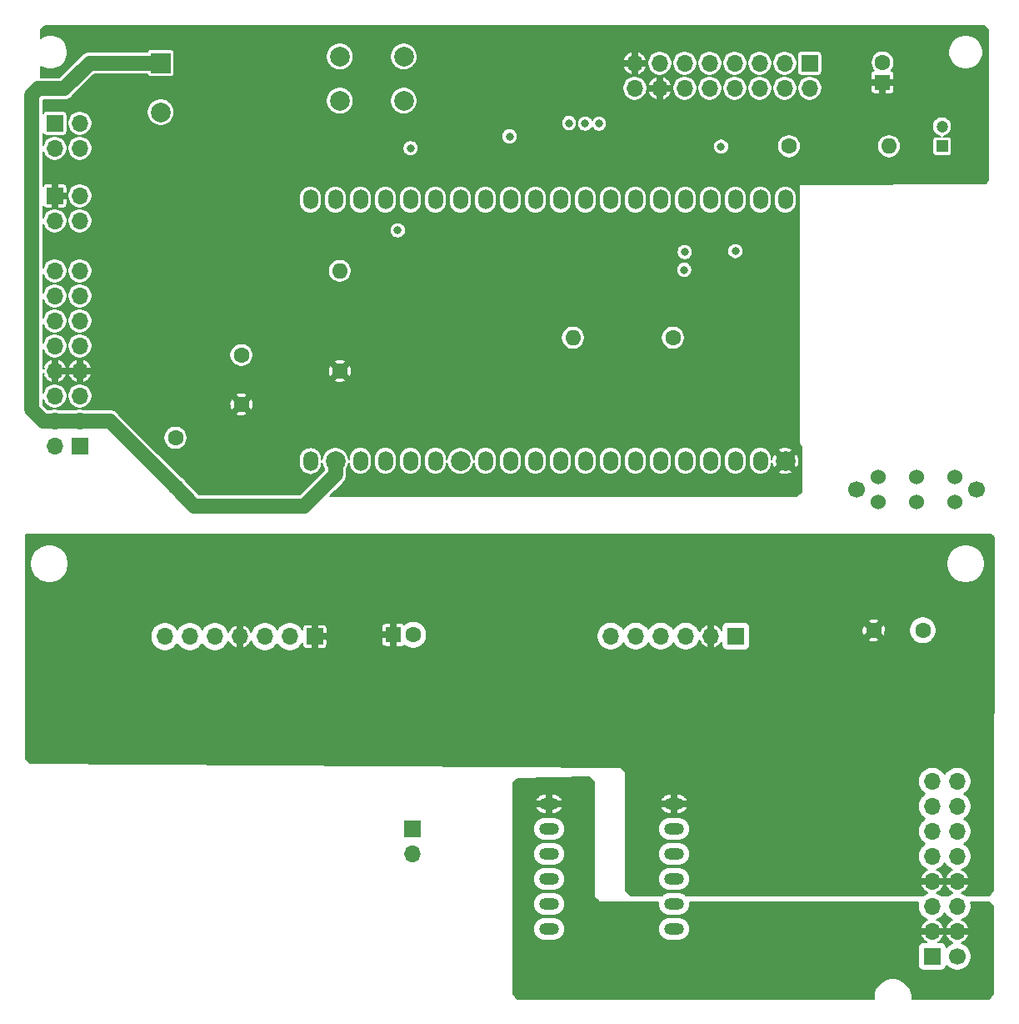
<source format=gbr>
G04 #@! TF.GenerationSoftware,KiCad,Pcbnew,(5.1.5)-3*
G04 #@! TF.CreationDate,2020-05-02T21:00:28-04:00*
G04 #@! TF.ProjectId,CombinedPnl_pcb-r2,436f6d62-696e-4656-9450-6e6c5f706362,rev?*
G04 #@! TF.SameCoordinates,Original*
G04 #@! TF.FileFunction,Copper,L2,Inr*
G04 #@! TF.FilePolarity,Positive*
%FSLAX46Y46*%
G04 Gerber Fmt 4.6, Leading zero omitted, Abs format (unit mm)*
G04 Created by KiCad (PCBNEW (5.1.5)-3) date 2020-05-02 21:00:28*
%MOMM*%
%LPD*%
G04 APERTURE LIST*
%ADD10O,1.700000X1.700000*%
%ADD11R,1.700000X1.700000*%
%ADD12O,1.500000X2.000000*%
%ADD13C,2.000000*%
%ADD14C,1.524000*%
%ADD15C,1.700000*%
%ADD16C,1.600000*%
%ADD17O,1.600000X1.600000*%
%ADD18R,2.000000X2.000000*%
%ADD19C,1.200000*%
%ADD20R,1.200000X1.200000*%
%ADD21R,1.600000X1.600000*%
%ADD22O,2.000000X1.200000*%
%ADD23C,0.800000*%
%ADD24C,1.500000*%
%ADD25C,0.200000*%
G04 APERTURE END LIST*
D10*
X109220000Y-101139001D03*
X111760000Y-101139001D03*
X114300000Y-101139001D03*
X116840000Y-101139001D03*
X119380000Y-101139001D03*
X121920000Y-101139001D03*
D11*
X124460000Y-101139001D03*
D10*
X154559000Y-101092000D03*
X157099000Y-101092000D03*
X159639000Y-101092000D03*
X162179000Y-101092000D03*
X164719000Y-101092000D03*
D11*
X167259000Y-101092000D03*
D10*
X98044000Y-64008000D03*
X100584000Y-64008000D03*
X98044000Y-66548000D03*
X100584000Y-66548000D03*
X98044000Y-69088000D03*
X100584000Y-69088000D03*
X98044000Y-71628000D03*
X100584000Y-71628000D03*
X98044000Y-74168000D03*
X100584000Y-74168000D03*
X98044000Y-76708000D03*
X100584000Y-76708000D03*
X98044000Y-79248000D03*
X100584000Y-79248000D03*
X98044000Y-81788000D03*
D11*
X100584000Y-81788000D03*
D12*
X124020000Y-56770000D03*
X124020000Y-83320000D03*
X172280000Y-56770000D03*
D13*
X172280000Y-83306000D03*
D12*
X169740000Y-56770000D03*
X169740000Y-83306000D03*
X167200000Y-56770000D03*
X167200000Y-83306000D03*
X164660000Y-56770000D03*
X164660000Y-83306000D03*
X162120000Y-56770000D03*
X162120000Y-83306000D03*
X159580000Y-56770000D03*
X159580000Y-83306000D03*
X157040000Y-56770000D03*
X157040000Y-83306000D03*
X154500000Y-56770000D03*
X154500000Y-83306000D03*
X151960000Y-56770000D03*
X151960000Y-83306000D03*
X149420000Y-56770000D03*
X149420000Y-83306000D03*
X146880000Y-56770000D03*
X146880000Y-83306000D03*
X144340000Y-56770000D03*
X144340000Y-83306000D03*
X141800000Y-56770000D03*
X141800000Y-83306000D03*
X139260000Y-56770000D03*
D13*
X139260000Y-83306000D03*
D12*
X136720000Y-56770000D03*
X136720000Y-83306000D03*
X134180000Y-56770000D03*
X134180000Y-83306000D03*
X131640000Y-56770000D03*
X131640000Y-83306000D03*
X129100000Y-56770000D03*
X129100000Y-83306000D03*
X126560000Y-56770000D03*
D13*
X126560000Y-83306000D03*
D14*
X181710000Y-87480000D03*
X185616000Y-87480000D03*
X189522000Y-87480000D03*
X181710000Y-84940000D03*
X189522000Y-84940000D03*
X185616000Y-84940000D03*
D15*
X179520000Y-86210000D03*
X191712000Y-86210000D03*
D13*
X133500000Y-46736000D03*
X133500000Y-42236000D03*
X127000000Y-46736000D03*
X127000000Y-42236000D03*
D16*
X127000000Y-74168000D03*
D17*
X127000000Y-64008000D03*
D10*
X100584000Y-51562000D03*
X98044000Y-51562000D03*
X100584000Y-49022000D03*
D11*
X98044000Y-49022000D03*
D13*
X108800000Y-47900000D03*
D18*
X108800000Y-42900000D03*
D11*
X174752000Y-42926000D03*
D10*
X174752000Y-45466000D03*
X172212000Y-42926000D03*
X172212000Y-45466000D03*
X169672000Y-42926000D03*
X169672000Y-45466000D03*
X167132000Y-42926000D03*
X167132000Y-45466000D03*
X164592000Y-42926000D03*
X164592000Y-45466000D03*
X162052000Y-42926000D03*
X162052000Y-45466000D03*
X159512000Y-42926000D03*
X159512000Y-45466000D03*
X156972000Y-42926000D03*
X156972000Y-45466000D03*
D11*
X98044000Y-56388000D03*
D10*
X100584000Y-56388000D03*
X98044000Y-58928000D03*
X100584000Y-58928000D03*
D17*
X182810000Y-51350000D03*
D16*
X172650000Y-51350000D03*
D19*
X188200000Y-49350000D03*
D20*
X188200000Y-51350000D03*
D17*
X150690000Y-70800000D03*
D16*
X160850000Y-70800000D03*
X182150000Y-42850000D03*
D21*
X182150000Y-44850000D03*
D10*
X134366000Y-123190000D03*
D11*
X134366000Y-120650000D03*
D15*
X189738000Y-133604000D03*
D11*
X187198000Y-133604000D03*
D10*
X189738000Y-131064000D03*
X187198000Y-131064000D03*
X189738000Y-128524000D03*
X187198000Y-128524000D03*
X189738000Y-125984000D03*
X187198000Y-125984000D03*
X189738000Y-123444000D03*
X187198000Y-123444000D03*
X189738000Y-120904000D03*
X187198000Y-120904000D03*
X189738000Y-118364000D03*
X187198000Y-118364000D03*
X189738000Y-115824000D03*
X187198000Y-115824000D03*
D22*
X148270000Y-130830000D03*
X160970000Y-130830000D03*
X148270000Y-128290000D03*
X160970000Y-128290000D03*
X148270000Y-125750000D03*
X160970000Y-125750000D03*
X148270000Y-123210000D03*
X160970000Y-123210000D03*
X148270000Y-120670000D03*
X160970000Y-120670000D03*
X148270000Y-118130000D03*
X160970000Y-118130000D03*
D16*
X134461000Y-100965000D03*
D21*
X132461000Y-100965000D03*
D16*
X110300000Y-85950000D03*
X110300000Y-80950000D03*
X117000000Y-77550000D03*
X117000000Y-72550000D03*
X181250000Y-100500000D03*
X186250000Y-100500000D03*
D23*
X167200000Y-62000006D03*
X134188000Y-51562000D03*
X162000000Y-63900000D03*
X132900000Y-59900000D03*
X162050000Y-62100000D03*
X165750000Y-51400000D03*
X144250000Y-50350000D03*
X153350000Y-49050000D03*
X150300000Y-49000004D03*
X151950008Y-49050000D03*
D24*
X95692010Y-78098091D02*
X95692010Y-46192010D01*
X96384020Y-45500000D02*
X99000000Y-45500000D01*
X95692010Y-46192010D02*
X96384020Y-45500000D01*
X112234000Y-87884000D02*
X110300000Y-85950000D01*
X123396213Y-87884000D02*
X112234000Y-87884000D01*
X126560000Y-83306000D02*
X126560000Y-84720213D01*
X126560000Y-84720213D02*
X123396213Y-87884000D01*
X100584000Y-79248000D02*
X98044000Y-79248000D01*
X103632000Y-79282000D02*
X110300000Y-85950000D01*
X100584000Y-79248000D02*
X103632000Y-79248000D01*
X103632000Y-79248000D02*
X103632000Y-79282000D01*
X96841919Y-79248000D02*
X95692010Y-78098091D01*
X98044000Y-79248000D02*
X96841919Y-79248000D01*
X101600000Y-42900000D02*
X108800000Y-42900000D01*
X99000000Y-45500000D02*
X101600000Y-42900000D01*
D25*
G36*
X152808000Y-115883375D02*
G01*
X152808000Y-127500000D01*
X152809921Y-127519509D01*
X152815612Y-127538268D01*
X152824853Y-127555557D01*
X152837289Y-127570711D01*
X153337289Y-128070711D01*
X153352443Y-128083147D01*
X153369732Y-128092388D01*
X153388491Y-128098079D01*
X153408000Y-128100000D01*
X159382907Y-128100000D01*
X159364194Y-128290000D01*
X159387363Y-128525241D01*
X159455981Y-128751442D01*
X159567409Y-128959910D01*
X159717366Y-129142634D01*
X159900090Y-129292591D01*
X160108558Y-129404019D01*
X160334759Y-129472637D01*
X160511050Y-129490000D01*
X161428950Y-129490000D01*
X161605241Y-129472637D01*
X161831442Y-129404019D01*
X162039910Y-129292591D01*
X162222634Y-129142634D01*
X162372591Y-128959910D01*
X162484019Y-128751442D01*
X162552637Y-128525241D01*
X162575806Y-128290000D01*
X162557093Y-128100000D01*
X185804158Y-128100000D01*
X185803723Y-128101051D01*
X185748000Y-128381187D01*
X185748000Y-128666813D01*
X185803723Y-128946949D01*
X185913027Y-129210833D01*
X186071711Y-129448321D01*
X186273679Y-129650289D01*
X186511167Y-129808973D01*
X186739165Y-129903412D01*
X186539543Y-130001473D01*
X186344906Y-130150348D01*
X186183053Y-130334334D01*
X186060204Y-130546361D01*
X186027442Y-130625486D01*
X186075503Y-130814000D01*
X186948000Y-130814000D01*
X186948000Y-130794000D01*
X187448000Y-130794000D01*
X187448000Y-130814000D01*
X188320497Y-130814000D01*
X188368558Y-130625486D01*
X188335796Y-130546361D01*
X188212947Y-130334334D01*
X188051094Y-130150348D01*
X187856457Y-130001473D01*
X187656835Y-129903412D01*
X187884833Y-129808973D01*
X188122321Y-129650289D01*
X188324289Y-129448321D01*
X188468000Y-129233242D01*
X188611711Y-129448321D01*
X188813679Y-129650289D01*
X189051167Y-129808973D01*
X189279165Y-129903412D01*
X189079543Y-130001473D01*
X188884906Y-130150348D01*
X188723053Y-130334334D01*
X188600204Y-130546361D01*
X188567442Y-130625486D01*
X188615503Y-130814000D01*
X189488000Y-130814000D01*
X189488000Y-130794000D01*
X189988000Y-130794000D01*
X189988000Y-130814000D01*
X190860497Y-130814000D01*
X190908558Y-130625486D01*
X190875796Y-130546361D01*
X190752947Y-130334334D01*
X190591094Y-130150348D01*
X190396457Y-130001473D01*
X190196835Y-129903412D01*
X190424833Y-129808973D01*
X190662321Y-129650289D01*
X190864289Y-129448321D01*
X191022973Y-129210833D01*
X191132277Y-128946949D01*
X191188000Y-128666813D01*
X191188000Y-128381187D01*
X191132277Y-128101051D01*
X191131842Y-128100000D01*
X192958578Y-128100000D01*
X193400000Y-128541422D01*
X193400000Y-137458578D01*
X192958578Y-137900000D01*
X185150000Y-137900000D01*
X185150000Y-137607942D01*
X185075062Y-137231206D01*
X184928067Y-136876329D01*
X184714664Y-136556948D01*
X184443052Y-136285336D01*
X184123671Y-136071933D01*
X183768794Y-135924938D01*
X183392058Y-135850000D01*
X183007942Y-135850000D01*
X182631206Y-135924938D01*
X182276329Y-136071933D01*
X181956948Y-136285336D01*
X181685336Y-136556948D01*
X181471933Y-136876329D01*
X181324938Y-137231206D01*
X181250000Y-137607942D01*
X181250000Y-137900000D01*
X145041422Y-137900000D01*
X144600000Y-137458578D01*
X144600000Y-132754000D01*
X185745097Y-132754000D01*
X185745097Y-134454000D01*
X185756682Y-134571621D01*
X185790990Y-134684721D01*
X185846704Y-134788955D01*
X185921683Y-134880317D01*
X186013045Y-134955296D01*
X186117279Y-135011010D01*
X186230379Y-135045318D01*
X186348000Y-135056903D01*
X188048000Y-135056903D01*
X188165621Y-135045318D01*
X188278721Y-135011010D01*
X188382955Y-134955296D01*
X188474317Y-134880317D01*
X188549296Y-134788955D01*
X188605010Y-134684721D01*
X188639318Y-134571621D01*
X188640725Y-134557335D01*
X188813679Y-134730289D01*
X189051167Y-134888973D01*
X189315051Y-134998277D01*
X189595187Y-135054000D01*
X189880813Y-135054000D01*
X190160949Y-134998277D01*
X190424833Y-134888973D01*
X190662321Y-134730289D01*
X190864289Y-134528321D01*
X191022973Y-134290833D01*
X191132277Y-134026949D01*
X191188000Y-133746813D01*
X191188000Y-133461187D01*
X191132277Y-133181051D01*
X191022973Y-132917167D01*
X190864289Y-132679679D01*
X190662321Y-132477711D01*
X190424833Y-132319027D01*
X190196835Y-132224588D01*
X190396457Y-132126527D01*
X190591094Y-131977652D01*
X190752947Y-131793666D01*
X190875796Y-131581639D01*
X190908558Y-131502514D01*
X190860497Y-131314000D01*
X189988000Y-131314000D01*
X189988000Y-131334000D01*
X189488000Y-131334000D01*
X189488000Y-131314000D01*
X188615503Y-131314000D01*
X188567442Y-131502514D01*
X188600204Y-131581639D01*
X188723053Y-131793666D01*
X188884906Y-131977652D01*
X189079543Y-132126527D01*
X189279165Y-132224588D01*
X189051167Y-132319027D01*
X188813679Y-132477711D01*
X188640725Y-132650665D01*
X188639318Y-132636379D01*
X188605010Y-132523279D01*
X188549296Y-132419045D01*
X188474317Y-132327683D01*
X188382955Y-132252704D01*
X188278721Y-132196990D01*
X188165621Y-132162682D01*
X188048000Y-132151097D01*
X187806440Y-132151097D01*
X187856457Y-132126527D01*
X188051094Y-131977652D01*
X188212947Y-131793666D01*
X188335796Y-131581639D01*
X188368558Y-131502514D01*
X188320497Y-131314000D01*
X187448000Y-131314000D01*
X187448000Y-131334000D01*
X186948000Y-131334000D01*
X186948000Y-131314000D01*
X186075503Y-131314000D01*
X186027442Y-131502514D01*
X186060204Y-131581639D01*
X186183053Y-131793666D01*
X186344906Y-131977652D01*
X186539543Y-132126527D01*
X186589560Y-132151097D01*
X186348000Y-132151097D01*
X186230379Y-132162682D01*
X186117279Y-132196990D01*
X186013045Y-132252704D01*
X185921683Y-132327683D01*
X185846704Y-132419045D01*
X185790990Y-132523279D01*
X185756682Y-132636379D01*
X185745097Y-132754000D01*
X144600000Y-132754000D01*
X144600000Y-130830000D01*
X146664194Y-130830000D01*
X146687363Y-131065241D01*
X146755981Y-131291442D01*
X146867409Y-131499910D01*
X147017366Y-131682634D01*
X147200090Y-131832591D01*
X147408558Y-131944019D01*
X147634759Y-132012637D01*
X147811050Y-132030000D01*
X148728950Y-132030000D01*
X148905241Y-132012637D01*
X149131442Y-131944019D01*
X149339910Y-131832591D01*
X149522634Y-131682634D01*
X149672591Y-131499910D01*
X149784019Y-131291442D01*
X149852637Y-131065241D01*
X149875806Y-130830000D01*
X159364194Y-130830000D01*
X159387363Y-131065241D01*
X159455981Y-131291442D01*
X159567409Y-131499910D01*
X159717366Y-131682634D01*
X159900090Y-131832591D01*
X160108558Y-131944019D01*
X160334759Y-132012637D01*
X160511050Y-132030000D01*
X161428950Y-132030000D01*
X161605241Y-132012637D01*
X161831442Y-131944019D01*
X162039910Y-131832591D01*
X162222634Y-131682634D01*
X162372591Y-131499910D01*
X162484019Y-131291442D01*
X162552637Y-131065241D01*
X162575806Y-130830000D01*
X162552637Y-130594759D01*
X162484019Y-130368558D01*
X162372591Y-130160090D01*
X162222634Y-129977366D01*
X162039910Y-129827409D01*
X161831442Y-129715981D01*
X161605241Y-129647363D01*
X161428950Y-129630000D01*
X160511050Y-129630000D01*
X160334759Y-129647363D01*
X160108558Y-129715981D01*
X159900090Y-129827409D01*
X159717366Y-129977366D01*
X159567409Y-130160090D01*
X159455981Y-130368558D01*
X159387363Y-130594759D01*
X159364194Y-130830000D01*
X149875806Y-130830000D01*
X149852637Y-130594759D01*
X149784019Y-130368558D01*
X149672591Y-130160090D01*
X149522634Y-129977366D01*
X149339910Y-129827409D01*
X149131442Y-129715981D01*
X148905241Y-129647363D01*
X148728950Y-129630000D01*
X147811050Y-129630000D01*
X147634759Y-129647363D01*
X147408558Y-129715981D01*
X147200090Y-129827409D01*
X147017366Y-129977366D01*
X146867409Y-130160090D01*
X146755981Y-130368558D01*
X146687363Y-130594759D01*
X146664194Y-130830000D01*
X144600000Y-130830000D01*
X144600000Y-128290000D01*
X146664194Y-128290000D01*
X146687363Y-128525241D01*
X146755981Y-128751442D01*
X146867409Y-128959910D01*
X147017366Y-129142634D01*
X147200090Y-129292591D01*
X147408558Y-129404019D01*
X147634759Y-129472637D01*
X147811050Y-129490000D01*
X148728950Y-129490000D01*
X148905241Y-129472637D01*
X149131442Y-129404019D01*
X149339910Y-129292591D01*
X149522634Y-129142634D01*
X149672591Y-128959910D01*
X149784019Y-128751442D01*
X149852637Y-128525241D01*
X149875806Y-128290000D01*
X149852637Y-128054759D01*
X149784019Y-127828558D01*
X149672591Y-127620090D01*
X149522634Y-127437366D01*
X149339910Y-127287409D01*
X149131442Y-127175981D01*
X148905241Y-127107363D01*
X148728950Y-127090000D01*
X147811050Y-127090000D01*
X147634759Y-127107363D01*
X147408558Y-127175981D01*
X147200090Y-127287409D01*
X147017366Y-127437366D01*
X146867409Y-127620090D01*
X146755981Y-127828558D01*
X146687363Y-128054759D01*
X146664194Y-128290000D01*
X144600000Y-128290000D01*
X144600000Y-125750000D01*
X146664194Y-125750000D01*
X146687363Y-125985241D01*
X146755981Y-126211442D01*
X146867409Y-126419910D01*
X147017366Y-126602634D01*
X147200090Y-126752591D01*
X147408558Y-126864019D01*
X147634759Y-126932637D01*
X147811050Y-126950000D01*
X148728950Y-126950000D01*
X148905241Y-126932637D01*
X149131442Y-126864019D01*
X149339910Y-126752591D01*
X149522634Y-126602634D01*
X149672591Y-126419910D01*
X149784019Y-126211442D01*
X149852637Y-125985241D01*
X149875806Y-125750000D01*
X149852637Y-125514759D01*
X149784019Y-125288558D01*
X149672591Y-125080090D01*
X149522634Y-124897366D01*
X149339910Y-124747409D01*
X149131442Y-124635981D01*
X148905241Y-124567363D01*
X148728950Y-124550000D01*
X147811050Y-124550000D01*
X147634759Y-124567363D01*
X147408558Y-124635981D01*
X147200090Y-124747409D01*
X147017366Y-124897366D01*
X146867409Y-125080090D01*
X146755981Y-125288558D01*
X146687363Y-125514759D01*
X146664194Y-125750000D01*
X144600000Y-125750000D01*
X144600000Y-123210000D01*
X146664194Y-123210000D01*
X146687363Y-123445241D01*
X146755981Y-123671442D01*
X146867409Y-123879910D01*
X147017366Y-124062634D01*
X147200090Y-124212591D01*
X147408558Y-124324019D01*
X147634759Y-124392637D01*
X147811050Y-124410000D01*
X148728950Y-124410000D01*
X148905241Y-124392637D01*
X149131442Y-124324019D01*
X149339910Y-124212591D01*
X149522634Y-124062634D01*
X149672591Y-123879910D01*
X149784019Y-123671442D01*
X149852637Y-123445241D01*
X149875806Y-123210000D01*
X149852637Y-122974759D01*
X149784019Y-122748558D01*
X149672591Y-122540090D01*
X149522634Y-122357366D01*
X149339910Y-122207409D01*
X149131442Y-122095981D01*
X148905241Y-122027363D01*
X148728950Y-122010000D01*
X147811050Y-122010000D01*
X147634759Y-122027363D01*
X147408558Y-122095981D01*
X147200090Y-122207409D01*
X147017366Y-122357366D01*
X146867409Y-122540090D01*
X146755981Y-122748558D01*
X146687363Y-122974759D01*
X146664194Y-123210000D01*
X144600000Y-123210000D01*
X144600000Y-120670000D01*
X146664194Y-120670000D01*
X146687363Y-120905241D01*
X146755981Y-121131442D01*
X146867409Y-121339910D01*
X147017366Y-121522634D01*
X147200090Y-121672591D01*
X147408558Y-121784019D01*
X147634759Y-121852637D01*
X147811050Y-121870000D01*
X148728950Y-121870000D01*
X148905241Y-121852637D01*
X149131442Y-121784019D01*
X149339910Y-121672591D01*
X149522634Y-121522634D01*
X149672591Y-121339910D01*
X149784019Y-121131442D01*
X149852637Y-120905241D01*
X149875806Y-120670000D01*
X149852637Y-120434759D01*
X149784019Y-120208558D01*
X149672591Y-120000090D01*
X149522634Y-119817366D01*
X149339910Y-119667409D01*
X149131442Y-119555981D01*
X148905241Y-119487363D01*
X148728950Y-119470000D01*
X147811050Y-119470000D01*
X147634759Y-119487363D01*
X147408558Y-119555981D01*
X147200090Y-119667409D01*
X147017366Y-119817366D01*
X146867409Y-120000090D01*
X146755981Y-120208558D01*
X146687363Y-120434759D01*
X146664194Y-120670000D01*
X144600000Y-120670000D01*
X144600000Y-118528389D01*
X146952783Y-118528389D01*
X147007793Y-118692656D01*
X147134129Y-118850053D01*
X147288744Y-118979779D01*
X147465696Y-119076848D01*
X147658185Y-119137530D01*
X147858814Y-119159494D01*
X148020000Y-119048569D01*
X148020000Y-118380000D01*
X148520000Y-118380000D01*
X148520000Y-119048569D01*
X148681186Y-119159494D01*
X148881815Y-119137530D01*
X149074304Y-119076848D01*
X149251256Y-118979779D01*
X149405871Y-118850053D01*
X149532207Y-118692656D01*
X149587217Y-118528389D01*
X149534581Y-118380000D01*
X148520000Y-118380000D01*
X148020000Y-118380000D01*
X147005419Y-118380000D01*
X146952783Y-118528389D01*
X144600000Y-118528389D01*
X144600000Y-117731611D01*
X146952783Y-117731611D01*
X147005419Y-117880000D01*
X148020000Y-117880000D01*
X148020000Y-117211431D01*
X148520000Y-117211431D01*
X148520000Y-117880000D01*
X149534581Y-117880000D01*
X149587217Y-117731611D01*
X149532207Y-117567344D01*
X149405871Y-117409947D01*
X149251256Y-117280221D01*
X149074304Y-117183152D01*
X148881815Y-117122470D01*
X148681186Y-117100506D01*
X148520000Y-117211431D01*
X148020000Y-117211431D01*
X147858814Y-117100506D01*
X147658185Y-117122470D01*
X147465696Y-117183152D01*
X147288744Y-117280221D01*
X147134129Y-117409947D01*
X147007793Y-117567344D01*
X146952783Y-117731611D01*
X144600000Y-117731611D01*
X144600000Y-116040870D01*
X145042660Y-115589781D01*
X152368007Y-115451604D01*
X152808000Y-115883375D01*
G37*
X152808000Y-115883375D02*
X152808000Y-127500000D01*
X152809921Y-127519509D01*
X152815612Y-127538268D01*
X152824853Y-127555557D01*
X152837289Y-127570711D01*
X153337289Y-128070711D01*
X153352443Y-128083147D01*
X153369732Y-128092388D01*
X153388491Y-128098079D01*
X153408000Y-128100000D01*
X159382907Y-128100000D01*
X159364194Y-128290000D01*
X159387363Y-128525241D01*
X159455981Y-128751442D01*
X159567409Y-128959910D01*
X159717366Y-129142634D01*
X159900090Y-129292591D01*
X160108558Y-129404019D01*
X160334759Y-129472637D01*
X160511050Y-129490000D01*
X161428950Y-129490000D01*
X161605241Y-129472637D01*
X161831442Y-129404019D01*
X162039910Y-129292591D01*
X162222634Y-129142634D01*
X162372591Y-128959910D01*
X162484019Y-128751442D01*
X162552637Y-128525241D01*
X162575806Y-128290000D01*
X162557093Y-128100000D01*
X185804158Y-128100000D01*
X185803723Y-128101051D01*
X185748000Y-128381187D01*
X185748000Y-128666813D01*
X185803723Y-128946949D01*
X185913027Y-129210833D01*
X186071711Y-129448321D01*
X186273679Y-129650289D01*
X186511167Y-129808973D01*
X186739165Y-129903412D01*
X186539543Y-130001473D01*
X186344906Y-130150348D01*
X186183053Y-130334334D01*
X186060204Y-130546361D01*
X186027442Y-130625486D01*
X186075503Y-130814000D01*
X186948000Y-130814000D01*
X186948000Y-130794000D01*
X187448000Y-130794000D01*
X187448000Y-130814000D01*
X188320497Y-130814000D01*
X188368558Y-130625486D01*
X188335796Y-130546361D01*
X188212947Y-130334334D01*
X188051094Y-130150348D01*
X187856457Y-130001473D01*
X187656835Y-129903412D01*
X187884833Y-129808973D01*
X188122321Y-129650289D01*
X188324289Y-129448321D01*
X188468000Y-129233242D01*
X188611711Y-129448321D01*
X188813679Y-129650289D01*
X189051167Y-129808973D01*
X189279165Y-129903412D01*
X189079543Y-130001473D01*
X188884906Y-130150348D01*
X188723053Y-130334334D01*
X188600204Y-130546361D01*
X188567442Y-130625486D01*
X188615503Y-130814000D01*
X189488000Y-130814000D01*
X189488000Y-130794000D01*
X189988000Y-130794000D01*
X189988000Y-130814000D01*
X190860497Y-130814000D01*
X190908558Y-130625486D01*
X190875796Y-130546361D01*
X190752947Y-130334334D01*
X190591094Y-130150348D01*
X190396457Y-130001473D01*
X190196835Y-129903412D01*
X190424833Y-129808973D01*
X190662321Y-129650289D01*
X190864289Y-129448321D01*
X191022973Y-129210833D01*
X191132277Y-128946949D01*
X191188000Y-128666813D01*
X191188000Y-128381187D01*
X191132277Y-128101051D01*
X191131842Y-128100000D01*
X192958578Y-128100000D01*
X193400000Y-128541422D01*
X193400000Y-137458578D01*
X192958578Y-137900000D01*
X185150000Y-137900000D01*
X185150000Y-137607942D01*
X185075062Y-137231206D01*
X184928067Y-136876329D01*
X184714664Y-136556948D01*
X184443052Y-136285336D01*
X184123671Y-136071933D01*
X183768794Y-135924938D01*
X183392058Y-135850000D01*
X183007942Y-135850000D01*
X182631206Y-135924938D01*
X182276329Y-136071933D01*
X181956948Y-136285336D01*
X181685336Y-136556948D01*
X181471933Y-136876329D01*
X181324938Y-137231206D01*
X181250000Y-137607942D01*
X181250000Y-137900000D01*
X145041422Y-137900000D01*
X144600000Y-137458578D01*
X144600000Y-132754000D01*
X185745097Y-132754000D01*
X185745097Y-134454000D01*
X185756682Y-134571621D01*
X185790990Y-134684721D01*
X185846704Y-134788955D01*
X185921683Y-134880317D01*
X186013045Y-134955296D01*
X186117279Y-135011010D01*
X186230379Y-135045318D01*
X186348000Y-135056903D01*
X188048000Y-135056903D01*
X188165621Y-135045318D01*
X188278721Y-135011010D01*
X188382955Y-134955296D01*
X188474317Y-134880317D01*
X188549296Y-134788955D01*
X188605010Y-134684721D01*
X188639318Y-134571621D01*
X188640725Y-134557335D01*
X188813679Y-134730289D01*
X189051167Y-134888973D01*
X189315051Y-134998277D01*
X189595187Y-135054000D01*
X189880813Y-135054000D01*
X190160949Y-134998277D01*
X190424833Y-134888973D01*
X190662321Y-134730289D01*
X190864289Y-134528321D01*
X191022973Y-134290833D01*
X191132277Y-134026949D01*
X191188000Y-133746813D01*
X191188000Y-133461187D01*
X191132277Y-133181051D01*
X191022973Y-132917167D01*
X190864289Y-132679679D01*
X190662321Y-132477711D01*
X190424833Y-132319027D01*
X190196835Y-132224588D01*
X190396457Y-132126527D01*
X190591094Y-131977652D01*
X190752947Y-131793666D01*
X190875796Y-131581639D01*
X190908558Y-131502514D01*
X190860497Y-131314000D01*
X189988000Y-131314000D01*
X189988000Y-131334000D01*
X189488000Y-131334000D01*
X189488000Y-131314000D01*
X188615503Y-131314000D01*
X188567442Y-131502514D01*
X188600204Y-131581639D01*
X188723053Y-131793666D01*
X188884906Y-131977652D01*
X189079543Y-132126527D01*
X189279165Y-132224588D01*
X189051167Y-132319027D01*
X188813679Y-132477711D01*
X188640725Y-132650665D01*
X188639318Y-132636379D01*
X188605010Y-132523279D01*
X188549296Y-132419045D01*
X188474317Y-132327683D01*
X188382955Y-132252704D01*
X188278721Y-132196990D01*
X188165621Y-132162682D01*
X188048000Y-132151097D01*
X187806440Y-132151097D01*
X187856457Y-132126527D01*
X188051094Y-131977652D01*
X188212947Y-131793666D01*
X188335796Y-131581639D01*
X188368558Y-131502514D01*
X188320497Y-131314000D01*
X187448000Y-131314000D01*
X187448000Y-131334000D01*
X186948000Y-131334000D01*
X186948000Y-131314000D01*
X186075503Y-131314000D01*
X186027442Y-131502514D01*
X186060204Y-131581639D01*
X186183053Y-131793666D01*
X186344906Y-131977652D01*
X186539543Y-132126527D01*
X186589560Y-132151097D01*
X186348000Y-132151097D01*
X186230379Y-132162682D01*
X186117279Y-132196990D01*
X186013045Y-132252704D01*
X185921683Y-132327683D01*
X185846704Y-132419045D01*
X185790990Y-132523279D01*
X185756682Y-132636379D01*
X185745097Y-132754000D01*
X144600000Y-132754000D01*
X144600000Y-130830000D01*
X146664194Y-130830000D01*
X146687363Y-131065241D01*
X146755981Y-131291442D01*
X146867409Y-131499910D01*
X147017366Y-131682634D01*
X147200090Y-131832591D01*
X147408558Y-131944019D01*
X147634759Y-132012637D01*
X147811050Y-132030000D01*
X148728950Y-132030000D01*
X148905241Y-132012637D01*
X149131442Y-131944019D01*
X149339910Y-131832591D01*
X149522634Y-131682634D01*
X149672591Y-131499910D01*
X149784019Y-131291442D01*
X149852637Y-131065241D01*
X149875806Y-130830000D01*
X159364194Y-130830000D01*
X159387363Y-131065241D01*
X159455981Y-131291442D01*
X159567409Y-131499910D01*
X159717366Y-131682634D01*
X159900090Y-131832591D01*
X160108558Y-131944019D01*
X160334759Y-132012637D01*
X160511050Y-132030000D01*
X161428950Y-132030000D01*
X161605241Y-132012637D01*
X161831442Y-131944019D01*
X162039910Y-131832591D01*
X162222634Y-131682634D01*
X162372591Y-131499910D01*
X162484019Y-131291442D01*
X162552637Y-131065241D01*
X162575806Y-130830000D01*
X162552637Y-130594759D01*
X162484019Y-130368558D01*
X162372591Y-130160090D01*
X162222634Y-129977366D01*
X162039910Y-129827409D01*
X161831442Y-129715981D01*
X161605241Y-129647363D01*
X161428950Y-129630000D01*
X160511050Y-129630000D01*
X160334759Y-129647363D01*
X160108558Y-129715981D01*
X159900090Y-129827409D01*
X159717366Y-129977366D01*
X159567409Y-130160090D01*
X159455981Y-130368558D01*
X159387363Y-130594759D01*
X159364194Y-130830000D01*
X149875806Y-130830000D01*
X149852637Y-130594759D01*
X149784019Y-130368558D01*
X149672591Y-130160090D01*
X149522634Y-129977366D01*
X149339910Y-129827409D01*
X149131442Y-129715981D01*
X148905241Y-129647363D01*
X148728950Y-129630000D01*
X147811050Y-129630000D01*
X147634759Y-129647363D01*
X147408558Y-129715981D01*
X147200090Y-129827409D01*
X147017366Y-129977366D01*
X146867409Y-130160090D01*
X146755981Y-130368558D01*
X146687363Y-130594759D01*
X146664194Y-130830000D01*
X144600000Y-130830000D01*
X144600000Y-128290000D01*
X146664194Y-128290000D01*
X146687363Y-128525241D01*
X146755981Y-128751442D01*
X146867409Y-128959910D01*
X147017366Y-129142634D01*
X147200090Y-129292591D01*
X147408558Y-129404019D01*
X147634759Y-129472637D01*
X147811050Y-129490000D01*
X148728950Y-129490000D01*
X148905241Y-129472637D01*
X149131442Y-129404019D01*
X149339910Y-129292591D01*
X149522634Y-129142634D01*
X149672591Y-128959910D01*
X149784019Y-128751442D01*
X149852637Y-128525241D01*
X149875806Y-128290000D01*
X149852637Y-128054759D01*
X149784019Y-127828558D01*
X149672591Y-127620090D01*
X149522634Y-127437366D01*
X149339910Y-127287409D01*
X149131442Y-127175981D01*
X148905241Y-127107363D01*
X148728950Y-127090000D01*
X147811050Y-127090000D01*
X147634759Y-127107363D01*
X147408558Y-127175981D01*
X147200090Y-127287409D01*
X147017366Y-127437366D01*
X146867409Y-127620090D01*
X146755981Y-127828558D01*
X146687363Y-128054759D01*
X146664194Y-128290000D01*
X144600000Y-128290000D01*
X144600000Y-125750000D01*
X146664194Y-125750000D01*
X146687363Y-125985241D01*
X146755981Y-126211442D01*
X146867409Y-126419910D01*
X147017366Y-126602634D01*
X147200090Y-126752591D01*
X147408558Y-126864019D01*
X147634759Y-126932637D01*
X147811050Y-126950000D01*
X148728950Y-126950000D01*
X148905241Y-126932637D01*
X149131442Y-126864019D01*
X149339910Y-126752591D01*
X149522634Y-126602634D01*
X149672591Y-126419910D01*
X149784019Y-126211442D01*
X149852637Y-125985241D01*
X149875806Y-125750000D01*
X149852637Y-125514759D01*
X149784019Y-125288558D01*
X149672591Y-125080090D01*
X149522634Y-124897366D01*
X149339910Y-124747409D01*
X149131442Y-124635981D01*
X148905241Y-124567363D01*
X148728950Y-124550000D01*
X147811050Y-124550000D01*
X147634759Y-124567363D01*
X147408558Y-124635981D01*
X147200090Y-124747409D01*
X147017366Y-124897366D01*
X146867409Y-125080090D01*
X146755981Y-125288558D01*
X146687363Y-125514759D01*
X146664194Y-125750000D01*
X144600000Y-125750000D01*
X144600000Y-123210000D01*
X146664194Y-123210000D01*
X146687363Y-123445241D01*
X146755981Y-123671442D01*
X146867409Y-123879910D01*
X147017366Y-124062634D01*
X147200090Y-124212591D01*
X147408558Y-124324019D01*
X147634759Y-124392637D01*
X147811050Y-124410000D01*
X148728950Y-124410000D01*
X148905241Y-124392637D01*
X149131442Y-124324019D01*
X149339910Y-124212591D01*
X149522634Y-124062634D01*
X149672591Y-123879910D01*
X149784019Y-123671442D01*
X149852637Y-123445241D01*
X149875806Y-123210000D01*
X149852637Y-122974759D01*
X149784019Y-122748558D01*
X149672591Y-122540090D01*
X149522634Y-122357366D01*
X149339910Y-122207409D01*
X149131442Y-122095981D01*
X148905241Y-122027363D01*
X148728950Y-122010000D01*
X147811050Y-122010000D01*
X147634759Y-122027363D01*
X147408558Y-122095981D01*
X147200090Y-122207409D01*
X147017366Y-122357366D01*
X146867409Y-122540090D01*
X146755981Y-122748558D01*
X146687363Y-122974759D01*
X146664194Y-123210000D01*
X144600000Y-123210000D01*
X144600000Y-120670000D01*
X146664194Y-120670000D01*
X146687363Y-120905241D01*
X146755981Y-121131442D01*
X146867409Y-121339910D01*
X147017366Y-121522634D01*
X147200090Y-121672591D01*
X147408558Y-121784019D01*
X147634759Y-121852637D01*
X147811050Y-121870000D01*
X148728950Y-121870000D01*
X148905241Y-121852637D01*
X149131442Y-121784019D01*
X149339910Y-121672591D01*
X149522634Y-121522634D01*
X149672591Y-121339910D01*
X149784019Y-121131442D01*
X149852637Y-120905241D01*
X149875806Y-120670000D01*
X149852637Y-120434759D01*
X149784019Y-120208558D01*
X149672591Y-120000090D01*
X149522634Y-119817366D01*
X149339910Y-119667409D01*
X149131442Y-119555981D01*
X148905241Y-119487363D01*
X148728950Y-119470000D01*
X147811050Y-119470000D01*
X147634759Y-119487363D01*
X147408558Y-119555981D01*
X147200090Y-119667409D01*
X147017366Y-119817366D01*
X146867409Y-120000090D01*
X146755981Y-120208558D01*
X146687363Y-120434759D01*
X146664194Y-120670000D01*
X144600000Y-120670000D01*
X144600000Y-118528389D01*
X146952783Y-118528389D01*
X147007793Y-118692656D01*
X147134129Y-118850053D01*
X147288744Y-118979779D01*
X147465696Y-119076848D01*
X147658185Y-119137530D01*
X147858814Y-119159494D01*
X148020000Y-119048569D01*
X148020000Y-118380000D01*
X148520000Y-118380000D01*
X148520000Y-119048569D01*
X148681186Y-119159494D01*
X148881815Y-119137530D01*
X149074304Y-119076848D01*
X149251256Y-118979779D01*
X149405871Y-118850053D01*
X149532207Y-118692656D01*
X149587217Y-118528389D01*
X149534581Y-118380000D01*
X148520000Y-118380000D01*
X148020000Y-118380000D01*
X147005419Y-118380000D01*
X146952783Y-118528389D01*
X144600000Y-118528389D01*
X144600000Y-117731611D01*
X146952783Y-117731611D01*
X147005419Y-117880000D01*
X148020000Y-117880000D01*
X148020000Y-117211431D01*
X148520000Y-117211431D01*
X148520000Y-117880000D01*
X149534581Y-117880000D01*
X149587217Y-117731611D01*
X149532207Y-117567344D01*
X149405871Y-117409947D01*
X149251256Y-117280221D01*
X149074304Y-117183152D01*
X148881815Y-117122470D01*
X148681186Y-117100506D01*
X148520000Y-117211431D01*
X148020000Y-117211431D01*
X147858814Y-117100506D01*
X147658185Y-117122470D01*
X147465696Y-117183152D01*
X147288744Y-117280221D01*
X147134129Y-117409947D01*
X147007793Y-117567344D01*
X146952783Y-117731611D01*
X144600000Y-117731611D01*
X144600000Y-116040870D01*
X145042660Y-115589781D01*
X152368007Y-115451604D01*
X152808000Y-115883375D01*
G36*
X193448000Y-91040901D02*
G01*
X193448000Y-91286890D01*
X193402688Y-126966488D01*
X192960615Y-127408000D01*
X190672610Y-127408000D01*
X190662321Y-127397711D01*
X190424833Y-127239027D01*
X190196835Y-127144588D01*
X190396457Y-127046527D01*
X190591094Y-126897652D01*
X190752947Y-126713666D01*
X190875796Y-126501639D01*
X190908558Y-126422514D01*
X190860497Y-126234000D01*
X189988000Y-126234000D01*
X189988000Y-126254000D01*
X189488000Y-126254000D01*
X189488000Y-126234000D01*
X188615503Y-126234000D01*
X188567442Y-126422514D01*
X188600204Y-126501639D01*
X188723053Y-126713666D01*
X188884906Y-126897652D01*
X189079543Y-127046527D01*
X189279165Y-127144588D01*
X189051167Y-127239027D01*
X188813679Y-127397711D01*
X188803390Y-127408000D01*
X188132610Y-127408000D01*
X188122321Y-127397711D01*
X187884833Y-127239027D01*
X187656835Y-127144588D01*
X187856457Y-127046527D01*
X188051094Y-126897652D01*
X188212947Y-126713666D01*
X188335796Y-126501639D01*
X188368558Y-126422514D01*
X188320497Y-126234000D01*
X187448000Y-126234000D01*
X187448000Y-126254000D01*
X186948000Y-126254000D01*
X186948000Y-126234000D01*
X186075503Y-126234000D01*
X186027442Y-126422514D01*
X186060204Y-126501639D01*
X186183053Y-126713666D01*
X186344906Y-126897652D01*
X186539543Y-127046527D01*
X186739165Y-127144588D01*
X186511167Y-127239027D01*
X186273679Y-127397711D01*
X186263390Y-127408000D01*
X162186851Y-127408000D01*
X162039910Y-127287409D01*
X161831442Y-127175981D01*
X161605241Y-127107363D01*
X161428950Y-127090000D01*
X160511050Y-127090000D01*
X160334759Y-127107363D01*
X160108558Y-127175981D01*
X159900090Y-127287409D01*
X159753149Y-127408000D01*
X156543416Y-127408000D01*
X156101917Y-126966568D01*
X156101730Y-125750000D01*
X159364194Y-125750000D01*
X159387363Y-125985241D01*
X159455981Y-126211442D01*
X159567409Y-126419910D01*
X159717366Y-126602634D01*
X159900090Y-126752591D01*
X160108558Y-126864019D01*
X160334759Y-126932637D01*
X160511050Y-126950000D01*
X161428950Y-126950000D01*
X161605241Y-126932637D01*
X161831442Y-126864019D01*
X162039910Y-126752591D01*
X162222634Y-126602634D01*
X162372591Y-126419910D01*
X162484019Y-126211442D01*
X162552637Y-125985241D01*
X162575806Y-125750000D01*
X162552637Y-125514759D01*
X162484019Y-125288558D01*
X162372591Y-125080090D01*
X162222634Y-124897366D01*
X162039910Y-124747409D01*
X161831442Y-124635981D01*
X161605241Y-124567363D01*
X161428950Y-124550000D01*
X160511050Y-124550000D01*
X160334759Y-124567363D01*
X160108558Y-124635981D01*
X159900090Y-124747409D01*
X159717366Y-124897366D01*
X159567409Y-125080090D01*
X159455981Y-125288558D01*
X159387363Y-125514759D01*
X159364194Y-125750000D01*
X156101730Y-125750000D01*
X156101340Y-123210000D01*
X159364194Y-123210000D01*
X159387363Y-123445241D01*
X159455981Y-123671442D01*
X159567409Y-123879910D01*
X159717366Y-124062634D01*
X159900090Y-124212591D01*
X160108558Y-124324019D01*
X160334759Y-124392637D01*
X160511050Y-124410000D01*
X161428950Y-124410000D01*
X161605241Y-124392637D01*
X161831442Y-124324019D01*
X162039910Y-124212591D01*
X162222634Y-124062634D01*
X162372591Y-123879910D01*
X162484019Y-123671442D01*
X162552637Y-123445241D01*
X162575806Y-123210000D01*
X162552637Y-122974759D01*
X162484019Y-122748558D01*
X162372591Y-122540090D01*
X162222634Y-122357366D01*
X162039910Y-122207409D01*
X161831442Y-122095981D01*
X161605241Y-122027363D01*
X161428950Y-122010000D01*
X160511050Y-122010000D01*
X160334759Y-122027363D01*
X160108558Y-122095981D01*
X159900090Y-122207409D01*
X159717366Y-122357366D01*
X159567409Y-122540090D01*
X159455981Y-122748558D01*
X159387363Y-122974759D01*
X159364194Y-123210000D01*
X156101340Y-123210000D01*
X156100950Y-120670000D01*
X159364194Y-120670000D01*
X159387363Y-120905241D01*
X159455981Y-121131442D01*
X159567409Y-121339910D01*
X159717366Y-121522634D01*
X159900090Y-121672591D01*
X160108558Y-121784019D01*
X160334759Y-121852637D01*
X160511050Y-121870000D01*
X161428950Y-121870000D01*
X161605241Y-121852637D01*
X161831442Y-121784019D01*
X162039910Y-121672591D01*
X162222634Y-121522634D01*
X162372591Y-121339910D01*
X162484019Y-121131442D01*
X162552637Y-120905241D01*
X162575806Y-120670000D01*
X162552637Y-120434759D01*
X162484019Y-120208558D01*
X162372591Y-120000090D01*
X162222634Y-119817366D01*
X162039910Y-119667409D01*
X161831442Y-119555981D01*
X161605241Y-119487363D01*
X161428950Y-119470000D01*
X160511050Y-119470000D01*
X160334759Y-119487363D01*
X160108558Y-119555981D01*
X159900090Y-119667409D01*
X159717366Y-119817366D01*
X159567409Y-120000090D01*
X159455981Y-120208558D01*
X159387363Y-120434759D01*
X159364194Y-120670000D01*
X156100950Y-120670000D01*
X156100621Y-118528389D01*
X159652783Y-118528389D01*
X159707793Y-118692656D01*
X159834129Y-118850053D01*
X159988744Y-118979779D01*
X160165696Y-119076848D01*
X160358185Y-119137530D01*
X160558814Y-119159494D01*
X160720000Y-119048569D01*
X160720000Y-118380000D01*
X161220000Y-118380000D01*
X161220000Y-119048569D01*
X161381186Y-119159494D01*
X161581815Y-119137530D01*
X161774304Y-119076848D01*
X161951256Y-118979779D01*
X162105871Y-118850053D01*
X162232207Y-118692656D01*
X162287217Y-118528389D01*
X162234581Y-118380000D01*
X161220000Y-118380000D01*
X160720000Y-118380000D01*
X159705419Y-118380000D01*
X159652783Y-118528389D01*
X156100621Y-118528389D01*
X156100499Y-117731611D01*
X159652783Y-117731611D01*
X159705419Y-117880000D01*
X160720000Y-117880000D01*
X160720000Y-117211431D01*
X161220000Y-117211431D01*
X161220000Y-117880000D01*
X162234581Y-117880000D01*
X162287217Y-117731611D01*
X162232207Y-117567344D01*
X162105871Y-117409947D01*
X161951256Y-117280221D01*
X161774304Y-117183152D01*
X161581815Y-117122470D01*
X161381186Y-117100506D01*
X161220000Y-117211431D01*
X160720000Y-117211431D01*
X160558814Y-117100506D01*
X160358185Y-117122470D01*
X160165696Y-117183152D01*
X159988744Y-117280221D01*
X159834129Y-117409947D01*
X159707793Y-117567344D01*
X159652783Y-117731611D01*
X156100499Y-117731611D01*
X156100183Y-115681187D01*
X185748000Y-115681187D01*
X185748000Y-115966813D01*
X185803723Y-116246949D01*
X185913027Y-116510833D01*
X186071711Y-116748321D01*
X186273679Y-116950289D01*
X186488758Y-117094000D01*
X186273679Y-117237711D01*
X186071711Y-117439679D01*
X185913027Y-117677167D01*
X185803723Y-117941051D01*
X185748000Y-118221187D01*
X185748000Y-118506813D01*
X185803723Y-118786949D01*
X185913027Y-119050833D01*
X186071711Y-119288321D01*
X186273679Y-119490289D01*
X186488758Y-119634000D01*
X186273679Y-119777711D01*
X186071711Y-119979679D01*
X185913027Y-120217167D01*
X185803723Y-120481051D01*
X185748000Y-120761187D01*
X185748000Y-121046813D01*
X185803723Y-121326949D01*
X185913027Y-121590833D01*
X186071711Y-121828321D01*
X186273679Y-122030289D01*
X186488758Y-122174000D01*
X186273679Y-122317711D01*
X186071711Y-122519679D01*
X185913027Y-122757167D01*
X185803723Y-123021051D01*
X185748000Y-123301187D01*
X185748000Y-123586813D01*
X185803723Y-123866949D01*
X185913027Y-124130833D01*
X186071711Y-124368321D01*
X186273679Y-124570289D01*
X186511167Y-124728973D01*
X186739165Y-124823412D01*
X186539543Y-124921473D01*
X186344906Y-125070348D01*
X186183053Y-125254334D01*
X186060204Y-125466361D01*
X186027442Y-125545486D01*
X186075503Y-125734000D01*
X186948000Y-125734000D01*
X186948000Y-125714000D01*
X187448000Y-125714000D01*
X187448000Y-125734000D01*
X188320497Y-125734000D01*
X188368558Y-125545486D01*
X188335796Y-125466361D01*
X188212947Y-125254334D01*
X188051094Y-125070348D01*
X187856457Y-124921473D01*
X187656835Y-124823412D01*
X187884833Y-124728973D01*
X188122321Y-124570289D01*
X188324289Y-124368321D01*
X188468000Y-124153242D01*
X188611711Y-124368321D01*
X188813679Y-124570289D01*
X189051167Y-124728973D01*
X189279165Y-124823412D01*
X189079543Y-124921473D01*
X188884906Y-125070348D01*
X188723053Y-125254334D01*
X188600204Y-125466361D01*
X188567442Y-125545486D01*
X188615503Y-125734000D01*
X189488000Y-125734000D01*
X189488000Y-125714000D01*
X189988000Y-125714000D01*
X189988000Y-125734000D01*
X190860497Y-125734000D01*
X190908558Y-125545486D01*
X190875796Y-125466361D01*
X190752947Y-125254334D01*
X190591094Y-125070348D01*
X190396457Y-124921473D01*
X190196835Y-124823412D01*
X190424833Y-124728973D01*
X190662321Y-124570289D01*
X190864289Y-124368321D01*
X191022973Y-124130833D01*
X191132277Y-123866949D01*
X191188000Y-123586813D01*
X191188000Y-123301187D01*
X191132277Y-123021051D01*
X191022973Y-122757167D01*
X190864289Y-122519679D01*
X190662321Y-122317711D01*
X190447242Y-122174000D01*
X190662321Y-122030289D01*
X190864289Y-121828321D01*
X191022973Y-121590833D01*
X191132277Y-121326949D01*
X191188000Y-121046813D01*
X191188000Y-120761187D01*
X191132277Y-120481051D01*
X191022973Y-120217167D01*
X190864289Y-119979679D01*
X190662321Y-119777711D01*
X190447242Y-119634000D01*
X190662321Y-119490289D01*
X190864289Y-119288321D01*
X191022973Y-119050833D01*
X191132277Y-118786949D01*
X191188000Y-118506813D01*
X191188000Y-118221187D01*
X191132277Y-117941051D01*
X191022973Y-117677167D01*
X190864289Y-117439679D01*
X190662321Y-117237711D01*
X190447242Y-117094000D01*
X190662321Y-116950289D01*
X190864289Y-116748321D01*
X191022973Y-116510833D01*
X191132277Y-116246949D01*
X191188000Y-115966813D01*
X191188000Y-115681187D01*
X191132277Y-115401051D01*
X191022973Y-115137167D01*
X190864289Y-114899679D01*
X190662321Y-114697711D01*
X190424833Y-114539027D01*
X190160949Y-114429723D01*
X189880813Y-114374000D01*
X189595187Y-114374000D01*
X189315051Y-114429723D01*
X189051167Y-114539027D01*
X188813679Y-114697711D01*
X188611711Y-114899679D01*
X188468000Y-115114758D01*
X188324289Y-114899679D01*
X188122321Y-114697711D01*
X187884833Y-114539027D01*
X187620949Y-114429723D01*
X187340813Y-114374000D01*
X187055187Y-114374000D01*
X186775051Y-114429723D01*
X186511167Y-114539027D01*
X186273679Y-114697711D01*
X186071711Y-114899679D01*
X185913027Y-115137167D01*
X185803723Y-115401051D01*
X185748000Y-115681187D01*
X156100183Y-115681187D01*
X156100077Y-114999985D01*
X156098153Y-114980476D01*
X156092459Y-114961717D01*
X156083215Y-114944430D01*
X156071009Y-114929511D01*
X155570942Y-114426298D01*
X155555827Y-114413815D01*
X155538568Y-114404519D01*
X155519826Y-114398770D01*
X155500653Y-114396789D01*
X95537864Y-114011480D01*
X95096000Y-113566767D01*
X95096000Y-100996188D01*
X107770000Y-100996188D01*
X107770000Y-101281814D01*
X107825723Y-101561950D01*
X107935027Y-101825834D01*
X108093711Y-102063322D01*
X108295679Y-102265290D01*
X108533167Y-102423974D01*
X108797051Y-102533278D01*
X109077187Y-102589001D01*
X109362813Y-102589001D01*
X109642949Y-102533278D01*
X109906833Y-102423974D01*
X110144321Y-102265290D01*
X110346289Y-102063322D01*
X110490000Y-101848243D01*
X110633711Y-102063322D01*
X110835679Y-102265290D01*
X111073167Y-102423974D01*
X111337051Y-102533278D01*
X111617187Y-102589001D01*
X111902813Y-102589001D01*
X112182949Y-102533278D01*
X112446833Y-102423974D01*
X112684321Y-102265290D01*
X112886289Y-102063322D01*
X113030000Y-101848243D01*
X113173711Y-102063322D01*
X113375679Y-102265290D01*
X113613167Y-102423974D01*
X113877051Y-102533278D01*
X114157187Y-102589001D01*
X114442813Y-102589001D01*
X114722949Y-102533278D01*
X114986833Y-102423974D01*
X115224321Y-102265290D01*
X115426289Y-102063322D01*
X115584973Y-101825834D01*
X115679412Y-101597836D01*
X115777473Y-101797458D01*
X115926348Y-101992095D01*
X116110334Y-102153948D01*
X116322361Y-102276797D01*
X116401486Y-102309559D01*
X116590000Y-102261498D01*
X116590000Y-101389001D01*
X116570000Y-101389001D01*
X116570000Y-100889001D01*
X116590000Y-100889001D01*
X116590000Y-100016504D01*
X117090000Y-100016504D01*
X117090000Y-100889001D01*
X117110000Y-100889001D01*
X117110000Y-101389001D01*
X117090000Y-101389001D01*
X117090000Y-102261498D01*
X117278514Y-102309559D01*
X117357639Y-102276797D01*
X117569666Y-102153948D01*
X117753652Y-101992095D01*
X117902527Y-101797458D01*
X118000588Y-101597836D01*
X118095027Y-101825834D01*
X118253711Y-102063322D01*
X118455679Y-102265290D01*
X118693167Y-102423974D01*
X118957051Y-102533278D01*
X119237187Y-102589001D01*
X119522813Y-102589001D01*
X119802949Y-102533278D01*
X120066833Y-102423974D01*
X120304321Y-102265290D01*
X120506289Y-102063322D01*
X120650000Y-101848243D01*
X120793711Y-102063322D01*
X120995679Y-102265290D01*
X121233167Y-102423974D01*
X121497051Y-102533278D01*
X121777187Y-102589001D01*
X122062813Y-102589001D01*
X122342949Y-102533278D01*
X122606833Y-102423974D01*
X122844321Y-102265290D01*
X123046289Y-102063322D01*
X123204973Y-101825834D01*
X123208732Y-101816760D01*
X123208065Y-101989001D01*
X123215788Y-102067415D01*
X123238660Y-102142815D01*
X123275803Y-102212304D01*
X123325789Y-102273212D01*
X123386697Y-102323198D01*
X123456186Y-102360341D01*
X123531586Y-102383213D01*
X123610000Y-102390936D01*
X124110000Y-102389001D01*
X124210000Y-102289001D01*
X124210000Y-101389001D01*
X124710000Y-101389001D01*
X124710000Y-102289001D01*
X124810000Y-102389001D01*
X125310000Y-102390936D01*
X125388414Y-102383213D01*
X125463814Y-102360341D01*
X125533303Y-102323198D01*
X125594211Y-102273212D01*
X125644197Y-102212304D01*
X125681340Y-102142815D01*
X125704212Y-102067415D01*
X125711935Y-101989001D01*
X125711069Y-101765000D01*
X131259065Y-101765000D01*
X131266788Y-101843414D01*
X131289660Y-101918814D01*
X131326803Y-101988303D01*
X131376789Y-102049211D01*
X131437697Y-102099197D01*
X131507186Y-102136340D01*
X131582586Y-102159212D01*
X131661000Y-102166935D01*
X132111000Y-102165000D01*
X132211000Y-102065000D01*
X132211000Y-101215000D01*
X131361000Y-101215000D01*
X131261000Y-101315000D01*
X131259065Y-101765000D01*
X125711069Y-101765000D01*
X125710000Y-101489001D01*
X125610000Y-101389001D01*
X124710000Y-101389001D01*
X124210000Y-101389001D01*
X124190000Y-101389001D01*
X124190000Y-100889001D01*
X124210000Y-100889001D01*
X124210000Y-99989001D01*
X124710000Y-99989001D01*
X124710000Y-100889001D01*
X125610000Y-100889001D01*
X125710000Y-100789001D01*
X125711935Y-100289001D01*
X125704212Y-100210587D01*
X125690384Y-100165000D01*
X131259065Y-100165000D01*
X131261000Y-100615000D01*
X131361000Y-100715000D01*
X132211000Y-100715000D01*
X132211000Y-99865000D01*
X132711000Y-99865000D01*
X132711000Y-100715000D01*
X132731000Y-100715000D01*
X132731000Y-101215000D01*
X132711000Y-101215000D01*
X132711000Y-102065000D01*
X132811000Y-102165000D01*
X133261000Y-102166935D01*
X133339414Y-102159212D01*
X133414814Y-102136340D01*
X133484303Y-102099197D01*
X133545211Y-102049211D01*
X133554272Y-102038171D01*
X133568552Y-102052451D01*
X133797851Y-102205664D01*
X134052635Y-102311199D01*
X134323112Y-102365000D01*
X134598888Y-102365000D01*
X134869365Y-102311199D01*
X135124149Y-102205664D01*
X135353448Y-102052451D01*
X135548451Y-101857448D01*
X135701664Y-101628149D01*
X135807199Y-101373365D01*
X135861000Y-101102888D01*
X135861000Y-100949187D01*
X153109000Y-100949187D01*
X153109000Y-101234813D01*
X153164723Y-101514949D01*
X153274027Y-101778833D01*
X153432711Y-102016321D01*
X153634679Y-102218289D01*
X153872167Y-102376973D01*
X154136051Y-102486277D01*
X154416187Y-102542000D01*
X154701813Y-102542000D01*
X154981949Y-102486277D01*
X155245833Y-102376973D01*
X155483321Y-102218289D01*
X155685289Y-102016321D01*
X155829000Y-101801242D01*
X155972711Y-102016321D01*
X156174679Y-102218289D01*
X156412167Y-102376973D01*
X156676051Y-102486277D01*
X156956187Y-102542000D01*
X157241813Y-102542000D01*
X157521949Y-102486277D01*
X157785833Y-102376973D01*
X158023321Y-102218289D01*
X158225289Y-102016321D01*
X158369000Y-101801242D01*
X158512711Y-102016321D01*
X158714679Y-102218289D01*
X158952167Y-102376973D01*
X159216051Y-102486277D01*
X159496187Y-102542000D01*
X159781813Y-102542000D01*
X160061949Y-102486277D01*
X160325833Y-102376973D01*
X160563321Y-102218289D01*
X160765289Y-102016321D01*
X160909000Y-101801242D01*
X161052711Y-102016321D01*
X161254679Y-102218289D01*
X161492167Y-102376973D01*
X161756051Y-102486277D01*
X162036187Y-102542000D01*
X162321813Y-102542000D01*
X162601949Y-102486277D01*
X162865833Y-102376973D01*
X163103321Y-102218289D01*
X163305289Y-102016321D01*
X163463973Y-101778833D01*
X163558412Y-101550835D01*
X163656473Y-101750457D01*
X163805348Y-101945094D01*
X163989334Y-102106947D01*
X164201361Y-102229796D01*
X164280486Y-102262558D01*
X164469000Y-102214497D01*
X164469000Y-101342000D01*
X164449000Y-101342000D01*
X164449000Y-100842000D01*
X164469000Y-100842000D01*
X164469000Y-99969503D01*
X164969000Y-99969503D01*
X164969000Y-100842000D01*
X164989000Y-100842000D01*
X164989000Y-101342000D01*
X164969000Y-101342000D01*
X164969000Y-102214497D01*
X165157514Y-102262558D01*
X165236639Y-102229796D01*
X165448666Y-102106947D01*
X165632652Y-101945094D01*
X165781527Y-101750457D01*
X165806097Y-101700440D01*
X165806097Y-101942000D01*
X165817682Y-102059621D01*
X165851990Y-102172721D01*
X165907704Y-102276955D01*
X165982683Y-102368317D01*
X166074045Y-102443296D01*
X166178279Y-102499010D01*
X166291379Y-102533318D01*
X166409000Y-102544903D01*
X168109000Y-102544903D01*
X168226621Y-102533318D01*
X168339721Y-102499010D01*
X168443955Y-102443296D01*
X168535317Y-102368317D01*
X168610296Y-102276955D01*
X168666010Y-102172721D01*
X168700318Y-102059621D01*
X168711903Y-101942000D01*
X168711903Y-101438454D01*
X180665099Y-101438454D01*
X180758900Y-101601266D01*
X180983183Y-101675914D01*
X181217720Y-101705373D01*
X181453497Y-101688509D01*
X181681453Y-101625972D01*
X181741100Y-101601266D01*
X181834901Y-101438454D01*
X181250000Y-100853553D01*
X180665099Y-101438454D01*
X168711903Y-101438454D01*
X168711903Y-100467720D01*
X180044627Y-100467720D01*
X180061491Y-100703497D01*
X180124028Y-100931453D01*
X180148734Y-100991100D01*
X180311546Y-101084901D01*
X180896447Y-100500000D01*
X181603553Y-100500000D01*
X182188454Y-101084901D01*
X182351266Y-100991100D01*
X182425914Y-100766817D01*
X182455373Y-100532280D01*
X182443202Y-100362112D01*
X184850000Y-100362112D01*
X184850000Y-100637888D01*
X184903801Y-100908365D01*
X185009336Y-101163149D01*
X185162549Y-101392448D01*
X185357552Y-101587451D01*
X185586851Y-101740664D01*
X185841635Y-101846199D01*
X186112112Y-101900000D01*
X186387888Y-101900000D01*
X186658365Y-101846199D01*
X186913149Y-101740664D01*
X187142448Y-101587451D01*
X187337451Y-101392448D01*
X187490664Y-101163149D01*
X187596199Y-100908365D01*
X187650000Y-100637888D01*
X187650000Y-100362112D01*
X187596199Y-100091635D01*
X187490664Y-99836851D01*
X187337451Y-99607552D01*
X187142448Y-99412549D01*
X186913149Y-99259336D01*
X186658365Y-99153801D01*
X186387888Y-99100000D01*
X186112112Y-99100000D01*
X185841635Y-99153801D01*
X185586851Y-99259336D01*
X185357552Y-99412549D01*
X185162549Y-99607552D01*
X185009336Y-99836851D01*
X184903801Y-100091635D01*
X184850000Y-100362112D01*
X182443202Y-100362112D01*
X182438509Y-100296503D01*
X182375972Y-100068547D01*
X182351266Y-100008900D01*
X182188454Y-99915099D01*
X181603553Y-100500000D01*
X180896447Y-100500000D01*
X180311546Y-99915099D01*
X180148734Y-100008900D01*
X180074086Y-100233183D01*
X180044627Y-100467720D01*
X168711903Y-100467720D01*
X168711903Y-100242000D01*
X168700318Y-100124379D01*
X168666010Y-100011279D01*
X168610296Y-99907045D01*
X168535317Y-99815683D01*
X168443955Y-99740704D01*
X168339721Y-99684990D01*
X168226621Y-99650682D01*
X168109000Y-99639097D01*
X166409000Y-99639097D01*
X166291379Y-99650682D01*
X166178279Y-99684990D01*
X166074045Y-99740704D01*
X165982683Y-99815683D01*
X165907704Y-99907045D01*
X165851990Y-100011279D01*
X165817682Y-100124379D01*
X165806097Y-100242000D01*
X165806097Y-100483560D01*
X165781527Y-100433543D01*
X165632652Y-100238906D01*
X165448666Y-100077053D01*
X165236639Y-99954204D01*
X165157514Y-99921442D01*
X164969000Y-99969503D01*
X164469000Y-99969503D01*
X164280486Y-99921442D01*
X164201361Y-99954204D01*
X163989334Y-100077053D01*
X163805348Y-100238906D01*
X163656473Y-100433543D01*
X163558412Y-100633165D01*
X163463973Y-100405167D01*
X163305289Y-100167679D01*
X163103321Y-99965711D01*
X162865833Y-99807027D01*
X162601949Y-99697723D01*
X162321813Y-99642000D01*
X162036187Y-99642000D01*
X161756051Y-99697723D01*
X161492167Y-99807027D01*
X161254679Y-99965711D01*
X161052711Y-100167679D01*
X160909000Y-100382758D01*
X160765289Y-100167679D01*
X160563321Y-99965711D01*
X160325833Y-99807027D01*
X160061949Y-99697723D01*
X159781813Y-99642000D01*
X159496187Y-99642000D01*
X159216051Y-99697723D01*
X158952167Y-99807027D01*
X158714679Y-99965711D01*
X158512711Y-100167679D01*
X158369000Y-100382758D01*
X158225289Y-100167679D01*
X158023321Y-99965711D01*
X157785833Y-99807027D01*
X157521949Y-99697723D01*
X157241813Y-99642000D01*
X156956187Y-99642000D01*
X156676051Y-99697723D01*
X156412167Y-99807027D01*
X156174679Y-99965711D01*
X155972711Y-100167679D01*
X155829000Y-100382758D01*
X155685289Y-100167679D01*
X155483321Y-99965711D01*
X155245833Y-99807027D01*
X154981949Y-99697723D01*
X154701813Y-99642000D01*
X154416187Y-99642000D01*
X154136051Y-99697723D01*
X153872167Y-99807027D01*
X153634679Y-99965711D01*
X153432711Y-100167679D01*
X153274027Y-100405167D01*
X153164723Y-100669051D01*
X153109000Y-100949187D01*
X135861000Y-100949187D01*
X135861000Y-100827112D01*
X135807199Y-100556635D01*
X135701664Y-100301851D01*
X135548451Y-100072552D01*
X135353448Y-99877549D01*
X135124149Y-99724336D01*
X134869365Y-99618801D01*
X134598888Y-99565000D01*
X134323112Y-99565000D01*
X134052635Y-99618801D01*
X133797851Y-99724336D01*
X133568552Y-99877549D01*
X133554272Y-99891829D01*
X133545211Y-99880789D01*
X133484303Y-99830803D01*
X133414814Y-99793660D01*
X133339414Y-99770788D01*
X133261000Y-99763065D01*
X132811000Y-99765000D01*
X132711000Y-99865000D01*
X132211000Y-99865000D01*
X132111000Y-99765000D01*
X131661000Y-99763065D01*
X131582586Y-99770788D01*
X131507186Y-99793660D01*
X131437697Y-99830803D01*
X131376789Y-99880789D01*
X131326803Y-99941697D01*
X131289660Y-100011186D01*
X131266788Y-100086586D01*
X131259065Y-100165000D01*
X125690384Y-100165000D01*
X125681340Y-100135187D01*
X125644197Y-100065698D01*
X125594211Y-100004790D01*
X125533303Y-99954804D01*
X125463814Y-99917661D01*
X125388414Y-99894789D01*
X125310000Y-99887066D01*
X124810000Y-99889001D01*
X124710000Y-99989001D01*
X124210000Y-99989001D01*
X124110000Y-99889001D01*
X123610000Y-99887066D01*
X123531586Y-99894789D01*
X123456186Y-99917661D01*
X123386697Y-99954804D01*
X123325789Y-100004790D01*
X123275803Y-100065698D01*
X123238660Y-100135187D01*
X123215788Y-100210587D01*
X123208065Y-100289001D01*
X123208732Y-100461242D01*
X123204973Y-100452168D01*
X123046289Y-100214680D01*
X122844321Y-100012712D01*
X122606833Y-99854028D01*
X122342949Y-99744724D01*
X122062813Y-99689001D01*
X121777187Y-99689001D01*
X121497051Y-99744724D01*
X121233167Y-99854028D01*
X120995679Y-100012712D01*
X120793711Y-100214680D01*
X120650000Y-100429759D01*
X120506289Y-100214680D01*
X120304321Y-100012712D01*
X120066833Y-99854028D01*
X119802949Y-99744724D01*
X119522813Y-99689001D01*
X119237187Y-99689001D01*
X118957051Y-99744724D01*
X118693167Y-99854028D01*
X118455679Y-100012712D01*
X118253711Y-100214680D01*
X118095027Y-100452168D01*
X118000588Y-100680166D01*
X117902527Y-100480544D01*
X117753652Y-100285907D01*
X117569666Y-100124054D01*
X117357639Y-100001205D01*
X117278514Y-99968443D01*
X117090000Y-100016504D01*
X116590000Y-100016504D01*
X116401486Y-99968443D01*
X116322361Y-100001205D01*
X116110334Y-100124054D01*
X115926348Y-100285907D01*
X115777473Y-100480544D01*
X115679412Y-100680166D01*
X115584973Y-100452168D01*
X115426289Y-100214680D01*
X115224321Y-100012712D01*
X114986833Y-99854028D01*
X114722949Y-99744724D01*
X114442813Y-99689001D01*
X114157187Y-99689001D01*
X113877051Y-99744724D01*
X113613167Y-99854028D01*
X113375679Y-100012712D01*
X113173711Y-100214680D01*
X113030000Y-100429759D01*
X112886289Y-100214680D01*
X112684321Y-100012712D01*
X112446833Y-99854028D01*
X112182949Y-99744724D01*
X111902813Y-99689001D01*
X111617187Y-99689001D01*
X111337051Y-99744724D01*
X111073167Y-99854028D01*
X110835679Y-100012712D01*
X110633711Y-100214680D01*
X110490000Y-100429759D01*
X110346289Y-100214680D01*
X110144321Y-100012712D01*
X109906833Y-99854028D01*
X109642949Y-99744724D01*
X109362813Y-99689001D01*
X109077187Y-99689001D01*
X108797051Y-99744724D01*
X108533167Y-99854028D01*
X108295679Y-100012712D01*
X108093711Y-100214680D01*
X107935027Y-100452168D01*
X107825723Y-100716052D01*
X107770000Y-100996188D01*
X95096000Y-100996188D01*
X95096000Y-99561546D01*
X180665099Y-99561546D01*
X181250000Y-100146447D01*
X181834901Y-99561546D01*
X181741100Y-99398734D01*
X181516817Y-99324086D01*
X181282280Y-99294627D01*
X181046503Y-99311491D01*
X180818547Y-99374028D01*
X180758900Y-99398734D01*
X180665099Y-99561546D01*
X95096000Y-99561546D01*
X95096000Y-93557942D01*
X95550000Y-93557942D01*
X95550000Y-93942058D01*
X95624938Y-94318794D01*
X95771933Y-94673671D01*
X95985336Y-94993052D01*
X96256948Y-95264664D01*
X96576329Y-95478067D01*
X96931206Y-95625062D01*
X97307942Y-95700000D01*
X97692058Y-95700000D01*
X98068794Y-95625062D01*
X98423671Y-95478067D01*
X98743052Y-95264664D01*
X99014664Y-94993052D01*
X99228067Y-94673671D01*
X99375062Y-94318794D01*
X99450000Y-93942058D01*
X99450000Y-93557942D01*
X188650000Y-93557942D01*
X188650000Y-93942058D01*
X188724938Y-94318794D01*
X188871933Y-94673671D01*
X189085336Y-94993052D01*
X189356948Y-95264664D01*
X189676329Y-95478067D01*
X190031206Y-95625062D01*
X190407942Y-95700000D01*
X190792058Y-95700000D01*
X191168794Y-95625062D01*
X191523671Y-95478067D01*
X191843052Y-95264664D01*
X192114664Y-94993052D01*
X192328067Y-94673671D01*
X192475062Y-94318794D01*
X192550000Y-93942058D01*
X192550000Y-93557942D01*
X192475062Y-93181206D01*
X192328067Y-92826329D01*
X192114664Y-92506948D01*
X191843052Y-92235336D01*
X191523671Y-92021933D01*
X191168794Y-91874938D01*
X190792058Y-91800000D01*
X190407942Y-91800000D01*
X190031206Y-91874938D01*
X189676329Y-92021933D01*
X189356948Y-92235336D01*
X189085336Y-92506948D01*
X188871933Y-92826329D01*
X188724938Y-93181206D01*
X188650000Y-93557942D01*
X99450000Y-93557942D01*
X99375062Y-93181206D01*
X99228067Y-92826329D01*
X99014664Y-92506948D01*
X98743052Y-92235336D01*
X98423671Y-92021933D01*
X98068794Y-91874938D01*
X97692058Y-91800000D01*
X97307942Y-91800000D01*
X96931206Y-91874938D01*
X96576329Y-92021933D01*
X96256948Y-92235336D01*
X95985336Y-92506948D01*
X95771933Y-92826329D01*
X95624938Y-93181206D01*
X95550000Y-93557942D01*
X95096000Y-93557942D01*
X95096000Y-90778000D01*
X193186475Y-90778000D01*
X193448000Y-91040901D01*
G37*
X193448000Y-91040901D02*
X193448000Y-91286890D01*
X193402688Y-126966488D01*
X192960615Y-127408000D01*
X190672610Y-127408000D01*
X190662321Y-127397711D01*
X190424833Y-127239027D01*
X190196835Y-127144588D01*
X190396457Y-127046527D01*
X190591094Y-126897652D01*
X190752947Y-126713666D01*
X190875796Y-126501639D01*
X190908558Y-126422514D01*
X190860497Y-126234000D01*
X189988000Y-126234000D01*
X189988000Y-126254000D01*
X189488000Y-126254000D01*
X189488000Y-126234000D01*
X188615503Y-126234000D01*
X188567442Y-126422514D01*
X188600204Y-126501639D01*
X188723053Y-126713666D01*
X188884906Y-126897652D01*
X189079543Y-127046527D01*
X189279165Y-127144588D01*
X189051167Y-127239027D01*
X188813679Y-127397711D01*
X188803390Y-127408000D01*
X188132610Y-127408000D01*
X188122321Y-127397711D01*
X187884833Y-127239027D01*
X187656835Y-127144588D01*
X187856457Y-127046527D01*
X188051094Y-126897652D01*
X188212947Y-126713666D01*
X188335796Y-126501639D01*
X188368558Y-126422514D01*
X188320497Y-126234000D01*
X187448000Y-126234000D01*
X187448000Y-126254000D01*
X186948000Y-126254000D01*
X186948000Y-126234000D01*
X186075503Y-126234000D01*
X186027442Y-126422514D01*
X186060204Y-126501639D01*
X186183053Y-126713666D01*
X186344906Y-126897652D01*
X186539543Y-127046527D01*
X186739165Y-127144588D01*
X186511167Y-127239027D01*
X186273679Y-127397711D01*
X186263390Y-127408000D01*
X162186851Y-127408000D01*
X162039910Y-127287409D01*
X161831442Y-127175981D01*
X161605241Y-127107363D01*
X161428950Y-127090000D01*
X160511050Y-127090000D01*
X160334759Y-127107363D01*
X160108558Y-127175981D01*
X159900090Y-127287409D01*
X159753149Y-127408000D01*
X156543416Y-127408000D01*
X156101917Y-126966568D01*
X156101730Y-125750000D01*
X159364194Y-125750000D01*
X159387363Y-125985241D01*
X159455981Y-126211442D01*
X159567409Y-126419910D01*
X159717366Y-126602634D01*
X159900090Y-126752591D01*
X160108558Y-126864019D01*
X160334759Y-126932637D01*
X160511050Y-126950000D01*
X161428950Y-126950000D01*
X161605241Y-126932637D01*
X161831442Y-126864019D01*
X162039910Y-126752591D01*
X162222634Y-126602634D01*
X162372591Y-126419910D01*
X162484019Y-126211442D01*
X162552637Y-125985241D01*
X162575806Y-125750000D01*
X162552637Y-125514759D01*
X162484019Y-125288558D01*
X162372591Y-125080090D01*
X162222634Y-124897366D01*
X162039910Y-124747409D01*
X161831442Y-124635981D01*
X161605241Y-124567363D01*
X161428950Y-124550000D01*
X160511050Y-124550000D01*
X160334759Y-124567363D01*
X160108558Y-124635981D01*
X159900090Y-124747409D01*
X159717366Y-124897366D01*
X159567409Y-125080090D01*
X159455981Y-125288558D01*
X159387363Y-125514759D01*
X159364194Y-125750000D01*
X156101730Y-125750000D01*
X156101340Y-123210000D01*
X159364194Y-123210000D01*
X159387363Y-123445241D01*
X159455981Y-123671442D01*
X159567409Y-123879910D01*
X159717366Y-124062634D01*
X159900090Y-124212591D01*
X160108558Y-124324019D01*
X160334759Y-124392637D01*
X160511050Y-124410000D01*
X161428950Y-124410000D01*
X161605241Y-124392637D01*
X161831442Y-124324019D01*
X162039910Y-124212591D01*
X162222634Y-124062634D01*
X162372591Y-123879910D01*
X162484019Y-123671442D01*
X162552637Y-123445241D01*
X162575806Y-123210000D01*
X162552637Y-122974759D01*
X162484019Y-122748558D01*
X162372591Y-122540090D01*
X162222634Y-122357366D01*
X162039910Y-122207409D01*
X161831442Y-122095981D01*
X161605241Y-122027363D01*
X161428950Y-122010000D01*
X160511050Y-122010000D01*
X160334759Y-122027363D01*
X160108558Y-122095981D01*
X159900090Y-122207409D01*
X159717366Y-122357366D01*
X159567409Y-122540090D01*
X159455981Y-122748558D01*
X159387363Y-122974759D01*
X159364194Y-123210000D01*
X156101340Y-123210000D01*
X156100950Y-120670000D01*
X159364194Y-120670000D01*
X159387363Y-120905241D01*
X159455981Y-121131442D01*
X159567409Y-121339910D01*
X159717366Y-121522634D01*
X159900090Y-121672591D01*
X160108558Y-121784019D01*
X160334759Y-121852637D01*
X160511050Y-121870000D01*
X161428950Y-121870000D01*
X161605241Y-121852637D01*
X161831442Y-121784019D01*
X162039910Y-121672591D01*
X162222634Y-121522634D01*
X162372591Y-121339910D01*
X162484019Y-121131442D01*
X162552637Y-120905241D01*
X162575806Y-120670000D01*
X162552637Y-120434759D01*
X162484019Y-120208558D01*
X162372591Y-120000090D01*
X162222634Y-119817366D01*
X162039910Y-119667409D01*
X161831442Y-119555981D01*
X161605241Y-119487363D01*
X161428950Y-119470000D01*
X160511050Y-119470000D01*
X160334759Y-119487363D01*
X160108558Y-119555981D01*
X159900090Y-119667409D01*
X159717366Y-119817366D01*
X159567409Y-120000090D01*
X159455981Y-120208558D01*
X159387363Y-120434759D01*
X159364194Y-120670000D01*
X156100950Y-120670000D01*
X156100621Y-118528389D01*
X159652783Y-118528389D01*
X159707793Y-118692656D01*
X159834129Y-118850053D01*
X159988744Y-118979779D01*
X160165696Y-119076848D01*
X160358185Y-119137530D01*
X160558814Y-119159494D01*
X160720000Y-119048569D01*
X160720000Y-118380000D01*
X161220000Y-118380000D01*
X161220000Y-119048569D01*
X161381186Y-119159494D01*
X161581815Y-119137530D01*
X161774304Y-119076848D01*
X161951256Y-118979779D01*
X162105871Y-118850053D01*
X162232207Y-118692656D01*
X162287217Y-118528389D01*
X162234581Y-118380000D01*
X161220000Y-118380000D01*
X160720000Y-118380000D01*
X159705419Y-118380000D01*
X159652783Y-118528389D01*
X156100621Y-118528389D01*
X156100499Y-117731611D01*
X159652783Y-117731611D01*
X159705419Y-117880000D01*
X160720000Y-117880000D01*
X160720000Y-117211431D01*
X161220000Y-117211431D01*
X161220000Y-117880000D01*
X162234581Y-117880000D01*
X162287217Y-117731611D01*
X162232207Y-117567344D01*
X162105871Y-117409947D01*
X161951256Y-117280221D01*
X161774304Y-117183152D01*
X161581815Y-117122470D01*
X161381186Y-117100506D01*
X161220000Y-117211431D01*
X160720000Y-117211431D01*
X160558814Y-117100506D01*
X160358185Y-117122470D01*
X160165696Y-117183152D01*
X159988744Y-117280221D01*
X159834129Y-117409947D01*
X159707793Y-117567344D01*
X159652783Y-117731611D01*
X156100499Y-117731611D01*
X156100183Y-115681187D01*
X185748000Y-115681187D01*
X185748000Y-115966813D01*
X185803723Y-116246949D01*
X185913027Y-116510833D01*
X186071711Y-116748321D01*
X186273679Y-116950289D01*
X186488758Y-117094000D01*
X186273679Y-117237711D01*
X186071711Y-117439679D01*
X185913027Y-117677167D01*
X185803723Y-117941051D01*
X185748000Y-118221187D01*
X185748000Y-118506813D01*
X185803723Y-118786949D01*
X185913027Y-119050833D01*
X186071711Y-119288321D01*
X186273679Y-119490289D01*
X186488758Y-119634000D01*
X186273679Y-119777711D01*
X186071711Y-119979679D01*
X185913027Y-120217167D01*
X185803723Y-120481051D01*
X185748000Y-120761187D01*
X185748000Y-121046813D01*
X185803723Y-121326949D01*
X185913027Y-121590833D01*
X186071711Y-121828321D01*
X186273679Y-122030289D01*
X186488758Y-122174000D01*
X186273679Y-122317711D01*
X186071711Y-122519679D01*
X185913027Y-122757167D01*
X185803723Y-123021051D01*
X185748000Y-123301187D01*
X185748000Y-123586813D01*
X185803723Y-123866949D01*
X185913027Y-124130833D01*
X186071711Y-124368321D01*
X186273679Y-124570289D01*
X186511167Y-124728973D01*
X186739165Y-124823412D01*
X186539543Y-124921473D01*
X186344906Y-125070348D01*
X186183053Y-125254334D01*
X186060204Y-125466361D01*
X186027442Y-125545486D01*
X186075503Y-125734000D01*
X186948000Y-125734000D01*
X186948000Y-125714000D01*
X187448000Y-125714000D01*
X187448000Y-125734000D01*
X188320497Y-125734000D01*
X188368558Y-125545486D01*
X188335796Y-125466361D01*
X188212947Y-125254334D01*
X188051094Y-125070348D01*
X187856457Y-124921473D01*
X187656835Y-124823412D01*
X187884833Y-124728973D01*
X188122321Y-124570289D01*
X188324289Y-124368321D01*
X188468000Y-124153242D01*
X188611711Y-124368321D01*
X188813679Y-124570289D01*
X189051167Y-124728973D01*
X189279165Y-124823412D01*
X189079543Y-124921473D01*
X188884906Y-125070348D01*
X188723053Y-125254334D01*
X188600204Y-125466361D01*
X188567442Y-125545486D01*
X188615503Y-125734000D01*
X189488000Y-125734000D01*
X189488000Y-125714000D01*
X189988000Y-125714000D01*
X189988000Y-125734000D01*
X190860497Y-125734000D01*
X190908558Y-125545486D01*
X190875796Y-125466361D01*
X190752947Y-125254334D01*
X190591094Y-125070348D01*
X190396457Y-124921473D01*
X190196835Y-124823412D01*
X190424833Y-124728973D01*
X190662321Y-124570289D01*
X190864289Y-124368321D01*
X191022973Y-124130833D01*
X191132277Y-123866949D01*
X191188000Y-123586813D01*
X191188000Y-123301187D01*
X191132277Y-123021051D01*
X191022973Y-122757167D01*
X190864289Y-122519679D01*
X190662321Y-122317711D01*
X190447242Y-122174000D01*
X190662321Y-122030289D01*
X190864289Y-121828321D01*
X191022973Y-121590833D01*
X191132277Y-121326949D01*
X191188000Y-121046813D01*
X191188000Y-120761187D01*
X191132277Y-120481051D01*
X191022973Y-120217167D01*
X190864289Y-119979679D01*
X190662321Y-119777711D01*
X190447242Y-119634000D01*
X190662321Y-119490289D01*
X190864289Y-119288321D01*
X191022973Y-119050833D01*
X191132277Y-118786949D01*
X191188000Y-118506813D01*
X191188000Y-118221187D01*
X191132277Y-117941051D01*
X191022973Y-117677167D01*
X190864289Y-117439679D01*
X190662321Y-117237711D01*
X190447242Y-117094000D01*
X190662321Y-116950289D01*
X190864289Y-116748321D01*
X191022973Y-116510833D01*
X191132277Y-116246949D01*
X191188000Y-115966813D01*
X191188000Y-115681187D01*
X191132277Y-115401051D01*
X191022973Y-115137167D01*
X190864289Y-114899679D01*
X190662321Y-114697711D01*
X190424833Y-114539027D01*
X190160949Y-114429723D01*
X189880813Y-114374000D01*
X189595187Y-114374000D01*
X189315051Y-114429723D01*
X189051167Y-114539027D01*
X188813679Y-114697711D01*
X188611711Y-114899679D01*
X188468000Y-115114758D01*
X188324289Y-114899679D01*
X188122321Y-114697711D01*
X187884833Y-114539027D01*
X187620949Y-114429723D01*
X187340813Y-114374000D01*
X187055187Y-114374000D01*
X186775051Y-114429723D01*
X186511167Y-114539027D01*
X186273679Y-114697711D01*
X186071711Y-114899679D01*
X185913027Y-115137167D01*
X185803723Y-115401051D01*
X185748000Y-115681187D01*
X156100183Y-115681187D01*
X156100077Y-114999985D01*
X156098153Y-114980476D01*
X156092459Y-114961717D01*
X156083215Y-114944430D01*
X156071009Y-114929511D01*
X155570942Y-114426298D01*
X155555827Y-114413815D01*
X155538568Y-114404519D01*
X155519826Y-114398770D01*
X155500653Y-114396789D01*
X95537864Y-114011480D01*
X95096000Y-113566767D01*
X95096000Y-100996188D01*
X107770000Y-100996188D01*
X107770000Y-101281814D01*
X107825723Y-101561950D01*
X107935027Y-101825834D01*
X108093711Y-102063322D01*
X108295679Y-102265290D01*
X108533167Y-102423974D01*
X108797051Y-102533278D01*
X109077187Y-102589001D01*
X109362813Y-102589001D01*
X109642949Y-102533278D01*
X109906833Y-102423974D01*
X110144321Y-102265290D01*
X110346289Y-102063322D01*
X110490000Y-101848243D01*
X110633711Y-102063322D01*
X110835679Y-102265290D01*
X111073167Y-102423974D01*
X111337051Y-102533278D01*
X111617187Y-102589001D01*
X111902813Y-102589001D01*
X112182949Y-102533278D01*
X112446833Y-102423974D01*
X112684321Y-102265290D01*
X112886289Y-102063322D01*
X113030000Y-101848243D01*
X113173711Y-102063322D01*
X113375679Y-102265290D01*
X113613167Y-102423974D01*
X113877051Y-102533278D01*
X114157187Y-102589001D01*
X114442813Y-102589001D01*
X114722949Y-102533278D01*
X114986833Y-102423974D01*
X115224321Y-102265290D01*
X115426289Y-102063322D01*
X115584973Y-101825834D01*
X115679412Y-101597836D01*
X115777473Y-101797458D01*
X115926348Y-101992095D01*
X116110334Y-102153948D01*
X116322361Y-102276797D01*
X116401486Y-102309559D01*
X116590000Y-102261498D01*
X116590000Y-101389001D01*
X116570000Y-101389001D01*
X116570000Y-100889001D01*
X116590000Y-100889001D01*
X116590000Y-100016504D01*
X117090000Y-100016504D01*
X117090000Y-100889001D01*
X117110000Y-100889001D01*
X117110000Y-101389001D01*
X117090000Y-101389001D01*
X117090000Y-102261498D01*
X117278514Y-102309559D01*
X117357639Y-102276797D01*
X117569666Y-102153948D01*
X117753652Y-101992095D01*
X117902527Y-101797458D01*
X118000588Y-101597836D01*
X118095027Y-101825834D01*
X118253711Y-102063322D01*
X118455679Y-102265290D01*
X118693167Y-102423974D01*
X118957051Y-102533278D01*
X119237187Y-102589001D01*
X119522813Y-102589001D01*
X119802949Y-102533278D01*
X120066833Y-102423974D01*
X120304321Y-102265290D01*
X120506289Y-102063322D01*
X120650000Y-101848243D01*
X120793711Y-102063322D01*
X120995679Y-102265290D01*
X121233167Y-102423974D01*
X121497051Y-102533278D01*
X121777187Y-102589001D01*
X122062813Y-102589001D01*
X122342949Y-102533278D01*
X122606833Y-102423974D01*
X122844321Y-102265290D01*
X123046289Y-102063322D01*
X123204973Y-101825834D01*
X123208732Y-101816760D01*
X123208065Y-101989001D01*
X123215788Y-102067415D01*
X123238660Y-102142815D01*
X123275803Y-102212304D01*
X123325789Y-102273212D01*
X123386697Y-102323198D01*
X123456186Y-102360341D01*
X123531586Y-102383213D01*
X123610000Y-102390936D01*
X124110000Y-102389001D01*
X124210000Y-102289001D01*
X124210000Y-101389001D01*
X124710000Y-101389001D01*
X124710000Y-102289001D01*
X124810000Y-102389001D01*
X125310000Y-102390936D01*
X125388414Y-102383213D01*
X125463814Y-102360341D01*
X125533303Y-102323198D01*
X125594211Y-102273212D01*
X125644197Y-102212304D01*
X125681340Y-102142815D01*
X125704212Y-102067415D01*
X125711935Y-101989001D01*
X125711069Y-101765000D01*
X131259065Y-101765000D01*
X131266788Y-101843414D01*
X131289660Y-101918814D01*
X131326803Y-101988303D01*
X131376789Y-102049211D01*
X131437697Y-102099197D01*
X131507186Y-102136340D01*
X131582586Y-102159212D01*
X131661000Y-102166935D01*
X132111000Y-102165000D01*
X132211000Y-102065000D01*
X132211000Y-101215000D01*
X131361000Y-101215000D01*
X131261000Y-101315000D01*
X131259065Y-101765000D01*
X125711069Y-101765000D01*
X125710000Y-101489001D01*
X125610000Y-101389001D01*
X124710000Y-101389001D01*
X124210000Y-101389001D01*
X124190000Y-101389001D01*
X124190000Y-100889001D01*
X124210000Y-100889001D01*
X124210000Y-99989001D01*
X124710000Y-99989001D01*
X124710000Y-100889001D01*
X125610000Y-100889001D01*
X125710000Y-100789001D01*
X125711935Y-100289001D01*
X125704212Y-100210587D01*
X125690384Y-100165000D01*
X131259065Y-100165000D01*
X131261000Y-100615000D01*
X131361000Y-100715000D01*
X132211000Y-100715000D01*
X132211000Y-99865000D01*
X132711000Y-99865000D01*
X132711000Y-100715000D01*
X132731000Y-100715000D01*
X132731000Y-101215000D01*
X132711000Y-101215000D01*
X132711000Y-102065000D01*
X132811000Y-102165000D01*
X133261000Y-102166935D01*
X133339414Y-102159212D01*
X133414814Y-102136340D01*
X133484303Y-102099197D01*
X133545211Y-102049211D01*
X133554272Y-102038171D01*
X133568552Y-102052451D01*
X133797851Y-102205664D01*
X134052635Y-102311199D01*
X134323112Y-102365000D01*
X134598888Y-102365000D01*
X134869365Y-102311199D01*
X135124149Y-102205664D01*
X135353448Y-102052451D01*
X135548451Y-101857448D01*
X135701664Y-101628149D01*
X135807199Y-101373365D01*
X135861000Y-101102888D01*
X135861000Y-100949187D01*
X153109000Y-100949187D01*
X153109000Y-101234813D01*
X153164723Y-101514949D01*
X153274027Y-101778833D01*
X153432711Y-102016321D01*
X153634679Y-102218289D01*
X153872167Y-102376973D01*
X154136051Y-102486277D01*
X154416187Y-102542000D01*
X154701813Y-102542000D01*
X154981949Y-102486277D01*
X155245833Y-102376973D01*
X155483321Y-102218289D01*
X155685289Y-102016321D01*
X155829000Y-101801242D01*
X155972711Y-102016321D01*
X156174679Y-102218289D01*
X156412167Y-102376973D01*
X156676051Y-102486277D01*
X156956187Y-102542000D01*
X157241813Y-102542000D01*
X157521949Y-102486277D01*
X157785833Y-102376973D01*
X158023321Y-102218289D01*
X158225289Y-102016321D01*
X158369000Y-101801242D01*
X158512711Y-102016321D01*
X158714679Y-102218289D01*
X158952167Y-102376973D01*
X159216051Y-102486277D01*
X159496187Y-102542000D01*
X159781813Y-102542000D01*
X160061949Y-102486277D01*
X160325833Y-102376973D01*
X160563321Y-102218289D01*
X160765289Y-102016321D01*
X160909000Y-101801242D01*
X161052711Y-102016321D01*
X161254679Y-102218289D01*
X161492167Y-102376973D01*
X161756051Y-102486277D01*
X162036187Y-102542000D01*
X162321813Y-102542000D01*
X162601949Y-102486277D01*
X162865833Y-102376973D01*
X163103321Y-102218289D01*
X163305289Y-102016321D01*
X163463973Y-101778833D01*
X163558412Y-101550835D01*
X163656473Y-101750457D01*
X163805348Y-101945094D01*
X163989334Y-102106947D01*
X164201361Y-102229796D01*
X164280486Y-102262558D01*
X164469000Y-102214497D01*
X164469000Y-101342000D01*
X164449000Y-101342000D01*
X164449000Y-100842000D01*
X164469000Y-100842000D01*
X164469000Y-99969503D01*
X164969000Y-99969503D01*
X164969000Y-100842000D01*
X164989000Y-100842000D01*
X164989000Y-101342000D01*
X164969000Y-101342000D01*
X164969000Y-102214497D01*
X165157514Y-102262558D01*
X165236639Y-102229796D01*
X165448666Y-102106947D01*
X165632652Y-101945094D01*
X165781527Y-101750457D01*
X165806097Y-101700440D01*
X165806097Y-101942000D01*
X165817682Y-102059621D01*
X165851990Y-102172721D01*
X165907704Y-102276955D01*
X165982683Y-102368317D01*
X166074045Y-102443296D01*
X166178279Y-102499010D01*
X166291379Y-102533318D01*
X166409000Y-102544903D01*
X168109000Y-102544903D01*
X168226621Y-102533318D01*
X168339721Y-102499010D01*
X168443955Y-102443296D01*
X168535317Y-102368317D01*
X168610296Y-102276955D01*
X168666010Y-102172721D01*
X168700318Y-102059621D01*
X168711903Y-101942000D01*
X168711903Y-101438454D01*
X180665099Y-101438454D01*
X180758900Y-101601266D01*
X180983183Y-101675914D01*
X181217720Y-101705373D01*
X181453497Y-101688509D01*
X181681453Y-101625972D01*
X181741100Y-101601266D01*
X181834901Y-101438454D01*
X181250000Y-100853553D01*
X180665099Y-101438454D01*
X168711903Y-101438454D01*
X168711903Y-100467720D01*
X180044627Y-100467720D01*
X180061491Y-100703497D01*
X180124028Y-100931453D01*
X180148734Y-100991100D01*
X180311546Y-101084901D01*
X180896447Y-100500000D01*
X181603553Y-100500000D01*
X182188454Y-101084901D01*
X182351266Y-100991100D01*
X182425914Y-100766817D01*
X182455373Y-100532280D01*
X182443202Y-100362112D01*
X184850000Y-100362112D01*
X184850000Y-100637888D01*
X184903801Y-100908365D01*
X185009336Y-101163149D01*
X185162549Y-101392448D01*
X185357552Y-101587451D01*
X185586851Y-101740664D01*
X185841635Y-101846199D01*
X186112112Y-101900000D01*
X186387888Y-101900000D01*
X186658365Y-101846199D01*
X186913149Y-101740664D01*
X187142448Y-101587451D01*
X187337451Y-101392448D01*
X187490664Y-101163149D01*
X187596199Y-100908365D01*
X187650000Y-100637888D01*
X187650000Y-100362112D01*
X187596199Y-100091635D01*
X187490664Y-99836851D01*
X187337451Y-99607552D01*
X187142448Y-99412549D01*
X186913149Y-99259336D01*
X186658365Y-99153801D01*
X186387888Y-99100000D01*
X186112112Y-99100000D01*
X185841635Y-99153801D01*
X185586851Y-99259336D01*
X185357552Y-99412549D01*
X185162549Y-99607552D01*
X185009336Y-99836851D01*
X184903801Y-100091635D01*
X184850000Y-100362112D01*
X182443202Y-100362112D01*
X182438509Y-100296503D01*
X182375972Y-100068547D01*
X182351266Y-100008900D01*
X182188454Y-99915099D01*
X181603553Y-100500000D01*
X180896447Y-100500000D01*
X180311546Y-99915099D01*
X180148734Y-100008900D01*
X180074086Y-100233183D01*
X180044627Y-100467720D01*
X168711903Y-100467720D01*
X168711903Y-100242000D01*
X168700318Y-100124379D01*
X168666010Y-100011279D01*
X168610296Y-99907045D01*
X168535317Y-99815683D01*
X168443955Y-99740704D01*
X168339721Y-99684990D01*
X168226621Y-99650682D01*
X168109000Y-99639097D01*
X166409000Y-99639097D01*
X166291379Y-99650682D01*
X166178279Y-99684990D01*
X166074045Y-99740704D01*
X165982683Y-99815683D01*
X165907704Y-99907045D01*
X165851990Y-100011279D01*
X165817682Y-100124379D01*
X165806097Y-100242000D01*
X165806097Y-100483560D01*
X165781527Y-100433543D01*
X165632652Y-100238906D01*
X165448666Y-100077053D01*
X165236639Y-99954204D01*
X165157514Y-99921442D01*
X164969000Y-99969503D01*
X164469000Y-99969503D01*
X164280486Y-99921442D01*
X164201361Y-99954204D01*
X163989334Y-100077053D01*
X163805348Y-100238906D01*
X163656473Y-100433543D01*
X163558412Y-100633165D01*
X163463973Y-100405167D01*
X163305289Y-100167679D01*
X163103321Y-99965711D01*
X162865833Y-99807027D01*
X162601949Y-99697723D01*
X162321813Y-99642000D01*
X162036187Y-99642000D01*
X161756051Y-99697723D01*
X161492167Y-99807027D01*
X161254679Y-99965711D01*
X161052711Y-100167679D01*
X160909000Y-100382758D01*
X160765289Y-100167679D01*
X160563321Y-99965711D01*
X160325833Y-99807027D01*
X160061949Y-99697723D01*
X159781813Y-99642000D01*
X159496187Y-99642000D01*
X159216051Y-99697723D01*
X158952167Y-99807027D01*
X158714679Y-99965711D01*
X158512711Y-100167679D01*
X158369000Y-100382758D01*
X158225289Y-100167679D01*
X158023321Y-99965711D01*
X157785833Y-99807027D01*
X157521949Y-99697723D01*
X157241813Y-99642000D01*
X156956187Y-99642000D01*
X156676051Y-99697723D01*
X156412167Y-99807027D01*
X156174679Y-99965711D01*
X155972711Y-100167679D01*
X155829000Y-100382758D01*
X155685289Y-100167679D01*
X155483321Y-99965711D01*
X155245833Y-99807027D01*
X154981949Y-99697723D01*
X154701813Y-99642000D01*
X154416187Y-99642000D01*
X154136051Y-99697723D01*
X153872167Y-99807027D01*
X153634679Y-99965711D01*
X153432711Y-100167679D01*
X153274027Y-100405167D01*
X153164723Y-100669051D01*
X153109000Y-100949187D01*
X135861000Y-100949187D01*
X135861000Y-100827112D01*
X135807199Y-100556635D01*
X135701664Y-100301851D01*
X135548451Y-100072552D01*
X135353448Y-99877549D01*
X135124149Y-99724336D01*
X134869365Y-99618801D01*
X134598888Y-99565000D01*
X134323112Y-99565000D01*
X134052635Y-99618801D01*
X133797851Y-99724336D01*
X133568552Y-99877549D01*
X133554272Y-99891829D01*
X133545211Y-99880789D01*
X133484303Y-99830803D01*
X133414814Y-99793660D01*
X133339414Y-99770788D01*
X133261000Y-99763065D01*
X132811000Y-99765000D01*
X132711000Y-99865000D01*
X132211000Y-99865000D01*
X132111000Y-99765000D01*
X131661000Y-99763065D01*
X131582586Y-99770788D01*
X131507186Y-99793660D01*
X131437697Y-99830803D01*
X131376789Y-99880789D01*
X131326803Y-99941697D01*
X131289660Y-100011186D01*
X131266788Y-100086586D01*
X131259065Y-100165000D01*
X125690384Y-100165000D01*
X125681340Y-100135187D01*
X125644197Y-100065698D01*
X125594211Y-100004790D01*
X125533303Y-99954804D01*
X125463814Y-99917661D01*
X125388414Y-99894789D01*
X125310000Y-99887066D01*
X124810000Y-99889001D01*
X124710000Y-99989001D01*
X124210000Y-99989001D01*
X124110000Y-99889001D01*
X123610000Y-99887066D01*
X123531586Y-99894789D01*
X123456186Y-99917661D01*
X123386697Y-99954804D01*
X123325789Y-100004790D01*
X123275803Y-100065698D01*
X123238660Y-100135187D01*
X123215788Y-100210587D01*
X123208065Y-100289001D01*
X123208732Y-100461242D01*
X123204973Y-100452168D01*
X123046289Y-100214680D01*
X122844321Y-100012712D01*
X122606833Y-99854028D01*
X122342949Y-99744724D01*
X122062813Y-99689001D01*
X121777187Y-99689001D01*
X121497051Y-99744724D01*
X121233167Y-99854028D01*
X120995679Y-100012712D01*
X120793711Y-100214680D01*
X120650000Y-100429759D01*
X120506289Y-100214680D01*
X120304321Y-100012712D01*
X120066833Y-99854028D01*
X119802949Y-99744724D01*
X119522813Y-99689001D01*
X119237187Y-99689001D01*
X118957051Y-99744724D01*
X118693167Y-99854028D01*
X118455679Y-100012712D01*
X118253711Y-100214680D01*
X118095027Y-100452168D01*
X118000588Y-100680166D01*
X117902527Y-100480544D01*
X117753652Y-100285907D01*
X117569666Y-100124054D01*
X117357639Y-100001205D01*
X117278514Y-99968443D01*
X117090000Y-100016504D01*
X116590000Y-100016504D01*
X116401486Y-99968443D01*
X116322361Y-100001205D01*
X116110334Y-100124054D01*
X115926348Y-100285907D01*
X115777473Y-100480544D01*
X115679412Y-100680166D01*
X115584973Y-100452168D01*
X115426289Y-100214680D01*
X115224321Y-100012712D01*
X114986833Y-99854028D01*
X114722949Y-99744724D01*
X114442813Y-99689001D01*
X114157187Y-99689001D01*
X113877051Y-99744724D01*
X113613167Y-99854028D01*
X113375679Y-100012712D01*
X113173711Y-100214680D01*
X113030000Y-100429759D01*
X112886289Y-100214680D01*
X112684321Y-100012712D01*
X112446833Y-99854028D01*
X112182949Y-99744724D01*
X111902813Y-99689001D01*
X111617187Y-99689001D01*
X111337051Y-99744724D01*
X111073167Y-99854028D01*
X110835679Y-100012712D01*
X110633711Y-100214680D01*
X110490000Y-100429759D01*
X110346289Y-100214680D01*
X110144321Y-100012712D01*
X109906833Y-99854028D01*
X109642949Y-99744724D01*
X109362813Y-99689001D01*
X109077187Y-99689001D01*
X108797051Y-99744724D01*
X108533167Y-99854028D01*
X108295679Y-100012712D01*
X108093711Y-100214680D01*
X107935027Y-100452168D01*
X107825723Y-100716052D01*
X107770000Y-100996188D01*
X95096000Y-100996188D01*
X95096000Y-99561546D01*
X180665099Y-99561546D01*
X181250000Y-100146447D01*
X181834901Y-99561546D01*
X181741100Y-99398734D01*
X181516817Y-99324086D01*
X181282280Y-99294627D01*
X181046503Y-99311491D01*
X180818547Y-99374028D01*
X180758900Y-99398734D01*
X180665099Y-99561546D01*
X95096000Y-99561546D01*
X95096000Y-93557942D01*
X95550000Y-93557942D01*
X95550000Y-93942058D01*
X95624938Y-94318794D01*
X95771933Y-94673671D01*
X95985336Y-94993052D01*
X96256948Y-95264664D01*
X96576329Y-95478067D01*
X96931206Y-95625062D01*
X97307942Y-95700000D01*
X97692058Y-95700000D01*
X98068794Y-95625062D01*
X98423671Y-95478067D01*
X98743052Y-95264664D01*
X99014664Y-94993052D01*
X99228067Y-94673671D01*
X99375062Y-94318794D01*
X99450000Y-93942058D01*
X99450000Y-93557942D01*
X188650000Y-93557942D01*
X188650000Y-93942058D01*
X188724938Y-94318794D01*
X188871933Y-94673671D01*
X189085336Y-94993052D01*
X189356948Y-95264664D01*
X189676329Y-95478067D01*
X190031206Y-95625062D01*
X190407942Y-95700000D01*
X190792058Y-95700000D01*
X191168794Y-95625062D01*
X191523671Y-95478067D01*
X191843052Y-95264664D01*
X192114664Y-94993052D01*
X192328067Y-94673671D01*
X192475062Y-94318794D01*
X192550000Y-93942058D01*
X192550000Y-93557942D01*
X192475062Y-93181206D01*
X192328067Y-92826329D01*
X192114664Y-92506948D01*
X191843052Y-92235336D01*
X191523671Y-92021933D01*
X191168794Y-91874938D01*
X190792058Y-91800000D01*
X190407942Y-91800000D01*
X190031206Y-91874938D01*
X189676329Y-92021933D01*
X189356948Y-92235336D01*
X189085336Y-92506948D01*
X188871933Y-92826329D01*
X188724938Y-93181206D01*
X188650000Y-93557942D01*
X99450000Y-93557942D01*
X99375062Y-93181206D01*
X99228067Y-92826329D01*
X99014664Y-92506948D01*
X98743052Y-92235336D01*
X98423671Y-92021933D01*
X98068794Y-91874938D01*
X97692058Y-91800000D01*
X97307942Y-91800000D01*
X96931206Y-91874938D01*
X96576329Y-92021933D01*
X96256948Y-92235336D01*
X95985336Y-92506948D01*
X95771933Y-92826329D01*
X95624938Y-93181206D01*
X95550000Y-93557942D01*
X95096000Y-93557942D01*
X95096000Y-90778000D01*
X193186475Y-90778000D01*
X193448000Y-91040901D01*
G36*
X192900483Y-39541484D02*
G01*
X192914117Y-54830681D01*
X192613104Y-55132365D01*
X173749747Y-55180000D01*
X173730491Y-55181921D01*
X173711732Y-55187612D01*
X173694443Y-55196853D01*
X173679289Y-55209289D01*
X173666853Y-55224443D01*
X173657612Y-55241732D01*
X173651921Y-55260491D01*
X173650000Y-55280000D01*
X173650000Y-81500000D01*
X173652633Y-81522795D01*
X173658951Y-81541352D01*
X173668768Y-81558321D01*
X173900000Y-81880394D01*
X173900000Y-86458578D01*
X173458578Y-86900000D01*
X126006558Y-86900000D01*
X127333230Y-85573329D01*
X127377107Y-85537320D01*
X127520816Y-85362210D01*
X127627602Y-85162428D01*
X127693360Y-84945652D01*
X127710000Y-84776705D01*
X127710000Y-84776696D01*
X127715563Y-84720214D01*
X127710000Y-84663732D01*
X127710000Y-84104837D01*
X127800664Y-83969149D01*
X127906199Y-83714365D01*
X127950000Y-83494162D01*
X127950000Y-83612491D01*
X127966640Y-83781438D01*
X128032398Y-83998214D01*
X128139184Y-84197996D01*
X128282893Y-84373107D01*
X128458003Y-84516816D01*
X128657785Y-84623602D01*
X128874561Y-84689360D01*
X129100000Y-84711564D01*
X129325438Y-84689360D01*
X129542214Y-84623602D01*
X129741996Y-84516816D01*
X129917107Y-84373107D01*
X130060816Y-84197997D01*
X130167602Y-83998215D01*
X130233360Y-83781439D01*
X130250000Y-83612492D01*
X130250000Y-82999509D01*
X130250000Y-82999508D01*
X130490000Y-82999508D01*
X130490000Y-83612491D01*
X130506640Y-83781438D01*
X130572398Y-83998214D01*
X130679184Y-84197996D01*
X130822893Y-84373107D01*
X130998003Y-84516816D01*
X131197785Y-84623602D01*
X131414561Y-84689360D01*
X131640000Y-84711564D01*
X131865438Y-84689360D01*
X132082214Y-84623602D01*
X132281996Y-84516816D01*
X132457107Y-84373107D01*
X132600816Y-84197997D01*
X132707602Y-83998215D01*
X132773360Y-83781439D01*
X132790000Y-83612492D01*
X132790000Y-82999509D01*
X132790000Y-82999508D01*
X133030000Y-82999508D01*
X133030000Y-83612491D01*
X133046640Y-83781438D01*
X133112398Y-83998214D01*
X133219184Y-84197996D01*
X133362893Y-84373107D01*
X133538003Y-84516816D01*
X133737785Y-84623602D01*
X133954561Y-84689360D01*
X134180000Y-84711564D01*
X134405438Y-84689360D01*
X134622214Y-84623602D01*
X134821996Y-84516816D01*
X134997107Y-84373107D01*
X135140816Y-84197997D01*
X135247602Y-83998215D01*
X135313360Y-83781439D01*
X135330000Y-83612492D01*
X135330000Y-82999509D01*
X135330000Y-82999508D01*
X135570000Y-82999508D01*
X135570000Y-83612491D01*
X135586640Y-83781438D01*
X135652398Y-83998214D01*
X135759184Y-84197996D01*
X135902893Y-84373107D01*
X136078003Y-84516816D01*
X136277785Y-84623602D01*
X136494561Y-84689360D01*
X136720000Y-84711564D01*
X136945438Y-84689360D01*
X137162214Y-84623602D01*
X137361996Y-84516816D01*
X137537107Y-84373107D01*
X137680816Y-84197997D01*
X137787602Y-83998215D01*
X137853360Y-83781439D01*
X137870000Y-83612492D01*
X137870000Y-83494162D01*
X137913801Y-83714365D01*
X138019336Y-83969149D01*
X138172549Y-84198448D01*
X138367552Y-84393451D01*
X138596851Y-84546664D01*
X138851635Y-84652199D01*
X139122112Y-84706000D01*
X139397888Y-84706000D01*
X139668365Y-84652199D01*
X139923149Y-84546664D01*
X140152448Y-84393451D01*
X140347451Y-84198448D01*
X140500664Y-83969149D01*
X140606199Y-83714365D01*
X140650000Y-83494162D01*
X140650000Y-83612491D01*
X140666640Y-83781438D01*
X140732398Y-83998214D01*
X140839184Y-84197996D01*
X140982893Y-84373107D01*
X141158003Y-84516816D01*
X141357785Y-84623602D01*
X141574561Y-84689360D01*
X141800000Y-84711564D01*
X142025438Y-84689360D01*
X142242214Y-84623602D01*
X142441996Y-84516816D01*
X142617107Y-84373107D01*
X142760816Y-84197997D01*
X142867602Y-83998215D01*
X142933360Y-83781439D01*
X142950000Y-83612492D01*
X142950000Y-82999509D01*
X142950000Y-82999508D01*
X143190000Y-82999508D01*
X143190000Y-83612491D01*
X143206640Y-83781438D01*
X143272398Y-83998214D01*
X143379184Y-84197996D01*
X143522893Y-84373107D01*
X143698003Y-84516816D01*
X143897785Y-84623602D01*
X144114561Y-84689360D01*
X144340000Y-84711564D01*
X144565438Y-84689360D01*
X144782214Y-84623602D01*
X144981996Y-84516816D01*
X145157107Y-84373107D01*
X145300816Y-84197997D01*
X145407602Y-83998215D01*
X145473360Y-83781439D01*
X145490000Y-83612492D01*
X145490000Y-82999509D01*
X145490000Y-82999508D01*
X145730000Y-82999508D01*
X145730000Y-83612491D01*
X145746640Y-83781438D01*
X145812398Y-83998214D01*
X145919184Y-84197996D01*
X146062893Y-84373107D01*
X146238003Y-84516816D01*
X146437785Y-84623602D01*
X146654561Y-84689360D01*
X146880000Y-84711564D01*
X147105438Y-84689360D01*
X147322214Y-84623602D01*
X147521996Y-84516816D01*
X147697107Y-84373107D01*
X147840816Y-84197997D01*
X147947602Y-83998215D01*
X148013360Y-83781439D01*
X148030000Y-83612492D01*
X148030000Y-82999509D01*
X148030000Y-82999508D01*
X148270000Y-82999508D01*
X148270000Y-83612491D01*
X148286640Y-83781438D01*
X148352398Y-83998214D01*
X148459184Y-84197996D01*
X148602893Y-84373107D01*
X148778003Y-84516816D01*
X148977785Y-84623602D01*
X149194561Y-84689360D01*
X149420000Y-84711564D01*
X149645438Y-84689360D01*
X149862214Y-84623602D01*
X150061996Y-84516816D01*
X150237107Y-84373107D01*
X150380816Y-84197997D01*
X150487602Y-83998215D01*
X150553360Y-83781439D01*
X150570000Y-83612492D01*
X150570000Y-82999509D01*
X150570000Y-82999508D01*
X150810000Y-82999508D01*
X150810000Y-83612491D01*
X150826640Y-83781438D01*
X150892398Y-83998214D01*
X150999184Y-84197996D01*
X151142893Y-84373107D01*
X151318003Y-84516816D01*
X151517785Y-84623602D01*
X151734561Y-84689360D01*
X151960000Y-84711564D01*
X152185438Y-84689360D01*
X152402214Y-84623602D01*
X152601996Y-84516816D01*
X152777107Y-84373107D01*
X152920816Y-84197997D01*
X153027602Y-83998215D01*
X153093360Y-83781439D01*
X153110000Y-83612492D01*
X153110000Y-82999509D01*
X153110000Y-82999508D01*
X153350000Y-82999508D01*
X153350000Y-83612491D01*
X153366640Y-83781438D01*
X153432398Y-83998214D01*
X153539184Y-84197996D01*
X153682893Y-84373107D01*
X153858003Y-84516816D01*
X154057785Y-84623602D01*
X154274561Y-84689360D01*
X154500000Y-84711564D01*
X154725438Y-84689360D01*
X154942214Y-84623602D01*
X155141996Y-84516816D01*
X155317107Y-84373107D01*
X155460816Y-84197997D01*
X155567602Y-83998215D01*
X155633360Y-83781439D01*
X155650000Y-83612492D01*
X155650000Y-82999509D01*
X155650000Y-82999508D01*
X155890000Y-82999508D01*
X155890000Y-83612491D01*
X155906640Y-83781438D01*
X155972398Y-83998214D01*
X156079184Y-84197996D01*
X156222893Y-84373107D01*
X156398003Y-84516816D01*
X156597785Y-84623602D01*
X156814561Y-84689360D01*
X157040000Y-84711564D01*
X157265438Y-84689360D01*
X157482214Y-84623602D01*
X157681996Y-84516816D01*
X157857107Y-84373107D01*
X158000816Y-84197997D01*
X158107602Y-83998215D01*
X158173360Y-83781439D01*
X158190000Y-83612492D01*
X158190000Y-82999509D01*
X158190000Y-82999508D01*
X158430000Y-82999508D01*
X158430000Y-83612491D01*
X158446640Y-83781438D01*
X158512398Y-83998214D01*
X158619184Y-84197996D01*
X158762893Y-84373107D01*
X158938003Y-84516816D01*
X159137785Y-84623602D01*
X159354561Y-84689360D01*
X159580000Y-84711564D01*
X159805438Y-84689360D01*
X160022214Y-84623602D01*
X160221996Y-84516816D01*
X160397107Y-84373107D01*
X160540816Y-84197997D01*
X160647602Y-83998215D01*
X160713360Y-83781439D01*
X160730000Y-83612492D01*
X160730000Y-82999509D01*
X160730000Y-82999508D01*
X160970000Y-82999508D01*
X160970000Y-83612491D01*
X160986640Y-83781438D01*
X161052398Y-83998214D01*
X161159184Y-84197996D01*
X161302893Y-84373107D01*
X161478003Y-84516816D01*
X161677785Y-84623602D01*
X161894561Y-84689360D01*
X162120000Y-84711564D01*
X162345438Y-84689360D01*
X162562214Y-84623602D01*
X162761996Y-84516816D01*
X162937107Y-84373107D01*
X163080816Y-84197997D01*
X163187602Y-83998215D01*
X163253360Y-83781439D01*
X163270000Y-83612492D01*
X163270000Y-82999509D01*
X163270000Y-82999508D01*
X163510000Y-82999508D01*
X163510000Y-83612491D01*
X163526640Y-83781438D01*
X163592398Y-83998214D01*
X163699184Y-84197996D01*
X163842893Y-84373107D01*
X164018003Y-84516816D01*
X164217785Y-84623602D01*
X164434561Y-84689360D01*
X164660000Y-84711564D01*
X164885438Y-84689360D01*
X165102214Y-84623602D01*
X165301996Y-84516816D01*
X165477107Y-84373107D01*
X165620816Y-84197997D01*
X165727602Y-83998215D01*
X165793360Y-83781439D01*
X165810000Y-83612492D01*
X165810000Y-82999509D01*
X165810000Y-82999508D01*
X166050000Y-82999508D01*
X166050000Y-83612491D01*
X166066640Y-83781438D01*
X166132398Y-83998214D01*
X166239184Y-84197996D01*
X166382893Y-84373107D01*
X166558003Y-84516816D01*
X166757785Y-84623602D01*
X166974561Y-84689360D01*
X167200000Y-84711564D01*
X167425438Y-84689360D01*
X167642214Y-84623602D01*
X167841996Y-84516816D01*
X168017107Y-84373107D01*
X168160816Y-84197997D01*
X168267602Y-83998215D01*
X168333360Y-83781439D01*
X168350000Y-83612492D01*
X168350000Y-82999509D01*
X168350000Y-82999508D01*
X168590000Y-82999508D01*
X168590000Y-83612491D01*
X168606640Y-83781438D01*
X168672398Y-83998214D01*
X168779184Y-84197996D01*
X168922893Y-84373107D01*
X169098003Y-84516816D01*
X169297785Y-84623602D01*
X169514561Y-84689360D01*
X169740000Y-84711564D01*
X169965438Y-84689360D01*
X170182214Y-84623602D01*
X170381996Y-84516816D01*
X170536841Y-84389738D01*
X171549815Y-84389738D01*
X171668535Y-84572935D01*
X171927451Y-84667882D01*
X172199915Y-84710493D01*
X172475456Y-84699130D01*
X172743487Y-84634229D01*
X172891465Y-84572935D01*
X173010185Y-84389738D01*
X172280000Y-83659553D01*
X171549815Y-84389738D01*
X170536841Y-84389738D01*
X170557107Y-84373107D01*
X170700816Y-84197997D01*
X170807602Y-83998215D01*
X170873360Y-83781439D01*
X170890000Y-83612492D01*
X170890000Y-83514382D01*
X170951771Y-83769487D01*
X171013065Y-83917465D01*
X171196262Y-84036185D01*
X171926447Y-83306000D01*
X172633553Y-83306000D01*
X173363738Y-84036185D01*
X173546935Y-83917465D01*
X173641882Y-83658549D01*
X173684493Y-83386085D01*
X173673130Y-83110544D01*
X173608229Y-82842513D01*
X173546935Y-82694535D01*
X173363738Y-82575815D01*
X172633553Y-83306000D01*
X171926447Y-83306000D01*
X171196262Y-82575815D01*
X171013065Y-82694535D01*
X170918118Y-82953451D01*
X170890000Y-83133244D01*
X170890000Y-82999509D01*
X170873360Y-82830562D01*
X170807602Y-82613786D01*
X170700816Y-82414003D01*
X170557107Y-82238893D01*
X170536843Y-82222262D01*
X171549815Y-82222262D01*
X172280000Y-82952447D01*
X173010185Y-82222262D01*
X172891465Y-82039065D01*
X172632549Y-81944118D01*
X172360085Y-81901507D01*
X172084544Y-81912870D01*
X171816513Y-81977771D01*
X171668535Y-82039065D01*
X171549815Y-82222262D01*
X170536843Y-82222262D01*
X170381997Y-82095184D01*
X170182215Y-81988398D01*
X169965439Y-81922640D01*
X169740000Y-81900436D01*
X169514562Y-81922640D01*
X169297786Y-81988398D01*
X169098004Y-82095184D01*
X168922894Y-82238893D01*
X168779185Y-82414003D01*
X168672398Y-82613785D01*
X168606640Y-82830561D01*
X168590000Y-82999508D01*
X168350000Y-82999508D01*
X168333360Y-82830562D01*
X168267602Y-82613786D01*
X168160816Y-82414003D01*
X168017107Y-82238893D01*
X167841997Y-82095184D01*
X167642215Y-81988398D01*
X167425439Y-81922640D01*
X167200000Y-81900436D01*
X166974562Y-81922640D01*
X166757786Y-81988398D01*
X166558004Y-82095184D01*
X166382894Y-82238893D01*
X166239185Y-82414003D01*
X166132398Y-82613785D01*
X166066640Y-82830561D01*
X166050000Y-82999508D01*
X165810000Y-82999508D01*
X165793360Y-82830562D01*
X165727602Y-82613786D01*
X165620816Y-82414003D01*
X165477107Y-82238893D01*
X165301997Y-82095184D01*
X165102215Y-81988398D01*
X164885439Y-81922640D01*
X164660000Y-81900436D01*
X164434562Y-81922640D01*
X164217786Y-81988398D01*
X164018004Y-82095184D01*
X163842894Y-82238893D01*
X163699185Y-82414003D01*
X163592398Y-82613785D01*
X163526640Y-82830561D01*
X163510000Y-82999508D01*
X163270000Y-82999508D01*
X163253360Y-82830562D01*
X163187602Y-82613786D01*
X163080816Y-82414003D01*
X162937107Y-82238893D01*
X162761997Y-82095184D01*
X162562215Y-81988398D01*
X162345439Y-81922640D01*
X162120000Y-81900436D01*
X161894562Y-81922640D01*
X161677786Y-81988398D01*
X161478004Y-82095184D01*
X161302894Y-82238893D01*
X161159185Y-82414003D01*
X161052398Y-82613785D01*
X160986640Y-82830561D01*
X160970000Y-82999508D01*
X160730000Y-82999508D01*
X160713360Y-82830562D01*
X160647602Y-82613786D01*
X160540816Y-82414003D01*
X160397107Y-82238893D01*
X160221997Y-82095184D01*
X160022215Y-81988398D01*
X159805439Y-81922640D01*
X159580000Y-81900436D01*
X159354562Y-81922640D01*
X159137786Y-81988398D01*
X158938004Y-82095184D01*
X158762894Y-82238893D01*
X158619185Y-82414003D01*
X158512398Y-82613785D01*
X158446640Y-82830561D01*
X158430000Y-82999508D01*
X158190000Y-82999508D01*
X158173360Y-82830562D01*
X158107602Y-82613786D01*
X158000816Y-82414003D01*
X157857107Y-82238893D01*
X157681997Y-82095184D01*
X157482215Y-81988398D01*
X157265439Y-81922640D01*
X157040000Y-81900436D01*
X156814562Y-81922640D01*
X156597786Y-81988398D01*
X156398004Y-82095184D01*
X156222894Y-82238893D01*
X156079185Y-82414003D01*
X155972398Y-82613785D01*
X155906640Y-82830561D01*
X155890000Y-82999508D01*
X155650000Y-82999508D01*
X155633360Y-82830562D01*
X155567602Y-82613786D01*
X155460816Y-82414003D01*
X155317107Y-82238893D01*
X155141997Y-82095184D01*
X154942215Y-81988398D01*
X154725439Y-81922640D01*
X154500000Y-81900436D01*
X154274562Y-81922640D01*
X154057786Y-81988398D01*
X153858004Y-82095184D01*
X153682894Y-82238893D01*
X153539185Y-82414003D01*
X153432398Y-82613785D01*
X153366640Y-82830561D01*
X153350000Y-82999508D01*
X153110000Y-82999508D01*
X153093360Y-82830562D01*
X153027602Y-82613786D01*
X152920816Y-82414003D01*
X152777107Y-82238893D01*
X152601997Y-82095184D01*
X152402215Y-81988398D01*
X152185439Y-81922640D01*
X151960000Y-81900436D01*
X151734562Y-81922640D01*
X151517786Y-81988398D01*
X151318004Y-82095184D01*
X151142894Y-82238893D01*
X150999185Y-82414003D01*
X150892398Y-82613785D01*
X150826640Y-82830561D01*
X150810000Y-82999508D01*
X150570000Y-82999508D01*
X150553360Y-82830562D01*
X150487602Y-82613786D01*
X150380816Y-82414003D01*
X150237107Y-82238893D01*
X150061997Y-82095184D01*
X149862215Y-81988398D01*
X149645439Y-81922640D01*
X149420000Y-81900436D01*
X149194562Y-81922640D01*
X148977786Y-81988398D01*
X148778004Y-82095184D01*
X148602894Y-82238893D01*
X148459185Y-82414003D01*
X148352398Y-82613785D01*
X148286640Y-82830561D01*
X148270000Y-82999508D01*
X148030000Y-82999508D01*
X148013360Y-82830562D01*
X147947602Y-82613786D01*
X147840816Y-82414003D01*
X147697107Y-82238893D01*
X147521997Y-82095184D01*
X147322215Y-81988398D01*
X147105439Y-81922640D01*
X146880000Y-81900436D01*
X146654562Y-81922640D01*
X146437786Y-81988398D01*
X146238004Y-82095184D01*
X146062894Y-82238893D01*
X145919185Y-82414003D01*
X145812398Y-82613785D01*
X145746640Y-82830561D01*
X145730000Y-82999508D01*
X145490000Y-82999508D01*
X145473360Y-82830562D01*
X145407602Y-82613786D01*
X145300816Y-82414003D01*
X145157107Y-82238893D01*
X144981997Y-82095184D01*
X144782215Y-81988398D01*
X144565439Y-81922640D01*
X144340000Y-81900436D01*
X144114562Y-81922640D01*
X143897786Y-81988398D01*
X143698004Y-82095184D01*
X143522894Y-82238893D01*
X143379185Y-82414003D01*
X143272398Y-82613785D01*
X143206640Y-82830561D01*
X143190000Y-82999508D01*
X142950000Y-82999508D01*
X142933360Y-82830562D01*
X142867602Y-82613786D01*
X142760816Y-82414003D01*
X142617107Y-82238893D01*
X142441997Y-82095184D01*
X142242215Y-81988398D01*
X142025439Y-81922640D01*
X141800000Y-81900436D01*
X141574562Y-81922640D01*
X141357786Y-81988398D01*
X141158004Y-82095184D01*
X140982894Y-82238893D01*
X140839185Y-82414003D01*
X140732398Y-82613785D01*
X140666640Y-82830561D01*
X140650000Y-82999508D01*
X140650000Y-83117838D01*
X140606199Y-82897635D01*
X140500664Y-82642851D01*
X140347451Y-82413552D01*
X140152448Y-82218549D01*
X139923149Y-82065336D01*
X139668365Y-81959801D01*
X139397888Y-81906000D01*
X139122112Y-81906000D01*
X138851635Y-81959801D01*
X138596851Y-82065336D01*
X138367552Y-82218549D01*
X138172549Y-82413552D01*
X138019336Y-82642851D01*
X137913801Y-82897635D01*
X137870000Y-83117838D01*
X137870000Y-82999509D01*
X137853360Y-82830562D01*
X137787602Y-82613786D01*
X137680816Y-82414003D01*
X137537107Y-82238893D01*
X137361997Y-82095184D01*
X137162215Y-81988398D01*
X136945439Y-81922640D01*
X136720000Y-81900436D01*
X136494562Y-81922640D01*
X136277786Y-81988398D01*
X136078004Y-82095184D01*
X135902894Y-82238893D01*
X135759185Y-82414003D01*
X135652398Y-82613785D01*
X135586640Y-82830561D01*
X135570000Y-82999508D01*
X135330000Y-82999508D01*
X135313360Y-82830562D01*
X135247602Y-82613786D01*
X135140816Y-82414003D01*
X134997107Y-82238893D01*
X134821997Y-82095184D01*
X134622215Y-81988398D01*
X134405439Y-81922640D01*
X134180000Y-81900436D01*
X133954562Y-81922640D01*
X133737786Y-81988398D01*
X133538004Y-82095184D01*
X133362894Y-82238893D01*
X133219185Y-82414003D01*
X133112398Y-82613785D01*
X133046640Y-82830561D01*
X133030000Y-82999508D01*
X132790000Y-82999508D01*
X132773360Y-82830562D01*
X132707602Y-82613786D01*
X132600816Y-82414003D01*
X132457107Y-82238893D01*
X132281997Y-82095184D01*
X132082215Y-81988398D01*
X131865439Y-81922640D01*
X131640000Y-81900436D01*
X131414562Y-81922640D01*
X131197786Y-81988398D01*
X130998004Y-82095184D01*
X130822894Y-82238893D01*
X130679185Y-82414003D01*
X130572398Y-82613785D01*
X130506640Y-82830561D01*
X130490000Y-82999508D01*
X130250000Y-82999508D01*
X130233360Y-82830562D01*
X130167602Y-82613786D01*
X130060816Y-82414003D01*
X129917107Y-82238893D01*
X129741997Y-82095184D01*
X129542215Y-81988398D01*
X129325439Y-81922640D01*
X129100000Y-81900436D01*
X128874562Y-81922640D01*
X128657786Y-81988398D01*
X128458004Y-82095184D01*
X128282894Y-82238893D01*
X128139185Y-82414003D01*
X128032398Y-82613785D01*
X127966640Y-82830561D01*
X127950000Y-82999508D01*
X127950000Y-83117838D01*
X127906199Y-82897635D01*
X127800664Y-82642851D01*
X127647451Y-82413552D01*
X127452448Y-82218549D01*
X127223149Y-82065336D01*
X126968365Y-81959801D01*
X126697888Y-81906000D01*
X126422112Y-81906000D01*
X126151635Y-81959801D01*
X125896851Y-82065336D01*
X125667552Y-82218549D01*
X125472549Y-82413552D01*
X125319336Y-82642851D01*
X125213801Y-82897635D01*
X125170000Y-83117838D01*
X125170000Y-83013508D01*
X125153360Y-82844561D01*
X125087602Y-82627785D01*
X124980816Y-82428003D01*
X124837107Y-82252893D01*
X124661996Y-82109184D01*
X124462214Y-82002398D01*
X124245438Y-81936640D01*
X124020000Y-81914436D01*
X123794561Y-81936640D01*
X123577785Y-82002398D01*
X123378003Y-82109184D01*
X123202893Y-82252893D01*
X123059184Y-82428004D01*
X122952398Y-82627786D01*
X122886640Y-82844562D01*
X122870000Y-83013509D01*
X122870000Y-83626492D01*
X122886640Y-83795439D01*
X122952398Y-84012215D01*
X123059185Y-84211997D01*
X123202894Y-84387107D01*
X123378004Y-84530816D01*
X123577786Y-84637602D01*
X123794562Y-84703360D01*
X124020000Y-84725564D01*
X124245439Y-84703360D01*
X124462215Y-84637602D01*
X124661997Y-84530816D01*
X124837107Y-84387107D01*
X124980816Y-84211997D01*
X125087602Y-84012214D01*
X125153360Y-83795438D01*
X125170000Y-83626491D01*
X125170000Y-83494162D01*
X125213801Y-83714365D01*
X125319336Y-83969149D01*
X125410000Y-84104837D01*
X125410000Y-84243867D01*
X122919869Y-86734000D01*
X112710345Y-86734000D01*
X111367311Y-85390967D01*
X111363426Y-85381587D01*
X111232101Y-85185045D01*
X111064955Y-85017899D01*
X110868413Y-84886574D01*
X110859034Y-84882689D01*
X106808155Y-80831810D01*
X109100000Y-80831810D01*
X109100000Y-81068190D01*
X109146116Y-81300027D01*
X109236574Y-81518413D01*
X109367899Y-81714955D01*
X109535045Y-81882101D01*
X109731587Y-82013426D01*
X109949973Y-82103884D01*
X110181810Y-82150000D01*
X110418190Y-82150000D01*
X110650027Y-82103884D01*
X110868413Y-82013426D01*
X111064955Y-81882101D01*
X111232101Y-81714955D01*
X111363426Y-81518413D01*
X111453884Y-81300027D01*
X111500000Y-81068190D01*
X111500000Y-80831810D01*
X111453884Y-80599973D01*
X111363426Y-80381587D01*
X111232101Y-80185045D01*
X111064955Y-80017899D01*
X110868413Y-79886574D01*
X110650027Y-79796116D01*
X110418190Y-79750000D01*
X110181810Y-79750000D01*
X109949973Y-79796116D01*
X109731587Y-79886574D01*
X109535045Y-80017899D01*
X109367899Y-80185045D01*
X109236574Y-80381587D01*
X109146116Y-80599973D01*
X109100000Y-80831810D01*
X106808155Y-80831810D01*
X104604837Y-78628493D01*
X104592816Y-78606003D01*
X104496347Y-78488454D01*
X116415099Y-78488454D01*
X116508900Y-78651266D01*
X116733183Y-78725914D01*
X116967720Y-78755373D01*
X117203497Y-78738509D01*
X117431453Y-78675972D01*
X117491100Y-78651266D01*
X117584901Y-78488454D01*
X117000000Y-77903553D01*
X116415099Y-78488454D01*
X104496347Y-78488454D01*
X104449107Y-78430893D01*
X104273997Y-78287184D01*
X104074215Y-78180398D01*
X103857439Y-78114640D01*
X103688492Y-78098000D01*
X103688491Y-78098000D01*
X103632000Y-78092436D01*
X103575508Y-78098000D01*
X101074060Y-78098000D01*
X100948611Y-78046037D01*
X100707114Y-77998000D01*
X100460886Y-77998000D01*
X100219389Y-78046037D01*
X100093940Y-78098000D01*
X98534060Y-78098000D01*
X98408611Y-78046037D01*
X98167114Y-77998000D01*
X97920886Y-77998000D01*
X97679389Y-78046037D01*
X97553940Y-78098000D01*
X97318264Y-78098000D01*
X96842010Y-77621747D01*
X96842010Y-77072475D01*
X96842037Y-77072611D01*
X96936265Y-77300097D01*
X97073062Y-77504828D01*
X97247172Y-77678938D01*
X97451903Y-77815735D01*
X97679389Y-77909963D01*
X97920886Y-77958000D01*
X98167114Y-77958000D01*
X98408611Y-77909963D01*
X98636097Y-77815735D01*
X98840828Y-77678938D01*
X99014938Y-77504828D01*
X99151735Y-77300097D01*
X99245963Y-77072611D01*
X99294000Y-76831114D01*
X99294000Y-76584886D01*
X99334000Y-76584886D01*
X99334000Y-76831114D01*
X99382037Y-77072611D01*
X99476265Y-77300097D01*
X99613062Y-77504828D01*
X99787172Y-77678938D01*
X99991903Y-77815735D01*
X100219389Y-77909963D01*
X100460886Y-77958000D01*
X100707114Y-77958000D01*
X100948611Y-77909963D01*
X101176097Y-77815735D01*
X101380828Y-77678938D01*
X101542046Y-77517720D01*
X115794627Y-77517720D01*
X115811491Y-77753497D01*
X115874028Y-77981453D01*
X115898734Y-78041100D01*
X116061546Y-78134901D01*
X116646447Y-77550000D01*
X117353553Y-77550000D01*
X117938454Y-78134901D01*
X118101266Y-78041100D01*
X118175914Y-77816817D01*
X118205373Y-77582280D01*
X118188509Y-77346503D01*
X118125972Y-77118547D01*
X118101266Y-77058900D01*
X117938454Y-76965099D01*
X117353553Y-77550000D01*
X116646447Y-77550000D01*
X116061546Y-76965099D01*
X115898734Y-77058900D01*
X115824086Y-77283183D01*
X115794627Y-77517720D01*
X101542046Y-77517720D01*
X101554938Y-77504828D01*
X101691735Y-77300097D01*
X101785963Y-77072611D01*
X101834000Y-76831114D01*
X101834000Y-76611546D01*
X116415099Y-76611546D01*
X117000000Y-77196447D01*
X117584901Y-76611546D01*
X117491100Y-76448734D01*
X117266817Y-76374086D01*
X117032280Y-76344627D01*
X116796503Y-76361491D01*
X116568547Y-76424028D01*
X116508900Y-76448734D01*
X116415099Y-76611546D01*
X101834000Y-76611546D01*
X101834000Y-76584886D01*
X101785963Y-76343389D01*
X101691735Y-76115903D01*
X101554938Y-75911172D01*
X101380828Y-75737062D01*
X101176097Y-75600265D01*
X100948611Y-75506037D01*
X100707114Y-75458000D01*
X100460886Y-75458000D01*
X100219389Y-75506037D01*
X99991903Y-75600265D01*
X99787172Y-75737062D01*
X99613062Y-75911172D01*
X99476265Y-76115903D01*
X99382037Y-76343389D01*
X99334000Y-76584886D01*
X99294000Y-76584886D01*
X99245963Y-76343389D01*
X99151735Y-76115903D01*
X99014938Y-75911172D01*
X98840828Y-75737062D01*
X98636097Y-75600265D01*
X98408611Y-75506037D01*
X98167114Y-75458000D01*
X97920886Y-75458000D01*
X97679389Y-75506037D01*
X97451903Y-75600265D01*
X97247172Y-75737062D01*
X97073062Y-75911172D01*
X96936265Y-76115903D01*
X96842037Y-76343389D01*
X96842010Y-76343525D01*
X96842010Y-74418002D01*
X96921502Y-74418002D01*
X96873442Y-74606514D01*
X96906204Y-74685639D01*
X97029053Y-74897666D01*
X97190906Y-75081652D01*
X97385543Y-75230527D01*
X97605484Y-75338569D01*
X97794000Y-75292756D01*
X97794000Y-74418000D01*
X98294000Y-74418000D01*
X98294000Y-75292756D01*
X98482516Y-75338569D01*
X98702457Y-75230527D01*
X98897094Y-75081652D01*
X99058947Y-74897666D01*
X99181796Y-74685639D01*
X99214558Y-74606514D01*
X99413442Y-74606514D01*
X99446204Y-74685639D01*
X99569053Y-74897666D01*
X99730906Y-75081652D01*
X99925543Y-75230527D01*
X100145484Y-75338569D01*
X100334000Y-75292756D01*
X100334000Y-74418000D01*
X100834000Y-74418000D01*
X100834000Y-75292756D01*
X101022516Y-75338569D01*
X101242457Y-75230527D01*
X101404668Y-75106454D01*
X126415099Y-75106454D01*
X126508900Y-75269266D01*
X126733183Y-75343914D01*
X126967720Y-75373373D01*
X127203497Y-75356509D01*
X127431453Y-75293972D01*
X127491100Y-75269266D01*
X127584901Y-75106454D01*
X127000000Y-74521553D01*
X126415099Y-75106454D01*
X101404668Y-75106454D01*
X101437094Y-75081652D01*
X101598947Y-74897666D01*
X101721796Y-74685639D01*
X101754558Y-74606514D01*
X101706497Y-74418000D01*
X100834000Y-74418000D01*
X100334000Y-74418000D01*
X99461503Y-74418000D01*
X99413442Y-74606514D01*
X99214558Y-74606514D01*
X99166497Y-74418000D01*
X98294000Y-74418000D01*
X97794000Y-74418000D01*
X97774000Y-74418000D01*
X97774000Y-74135720D01*
X125794627Y-74135720D01*
X125811491Y-74371497D01*
X125874028Y-74599453D01*
X125898734Y-74659100D01*
X126061546Y-74752901D01*
X126646447Y-74168000D01*
X127353553Y-74168000D01*
X127938454Y-74752901D01*
X128101266Y-74659100D01*
X128175914Y-74434817D01*
X128205373Y-74200280D01*
X128188509Y-73964503D01*
X128125972Y-73736547D01*
X128101266Y-73676900D01*
X127938454Y-73583099D01*
X127353553Y-74168000D01*
X126646447Y-74168000D01*
X126061546Y-73583099D01*
X125898734Y-73676900D01*
X125824086Y-73901183D01*
X125794627Y-74135720D01*
X97774000Y-74135720D01*
X97774000Y-73918000D01*
X97794000Y-73918000D01*
X97794000Y-73043244D01*
X98294000Y-73043244D01*
X98294000Y-73918000D01*
X99166497Y-73918000D01*
X99214558Y-73729486D01*
X99413442Y-73729486D01*
X99461503Y-73918000D01*
X100334000Y-73918000D01*
X100334000Y-73043244D01*
X100834000Y-73043244D01*
X100834000Y-73918000D01*
X101706497Y-73918000D01*
X101754558Y-73729486D01*
X101721796Y-73650361D01*
X101598947Y-73438334D01*
X101437094Y-73254348D01*
X101242457Y-73105473D01*
X101022516Y-72997431D01*
X100834000Y-73043244D01*
X100334000Y-73043244D01*
X100145484Y-72997431D01*
X99925543Y-73105473D01*
X99730906Y-73254348D01*
X99569053Y-73438334D01*
X99446204Y-73650361D01*
X99413442Y-73729486D01*
X99214558Y-73729486D01*
X99181796Y-73650361D01*
X99058947Y-73438334D01*
X98897094Y-73254348D01*
X98702457Y-73105473D01*
X98482516Y-72997431D01*
X98294000Y-73043244D01*
X97794000Y-73043244D01*
X97605484Y-72997431D01*
X97385543Y-73105473D01*
X97190906Y-73254348D01*
X97029053Y-73438334D01*
X96906204Y-73650361D01*
X96873442Y-73729486D01*
X96921502Y-73917998D01*
X96842010Y-73917998D01*
X96842010Y-71992475D01*
X96842037Y-71992611D01*
X96936265Y-72220097D01*
X97073062Y-72424828D01*
X97247172Y-72598938D01*
X97451903Y-72735735D01*
X97679389Y-72829963D01*
X97920886Y-72878000D01*
X98167114Y-72878000D01*
X98408611Y-72829963D01*
X98636097Y-72735735D01*
X98840828Y-72598938D01*
X99014938Y-72424828D01*
X99151735Y-72220097D01*
X99245963Y-71992611D01*
X99294000Y-71751114D01*
X99294000Y-71504886D01*
X99334000Y-71504886D01*
X99334000Y-71751114D01*
X99382037Y-71992611D01*
X99476265Y-72220097D01*
X99613062Y-72424828D01*
X99787172Y-72598938D01*
X99991903Y-72735735D01*
X100219389Y-72829963D01*
X100460886Y-72878000D01*
X100707114Y-72878000D01*
X100948611Y-72829963D01*
X101176097Y-72735735D01*
X101380828Y-72598938D01*
X101547956Y-72431810D01*
X115800000Y-72431810D01*
X115800000Y-72668190D01*
X115846116Y-72900027D01*
X115936574Y-73118413D01*
X116067899Y-73314955D01*
X116235045Y-73482101D01*
X116431587Y-73613426D01*
X116649973Y-73703884D01*
X116881810Y-73750000D01*
X117118190Y-73750000D01*
X117350027Y-73703884D01*
X117568413Y-73613426D01*
X117764955Y-73482101D01*
X117932101Y-73314955D01*
X117989169Y-73229546D01*
X126415099Y-73229546D01*
X127000000Y-73814447D01*
X127584901Y-73229546D01*
X127491100Y-73066734D01*
X127266817Y-72992086D01*
X127032280Y-72962627D01*
X126796503Y-72979491D01*
X126568547Y-73042028D01*
X126508900Y-73066734D01*
X126415099Y-73229546D01*
X117989169Y-73229546D01*
X118063426Y-73118413D01*
X118153884Y-72900027D01*
X118200000Y-72668190D01*
X118200000Y-72431810D01*
X118153884Y-72199973D01*
X118063426Y-71981587D01*
X117932101Y-71785045D01*
X117764955Y-71617899D01*
X117568413Y-71486574D01*
X117350027Y-71396116D01*
X117118190Y-71350000D01*
X116881810Y-71350000D01*
X116649973Y-71396116D01*
X116431587Y-71486574D01*
X116235045Y-71617899D01*
X116067899Y-71785045D01*
X115936574Y-71981587D01*
X115846116Y-72199973D01*
X115800000Y-72431810D01*
X101547956Y-72431810D01*
X101554938Y-72424828D01*
X101691735Y-72220097D01*
X101785963Y-71992611D01*
X101834000Y-71751114D01*
X101834000Y-71504886D01*
X101785963Y-71263389D01*
X101691735Y-71035903D01*
X101554938Y-70831172D01*
X101405576Y-70681810D01*
X149490000Y-70681810D01*
X149490000Y-70918190D01*
X149536116Y-71150027D01*
X149626574Y-71368413D01*
X149757899Y-71564955D01*
X149925045Y-71732101D01*
X150121587Y-71863426D01*
X150339973Y-71953884D01*
X150571810Y-72000000D01*
X150808190Y-72000000D01*
X151040027Y-71953884D01*
X151258413Y-71863426D01*
X151454955Y-71732101D01*
X151622101Y-71564955D01*
X151753426Y-71368413D01*
X151843884Y-71150027D01*
X151890000Y-70918190D01*
X151890000Y-70681810D01*
X159650000Y-70681810D01*
X159650000Y-70918190D01*
X159696116Y-71150027D01*
X159786574Y-71368413D01*
X159917899Y-71564955D01*
X160085045Y-71732101D01*
X160281587Y-71863426D01*
X160499973Y-71953884D01*
X160731810Y-72000000D01*
X160968190Y-72000000D01*
X161200027Y-71953884D01*
X161418413Y-71863426D01*
X161614955Y-71732101D01*
X161782101Y-71564955D01*
X161913426Y-71368413D01*
X162003884Y-71150027D01*
X162050000Y-70918190D01*
X162050000Y-70681810D01*
X162003884Y-70449973D01*
X161913426Y-70231587D01*
X161782101Y-70035045D01*
X161614955Y-69867899D01*
X161418413Y-69736574D01*
X161200027Y-69646116D01*
X160968190Y-69600000D01*
X160731810Y-69600000D01*
X160499973Y-69646116D01*
X160281587Y-69736574D01*
X160085045Y-69867899D01*
X159917899Y-70035045D01*
X159786574Y-70231587D01*
X159696116Y-70449973D01*
X159650000Y-70681810D01*
X151890000Y-70681810D01*
X151843884Y-70449973D01*
X151753426Y-70231587D01*
X151622101Y-70035045D01*
X151454955Y-69867899D01*
X151258413Y-69736574D01*
X151040027Y-69646116D01*
X150808190Y-69600000D01*
X150571810Y-69600000D01*
X150339973Y-69646116D01*
X150121587Y-69736574D01*
X149925045Y-69867899D01*
X149757899Y-70035045D01*
X149626574Y-70231587D01*
X149536116Y-70449973D01*
X149490000Y-70681810D01*
X101405576Y-70681810D01*
X101380828Y-70657062D01*
X101176097Y-70520265D01*
X100948611Y-70426037D01*
X100707114Y-70378000D01*
X100460886Y-70378000D01*
X100219389Y-70426037D01*
X99991903Y-70520265D01*
X99787172Y-70657062D01*
X99613062Y-70831172D01*
X99476265Y-71035903D01*
X99382037Y-71263389D01*
X99334000Y-71504886D01*
X99294000Y-71504886D01*
X99245963Y-71263389D01*
X99151735Y-71035903D01*
X99014938Y-70831172D01*
X98840828Y-70657062D01*
X98636097Y-70520265D01*
X98408611Y-70426037D01*
X98167114Y-70378000D01*
X97920886Y-70378000D01*
X97679389Y-70426037D01*
X97451903Y-70520265D01*
X97247172Y-70657062D01*
X97073062Y-70831172D01*
X96936265Y-71035903D01*
X96842037Y-71263389D01*
X96842010Y-71263525D01*
X96842010Y-69452475D01*
X96842037Y-69452611D01*
X96936265Y-69680097D01*
X97073062Y-69884828D01*
X97247172Y-70058938D01*
X97451903Y-70195735D01*
X97679389Y-70289963D01*
X97920886Y-70338000D01*
X98167114Y-70338000D01*
X98408611Y-70289963D01*
X98636097Y-70195735D01*
X98840828Y-70058938D01*
X99014938Y-69884828D01*
X99151735Y-69680097D01*
X99245963Y-69452611D01*
X99294000Y-69211114D01*
X99294000Y-68964886D01*
X99334000Y-68964886D01*
X99334000Y-69211114D01*
X99382037Y-69452611D01*
X99476265Y-69680097D01*
X99613062Y-69884828D01*
X99787172Y-70058938D01*
X99991903Y-70195735D01*
X100219389Y-70289963D01*
X100460886Y-70338000D01*
X100707114Y-70338000D01*
X100948611Y-70289963D01*
X101176097Y-70195735D01*
X101380828Y-70058938D01*
X101554938Y-69884828D01*
X101691735Y-69680097D01*
X101785963Y-69452611D01*
X101834000Y-69211114D01*
X101834000Y-68964886D01*
X101785963Y-68723389D01*
X101691735Y-68495903D01*
X101554938Y-68291172D01*
X101380828Y-68117062D01*
X101176097Y-67980265D01*
X100948611Y-67886037D01*
X100707114Y-67838000D01*
X100460886Y-67838000D01*
X100219389Y-67886037D01*
X99991903Y-67980265D01*
X99787172Y-68117062D01*
X99613062Y-68291172D01*
X99476265Y-68495903D01*
X99382037Y-68723389D01*
X99334000Y-68964886D01*
X99294000Y-68964886D01*
X99245963Y-68723389D01*
X99151735Y-68495903D01*
X99014938Y-68291172D01*
X98840828Y-68117062D01*
X98636097Y-67980265D01*
X98408611Y-67886037D01*
X98167114Y-67838000D01*
X97920886Y-67838000D01*
X97679389Y-67886037D01*
X97451903Y-67980265D01*
X97247172Y-68117062D01*
X97073062Y-68291172D01*
X96936265Y-68495903D01*
X96842037Y-68723389D01*
X96842010Y-68723525D01*
X96842010Y-66912475D01*
X96842037Y-66912611D01*
X96936265Y-67140097D01*
X97073062Y-67344828D01*
X97247172Y-67518938D01*
X97451903Y-67655735D01*
X97679389Y-67749963D01*
X97920886Y-67798000D01*
X98167114Y-67798000D01*
X98408611Y-67749963D01*
X98636097Y-67655735D01*
X98840828Y-67518938D01*
X99014938Y-67344828D01*
X99151735Y-67140097D01*
X99245963Y-66912611D01*
X99294000Y-66671114D01*
X99294000Y-66424886D01*
X99334000Y-66424886D01*
X99334000Y-66671114D01*
X99382037Y-66912611D01*
X99476265Y-67140097D01*
X99613062Y-67344828D01*
X99787172Y-67518938D01*
X99991903Y-67655735D01*
X100219389Y-67749963D01*
X100460886Y-67798000D01*
X100707114Y-67798000D01*
X100948611Y-67749963D01*
X101176097Y-67655735D01*
X101380828Y-67518938D01*
X101554938Y-67344828D01*
X101691735Y-67140097D01*
X101785963Y-66912611D01*
X101834000Y-66671114D01*
X101834000Y-66424886D01*
X101785963Y-66183389D01*
X101691735Y-65955903D01*
X101554938Y-65751172D01*
X101380828Y-65577062D01*
X101176097Y-65440265D01*
X100948611Y-65346037D01*
X100707114Y-65298000D01*
X100460886Y-65298000D01*
X100219389Y-65346037D01*
X99991903Y-65440265D01*
X99787172Y-65577062D01*
X99613062Y-65751172D01*
X99476265Y-65955903D01*
X99382037Y-66183389D01*
X99334000Y-66424886D01*
X99294000Y-66424886D01*
X99245963Y-66183389D01*
X99151735Y-65955903D01*
X99014938Y-65751172D01*
X98840828Y-65577062D01*
X98636097Y-65440265D01*
X98408611Y-65346037D01*
X98167114Y-65298000D01*
X97920886Y-65298000D01*
X97679389Y-65346037D01*
X97451903Y-65440265D01*
X97247172Y-65577062D01*
X97073062Y-65751172D01*
X96936265Y-65955903D01*
X96842037Y-66183389D01*
X96842010Y-66183525D01*
X96842010Y-64372475D01*
X96842037Y-64372611D01*
X96936265Y-64600097D01*
X97073062Y-64804828D01*
X97247172Y-64978938D01*
X97451903Y-65115735D01*
X97679389Y-65209963D01*
X97920886Y-65258000D01*
X98167114Y-65258000D01*
X98408611Y-65209963D01*
X98636097Y-65115735D01*
X98840828Y-64978938D01*
X99014938Y-64804828D01*
X99151735Y-64600097D01*
X99245963Y-64372611D01*
X99294000Y-64131114D01*
X99294000Y-63884886D01*
X99334000Y-63884886D01*
X99334000Y-64131114D01*
X99382037Y-64372611D01*
X99476265Y-64600097D01*
X99613062Y-64804828D01*
X99787172Y-64978938D01*
X99991903Y-65115735D01*
X100219389Y-65209963D01*
X100460886Y-65258000D01*
X100707114Y-65258000D01*
X100948611Y-65209963D01*
X101176097Y-65115735D01*
X101380828Y-64978938D01*
X101554938Y-64804828D01*
X101691735Y-64600097D01*
X101785963Y-64372611D01*
X101834000Y-64131114D01*
X101834000Y-63889810D01*
X125800000Y-63889810D01*
X125800000Y-64126190D01*
X125846116Y-64358027D01*
X125936574Y-64576413D01*
X126067899Y-64772955D01*
X126235045Y-64940101D01*
X126431587Y-65071426D01*
X126649973Y-65161884D01*
X126881810Y-65208000D01*
X127118190Y-65208000D01*
X127350027Y-65161884D01*
X127568413Y-65071426D01*
X127764955Y-64940101D01*
X127932101Y-64772955D01*
X128063426Y-64576413D01*
X128153884Y-64358027D01*
X128200000Y-64126190D01*
X128200000Y-63889810D01*
X128186354Y-63821207D01*
X161200000Y-63821207D01*
X161200000Y-63978793D01*
X161230743Y-64133351D01*
X161291049Y-64278942D01*
X161378599Y-64409970D01*
X161490030Y-64521401D01*
X161621058Y-64608951D01*
X161766649Y-64669257D01*
X161921207Y-64700000D01*
X162078793Y-64700000D01*
X162233351Y-64669257D01*
X162378942Y-64608951D01*
X162509970Y-64521401D01*
X162621401Y-64409970D01*
X162708951Y-64278942D01*
X162769257Y-64133351D01*
X162800000Y-63978793D01*
X162800000Y-63821207D01*
X162769257Y-63666649D01*
X162708951Y-63521058D01*
X162621401Y-63390030D01*
X162509970Y-63278599D01*
X162378942Y-63191049D01*
X162233351Y-63130743D01*
X162078793Y-63100000D01*
X161921207Y-63100000D01*
X161766649Y-63130743D01*
X161621058Y-63191049D01*
X161490030Y-63278599D01*
X161378599Y-63390030D01*
X161291049Y-63521058D01*
X161230743Y-63666649D01*
X161200000Y-63821207D01*
X128186354Y-63821207D01*
X128153884Y-63657973D01*
X128063426Y-63439587D01*
X127932101Y-63243045D01*
X127764955Y-63075899D01*
X127568413Y-62944574D01*
X127350027Y-62854116D01*
X127118190Y-62808000D01*
X126881810Y-62808000D01*
X126649973Y-62854116D01*
X126431587Y-62944574D01*
X126235045Y-63075899D01*
X126067899Y-63243045D01*
X125936574Y-63439587D01*
X125846116Y-63657973D01*
X125800000Y-63889810D01*
X101834000Y-63889810D01*
X101834000Y-63884886D01*
X101785963Y-63643389D01*
X101691735Y-63415903D01*
X101554938Y-63211172D01*
X101380828Y-63037062D01*
X101176097Y-62900265D01*
X100948611Y-62806037D01*
X100707114Y-62758000D01*
X100460886Y-62758000D01*
X100219389Y-62806037D01*
X99991903Y-62900265D01*
X99787172Y-63037062D01*
X99613062Y-63211172D01*
X99476265Y-63415903D01*
X99382037Y-63643389D01*
X99334000Y-63884886D01*
X99294000Y-63884886D01*
X99245963Y-63643389D01*
X99151735Y-63415903D01*
X99014938Y-63211172D01*
X98840828Y-63037062D01*
X98636097Y-62900265D01*
X98408611Y-62806037D01*
X98167114Y-62758000D01*
X97920886Y-62758000D01*
X97679389Y-62806037D01*
X97451903Y-62900265D01*
X97247172Y-63037062D01*
X97073062Y-63211172D01*
X96936265Y-63415903D01*
X96842037Y-63643389D01*
X96842010Y-63643525D01*
X96842010Y-62021207D01*
X161250000Y-62021207D01*
X161250000Y-62178793D01*
X161280743Y-62333351D01*
X161341049Y-62478942D01*
X161428599Y-62609970D01*
X161540030Y-62721401D01*
X161671058Y-62808951D01*
X161816649Y-62869257D01*
X161971207Y-62900000D01*
X162128793Y-62900000D01*
X162283351Y-62869257D01*
X162428942Y-62808951D01*
X162559970Y-62721401D01*
X162671401Y-62609970D01*
X162758951Y-62478942D01*
X162819257Y-62333351D01*
X162850000Y-62178793D01*
X162850000Y-62021207D01*
X162830111Y-61921213D01*
X166400000Y-61921213D01*
X166400000Y-62078799D01*
X166430743Y-62233357D01*
X166491049Y-62378948D01*
X166578599Y-62509976D01*
X166690030Y-62621407D01*
X166821058Y-62708957D01*
X166966649Y-62769263D01*
X167121207Y-62800006D01*
X167278793Y-62800006D01*
X167433351Y-62769263D01*
X167578942Y-62708957D01*
X167709970Y-62621407D01*
X167821401Y-62509976D01*
X167908951Y-62378948D01*
X167969257Y-62233357D01*
X168000000Y-62078799D01*
X168000000Y-61921213D01*
X167969257Y-61766655D01*
X167908951Y-61621064D01*
X167821401Y-61490036D01*
X167709970Y-61378605D01*
X167578942Y-61291055D01*
X167433351Y-61230749D01*
X167278793Y-61200006D01*
X167121207Y-61200006D01*
X166966649Y-61230749D01*
X166821058Y-61291055D01*
X166690030Y-61378605D01*
X166578599Y-61490036D01*
X166491049Y-61621064D01*
X166430743Y-61766655D01*
X166400000Y-61921213D01*
X162830111Y-61921213D01*
X162819257Y-61866649D01*
X162758951Y-61721058D01*
X162671401Y-61590030D01*
X162559970Y-61478599D01*
X162428942Y-61391049D01*
X162283351Y-61330743D01*
X162128793Y-61300000D01*
X161971207Y-61300000D01*
X161816649Y-61330743D01*
X161671058Y-61391049D01*
X161540030Y-61478599D01*
X161428599Y-61590030D01*
X161341049Y-61721058D01*
X161280743Y-61866649D01*
X161250000Y-62021207D01*
X96842010Y-62021207D01*
X96842010Y-59292475D01*
X96842037Y-59292611D01*
X96936265Y-59520097D01*
X97073062Y-59724828D01*
X97247172Y-59898938D01*
X97451903Y-60035735D01*
X97679389Y-60129963D01*
X97920886Y-60178000D01*
X98167114Y-60178000D01*
X98408611Y-60129963D01*
X98636097Y-60035735D01*
X98840828Y-59898938D01*
X99014938Y-59724828D01*
X99151735Y-59520097D01*
X99245963Y-59292611D01*
X99294000Y-59051114D01*
X99294000Y-58804886D01*
X99334000Y-58804886D01*
X99334000Y-59051114D01*
X99382037Y-59292611D01*
X99476265Y-59520097D01*
X99613062Y-59724828D01*
X99787172Y-59898938D01*
X99991903Y-60035735D01*
X100219389Y-60129963D01*
X100460886Y-60178000D01*
X100707114Y-60178000D01*
X100948611Y-60129963D01*
X101176097Y-60035735D01*
X101380828Y-59898938D01*
X101458559Y-59821207D01*
X132100000Y-59821207D01*
X132100000Y-59978793D01*
X132130743Y-60133351D01*
X132191049Y-60278942D01*
X132278599Y-60409970D01*
X132390030Y-60521401D01*
X132521058Y-60608951D01*
X132666649Y-60669257D01*
X132821207Y-60700000D01*
X132978793Y-60700000D01*
X133133351Y-60669257D01*
X133278942Y-60608951D01*
X133409970Y-60521401D01*
X133521401Y-60409970D01*
X133608951Y-60278942D01*
X133669257Y-60133351D01*
X133700000Y-59978793D01*
X133700000Y-59821207D01*
X133669257Y-59666649D01*
X133608951Y-59521058D01*
X133521401Y-59390030D01*
X133409970Y-59278599D01*
X133278942Y-59191049D01*
X133133351Y-59130743D01*
X132978793Y-59100000D01*
X132821207Y-59100000D01*
X132666649Y-59130743D01*
X132521058Y-59191049D01*
X132390030Y-59278599D01*
X132278599Y-59390030D01*
X132191049Y-59521058D01*
X132130743Y-59666649D01*
X132100000Y-59821207D01*
X101458559Y-59821207D01*
X101554938Y-59724828D01*
X101691735Y-59520097D01*
X101785963Y-59292611D01*
X101834000Y-59051114D01*
X101834000Y-58804886D01*
X101785963Y-58563389D01*
X101691735Y-58335903D01*
X101554938Y-58131172D01*
X101380828Y-57957062D01*
X101176097Y-57820265D01*
X100948611Y-57726037D01*
X100707114Y-57678000D01*
X100460886Y-57678000D01*
X100219389Y-57726037D01*
X99991903Y-57820265D01*
X99787172Y-57957062D01*
X99613062Y-58131172D01*
X99476265Y-58335903D01*
X99382037Y-58563389D01*
X99334000Y-58804886D01*
X99294000Y-58804886D01*
X99245963Y-58563389D01*
X99151735Y-58335903D01*
X99014938Y-58131172D01*
X98840828Y-57957062D01*
X98636097Y-57820265D01*
X98408611Y-57726037D01*
X98167114Y-57678000D01*
X97920886Y-57678000D01*
X97679389Y-57726037D01*
X97451903Y-57820265D01*
X97247172Y-57957062D01*
X97073062Y-58131172D01*
X96936265Y-58335903D01*
X96842037Y-58563389D01*
X96842010Y-58563525D01*
X96842010Y-57428015D01*
X96859803Y-57461303D01*
X96909789Y-57522211D01*
X96970697Y-57572197D01*
X97040186Y-57609340D01*
X97115586Y-57632212D01*
X97194000Y-57639935D01*
X97694000Y-57638000D01*
X97794000Y-57538000D01*
X97794000Y-56638000D01*
X98294000Y-56638000D01*
X98294000Y-57538000D01*
X98394000Y-57638000D01*
X98894000Y-57639935D01*
X98972414Y-57632212D01*
X99047814Y-57609340D01*
X99117303Y-57572197D01*
X99178211Y-57522211D01*
X99228197Y-57461303D01*
X99265340Y-57391814D01*
X99288212Y-57316414D01*
X99295935Y-57238000D01*
X99294000Y-56738000D01*
X99194000Y-56638000D01*
X98294000Y-56638000D01*
X97794000Y-56638000D01*
X97774000Y-56638000D01*
X97774000Y-56264886D01*
X99334000Y-56264886D01*
X99334000Y-56511114D01*
X99382037Y-56752611D01*
X99476265Y-56980097D01*
X99613062Y-57184828D01*
X99787172Y-57358938D01*
X99991903Y-57495735D01*
X100219389Y-57589963D01*
X100460886Y-57638000D01*
X100707114Y-57638000D01*
X100948611Y-57589963D01*
X101176097Y-57495735D01*
X101380828Y-57358938D01*
X101554938Y-57184828D01*
X101691735Y-56980097D01*
X101785963Y-56752611D01*
X101834000Y-56511114D01*
X101834000Y-56463509D01*
X122870000Y-56463509D01*
X122870000Y-57076492D01*
X122886640Y-57245439D01*
X122952398Y-57462215D01*
X123059185Y-57661997D01*
X123202894Y-57837107D01*
X123378004Y-57980816D01*
X123577786Y-58087602D01*
X123794562Y-58153360D01*
X124020000Y-58175564D01*
X124245439Y-58153360D01*
X124462215Y-58087602D01*
X124661997Y-57980816D01*
X124837107Y-57837107D01*
X124980816Y-57661997D01*
X125087602Y-57462214D01*
X125153360Y-57245438D01*
X125170000Y-57076491D01*
X125170000Y-56463508D01*
X125410000Y-56463508D01*
X125410000Y-57076491D01*
X125426640Y-57245438D01*
X125492398Y-57462214D01*
X125599184Y-57661996D01*
X125742893Y-57837107D01*
X125918003Y-57980816D01*
X126117785Y-58087602D01*
X126334561Y-58153360D01*
X126560000Y-58175564D01*
X126785438Y-58153360D01*
X127002214Y-58087602D01*
X127201996Y-57980816D01*
X127377107Y-57837107D01*
X127520816Y-57661997D01*
X127627602Y-57462215D01*
X127693360Y-57245439D01*
X127710000Y-57076492D01*
X127710000Y-56463509D01*
X127710000Y-56463508D01*
X127950000Y-56463508D01*
X127950000Y-57076491D01*
X127966640Y-57245438D01*
X128032398Y-57462214D01*
X128139184Y-57661996D01*
X128282893Y-57837107D01*
X128458003Y-57980816D01*
X128657785Y-58087602D01*
X128874561Y-58153360D01*
X129100000Y-58175564D01*
X129325438Y-58153360D01*
X129542214Y-58087602D01*
X129741996Y-57980816D01*
X129917107Y-57837107D01*
X130060816Y-57661997D01*
X130167602Y-57462215D01*
X130233360Y-57245439D01*
X130250000Y-57076492D01*
X130250000Y-56463509D01*
X130250000Y-56463508D01*
X130490000Y-56463508D01*
X130490000Y-57076491D01*
X130506640Y-57245438D01*
X130572398Y-57462214D01*
X130679184Y-57661996D01*
X130822893Y-57837107D01*
X130998003Y-57980816D01*
X131197785Y-58087602D01*
X131414561Y-58153360D01*
X131640000Y-58175564D01*
X131865438Y-58153360D01*
X132082214Y-58087602D01*
X132281996Y-57980816D01*
X132457107Y-57837107D01*
X132600816Y-57661997D01*
X132707602Y-57462215D01*
X132773360Y-57245439D01*
X132790000Y-57076492D01*
X132790000Y-56463509D01*
X132790000Y-56463508D01*
X133030000Y-56463508D01*
X133030000Y-57076491D01*
X133046640Y-57245438D01*
X133112398Y-57462214D01*
X133219184Y-57661996D01*
X133362893Y-57837107D01*
X133538003Y-57980816D01*
X133737785Y-58087602D01*
X133954561Y-58153360D01*
X134180000Y-58175564D01*
X134405438Y-58153360D01*
X134622214Y-58087602D01*
X134821996Y-57980816D01*
X134997107Y-57837107D01*
X135140816Y-57661997D01*
X135247602Y-57462215D01*
X135313360Y-57245439D01*
X135330000Y-57076492D01*
X135330000Y-56463509D01*
X135330000Y-56463508D01*
X135570000Y-56463508D01*
X135570000Y-57076491D01*
X135586640Y-57245438D01*
X135652398Y-57462214D01*
X135759184Y-57661996D01*
X135902893Y-57837107D01*
X136078003Y-57980816D01*
X136277785Y-58087602D01*
X136494561Y-58153360D01*
X136720000Y-58175564D01*
X136945438Y-58153360D01*
X137162214Y-58087602D01*
X137361996Y-57980816D01*
X137537107Y-57837107D01*
X137680816Y-57661997D01*
X137787602Y-57462215D01*
X137853360Y-57245439D01*
X137870000Y-57076492D01*
X137870000Y-56463509D01*
X137870000Y-56463508D01*
X138110000Y-56463508D01*
X138110000Y-57076491D01*
X138126640Y-57245438D01*
X138192398Y-57462214D01*
X138299184Y-57661996D01*
X138442893Y-57837107D01*
X138618003Y-57980816D01*
X138817785Y-58087602D01*
X139034561Y-58153360D01*
X139260000Y-58175564D01*
X139485438Y-58153360D01*
X139702214Y-58087602D01*
X139901996Y-57980816D01*
X140077107Y-57837107D01*
X140220816Y-57661997D01*
X140327602Y-57462215D01*
X140393360Y-57245439D01*
X140410000Y-57076492D01*
X140410000Y-56463509D01*
X140410000Y-56463508D01*
X140650000Y-56463508D01*
X140650000Y-57076491D01*
X140666640Y-57245438D01*
X140732398Y-57462214D01*
X140839184Y-57661996D01*
X140982893Y-57837107D01*
X141158003Y-57980816D01*
X141357785Y-58087602D01*
X141574561Y-58153360D01*
X141800000Y-58175564D01*
X142025438Y-58153360D01*
X142242214Y-58087602D01*
X142441996Y-57980816D01*
X142617107Y-57837107D01*
X142760816Y-57661997D01*
X142867602Y-57462215D01*
X142933360Y-57245439D01*
X142950000Y-57076492D01*
X142950000Y-56463509D01*
X142950000Y-56463508D01*
X143190000Y-56463508D01*
X143190000Y-57076491D01*
X143206640Y-57245438D01*
X143272398Y-57462214D01*
X143379184Y-57661996D01*
X143522893Y-57837107D01*
X143698003Y-57980816D01*
X143897785Y-58087602D01*
X144114561Y-58153360D01*
X144340000Y-58175564D01*
X144565438Y-58153360D01*
X144782214Y-58087602D01*
X144981996Y-57980816D01*
X145157107Y-57837107D01*
X145300816Y-57661997D01*
X145407602Y-57462215D01*
X145473360Y-57245439D01*
X145490000Y-57076492D01*
X145490000Y-56463509D01*
X145490000Y-56463508D01*
X145730000Y-56463508D01*
X145730000Y-57076491D01*
X145746640Y-57245438D01*
X145812398Y-57462214D01*
X145919184Y-57661996D01*
X146062893Y-57837107D01*
X146238003Y-57980816D01*
X146437785Y-58087602D01*
X146654561Y-58153360D01*
X146880000Y-58175564D01*
X147105438Y-58153360D01*
X147322214Y-58087602D01*
X147521996Y-57980816D01*
X147697107Y-57837107D01*
X147840816Y-57661997D01*
X147947602Y-57462215D01*
X148013360Y-57245439D01*
X148030000Y-57076492D01*
X148030000Y-56463509D01*
X148030000Y-56463508D01*
X148270000Y-56463508D01*
X148270000Y-57076491D01*
X148286640Y-57245438D01*
X148352398Y-57462214D01*
X148459184Y-57661996D01*
X148602893Y-57837107D01*
X148778003Y-57980816D01*
X148977785Y-58087602D01*
X149194561Y-58153360D01*
X149420000Y-58175564D01*
X149645438Y-58153360D01*
X149862214Y-58087602D01*
X150061996Y-57980816D01*
X150237107Y-57837107D01*
X150380816Y-57661997D01*
X150487602Y-57462215D01*
X150553360Y-57245439D01*
X150570000Y-57076492D01*
X150570000Y-56463509D01*
X150570000Y-56463508D01*
X150810000Y-56463508D01*
X150810000Y-57076491D01*
X150826640Y-57245438D01*
X150892398Y-57462214D01*
X150999184Y-57661996D01*
X151142893Y-57837107D01*
X151318003Y-57980816D01*
X151517785Y-58087602D01*
X151734561Y-58153360D01*
X151960000Y-58175564D01*
X152185438Y-58153360D01*
X152402214Y-58087602D01*
X152601996Y-57980816D01*
X152777107Y-57837107D01*
X152920816Y-57661997D01*
X153027602Y-57462215D01*
X153093360Y-57245439D01*
X153110000Y-57076492D01*
X153110000Y-56463509D01*
X153110000Y-56463508D01*
X153350000Y-56463508D01*
X153350000Y-57076491D01*
X153366640Y-57245438D01*
X153432398Y-57462214D01*
X153539184Y-57661996D01*
X153682893Y-57837107D01*
X153858003Y-57980816D01*
X154057785Y-58087602D01*
X154274561Y-58153360D01*
X154500000Y-58175564D01*
X154725438Y-58153360D01*
X154942214Y-58087602D01*
X155141996Y-57980816D01*
X155317107Y-57837107D01*
X155460816Y-57661997D01*
X155567602Y-57462215D01*
X155633360Y-57245439D01*
X155650000Y-57076492D01*
X155650000Y-56463509D01*
X155650000Y-56463508D01*
X155890000Y-56463508D01*
X155890000Y-57076491D01*
X155906640Y-57245438D01*
X155972398Y-57462214D01*
X156079184Y-57661996D01*
X156222893Y-57837107D01*
X156398003Y-57980816D01*
X156597785Y-58087602D01*
X156814561Y-58153360D01*
X157040000Y-58175564D01*
X157265438Y-58153360D01*
X157482214Y-58087602D01*
X157681996Y-57980816D01*
X157857107Y-57837107D01*
X158000816Y-57661997D01*
X158107602Y-57462215D01*
X158173360Y-57245439D01*
X158190000Y-57076492D01*
X158190000Y-56463509D01*
X158190000Y-56463508D01*
X158430000Y-56463508D01*
X158430000Y-57076491D01*
X158446640Y-57245438D01*
X158512398Y-57462214D01*
X158619184Y-57661996D01*
X158762893Y-57837107D01*
X158938003Y-57980816D01*
X159137785Y-58087602D01*
X159354561Y-58153360D01*
X159580000Y-58175564D01*
X159805438Y-58153360D01*
X160022214Y-58087602D01*
X160221996Y-57980816D01*
X160397107Y-57837107D01*
X160540816Y-57661997D01*
X160647602Y-57462215D01*
X160713360Y-57245439D01*
X160730000Y-57076492D01*
X160730000Y-56463509D01*
X160730000Y-56463508D01*
X160970000Y-56463508D01*
X160970000Y-57076491D01*
X160986640Y-57245438D01*
X161052398Y-57462214D01*
X161159184Y-57661996D01*
X161302893Y-57837107D01*
X161478003Y-57980816D01*
X161677785Y-58087602D01*
X161894561Y-58153360D01*
X162120000Y-58175564D01*
X162345438Y-58153360D01*
X162562214Y-58087602D01*
X162761996Y-57980816D01*
X162937107Y-57837107D01*
X163080816Y-57661997D01*
X163187602Y-57462215D01*
X163253360Y-57245439D01*
X163270000Y-57076492D01*
X163270000Y-56463509D01*
X163270000Y-56463508D01*
X163510000Y-56463508D01*
X163510000Y-57076491D01*
X163526640Y-57245438D01*
X163592398Y-57462214D01*
X163699184Y-57661996D01*
X163842893Y-57837107D01*
X164018003Y-57980816D01*
X164217785Y-58087602D01*
X164434561Y-58153360D01*
X164660000Y-58175564D01*
X164885438Y-58153360D01*
X165102214Y-58087602D01*
X165301996Y-57980816D01*
X165477107Y-57837107D01*
X165620816Y-57661997D01*
X165727602Y-57462215D01*
X165793360Y-57245439D01*
X165810000Y-57076492D01*
X165810000Y-56463509D01*
X165810000Y-56463508D01*
X166050000Y-56463508D01*
X166050000Y-57076491D01*
X166066640Y-57245438D01*
X166132398Y-57462214D01*
X166239184Y-57661996D01*
X166382893Y-57837107D01*
X166558003Y-57980816D01*
X166757785Y-58087602D01*
X166974561Y-58153360D01*
X167200000Y-58175564D01*
X167425438Y-58153360D01*
X167642214Y-58087602D01*
X167841996Y-57980816D01*
X168017107Y-57837107D01*
X168160816Y-57661997D01*
X168267602Y-57462215D01*
X168333360Y-57245439D01*
X168350000Y-57076492D01*
X168350000Y-56463509D01*
X168350000Y-56463508D01*
X168590000Y-56463508D01*
X168590000Y-57076491D01*
X168606640Y-57245438D01*
X168672398Y-57462214D01*
X168779184Y-57661996D01*
X168922893Y-57837107D01*
X169098003Y-57980816D01*
X169297785Y-58087602D01*
X169514561Y-58153360D01*
X169740000Y-58175564D01*
X169965438Y-58153360D01*
X170182214Y-58087602D01*
X170381996Y-57980816D01*
X170557107Y-57837107D01*
X170700816Y-57661997D01*
X170807602Y-57462215D01*
X170873360Y-57245439D01*
X170890000Y-57076492D01*
X170890000Y-56463509D01*
X170890000Y-56463508D01*
X171130000Y-56463508D01*
X171130000Y-57076491D01*
X171146640Y-57245438D01*
X171212398Y-57462214D01*
X171319184Y-57661996D01*
X171462893Y-57837107D01*
X171638003Y-57980816D01*
X171837785Y-58087602D01*
X172054561Y-58153360D01*
X172280000Y-58175564D01*
X172505438Y-58153360D01*
X172722214Y-58087602D01*
X172921996Y-57980816D01*
X173097107Y-57837107D01*
X173240816Y-57661997D01*
X173347602Y-57462215D01*
X173413360Y-57245439D01*
X173430000Y-57076492D01*
X173430000Y-56463509D01*
X173413360Y-56294562D01*
X173347602Y-56077786D01*
X173240816Y-55878003D01*
X173097107Y-55702893D01*
X172921997Y-55559184D01*
X172722215Y-55452398D01*
X172505439Y-55386640D01*
X172280000Y-55364436D01*
X172054562Y-55386640D01*
X171837786Y-55452398D01*
X171638004Y-55559184D01*
X171462894Y-55702893D01*
X171319185Y-55878003D01*
X171212398Y-56077785D01*
X171146640Y-56294561D01*
X171130000Y-56463508D01*
X170890000Y-56463508D01*
X170873360Y-56294562D01*
X170807602Y-56077786D01*
X170700816Y-55878003D01*
X170557107Y-55702893D01*
X170381997Y-55559184D01*
X170182215Y-55452398D01*
X169965439Y-55386640D01*
X169740000Y-55364436D01*
X169514562Y-55386640D01*
X169297786Y-55452398D01*
X169098004Y-55559184D01*
X168922894Y-55702893D01*
X168779185Y-55878003D01*
X168672398Y-56077785D01*
X168606640Y-56294561D01*
X168590000Y-56463508D01*
X168350000Y-56463508D01*
X168333360Y-56294562D01*
X168267602Y-56077786D01*
X168160816Y-55878003D01*
X168017107Y-55702893D01*
X167841997Y-55559184D01*
X167642215Y-55452398D01*
X167425439Y-55386640D01*
X167200000Y-55364436D01*
X166974562Y-55386640D01*
X166757786Y-55452398D01*
X166558004Y-55559184D01*
X166382894Y-55702893D01*
X166239185Y-55878003D01*
X166132398Y-56077785D01*
X166066640Y-56294561D01*
X166050000Y-56463508D01*
X165810000Y-56463508D01*
X165793360Y-56294562D01*
X165727602Y-56077786D01*
X165620816Y-55878003D01*
X165477107Y-55702893D01*
X165301997Y-55559184D01*
X165102215Y-55452398D01*
X164885439Y-55386640D01*
X164660000Y-55364436D01*
X164434562Y-55386640D01*
X164217786Y-55452398D01*
X164018004Y-55559184D01*
X163842894Y-55702893D01*
X163699185Y-55878003D01*
X163592398Y-56077785D01*
X163526640Y-56294561D01*
X163510000Y-56463508D01*
X163270000Y-56463508D01*
X163253360Y-56294562D01*
X163187602Y-56077786D01*
X163080816Y-55878003D01*
X162937107Y-55702893D01*
X162761997Y-55559184D01*
X162562215Y-55452398D01*
X162345439Y-55386640D01*
X162120000Y-55364436D01*
X161894562Y-55386640D01*
X161677786Y-55452398D01*
X161478004Y-55559184D01*
X161302894Y-55702893D01*
X161159185Y-55878003D01*
X161052398Y-56077785D01*
X160986640Y-56294561D01*
X160970000Y-56463508D01*
X160730000Y-56463508D01*
X160713360Y-56294562D01*
X160647602Y-56077786D01*
X160540816Y-55878003D01*
X160397107Y-55702893D01*
X160221997Y-55559184D01*
X160022215Y-55452398D01*
X159805439Y-55386640D01*
X159580000Y-55364436D01*
X159354562Y-55386640D01*
X159137786Y-55452398D01*
X158938004Y-55559184D01*
X158762894Y-55702893D01*
X158619185Y-55878003D01*
X158512398Y-56077785D01*
X158446640Y-56294561D01*
X158430000Y-56463508D01*
X158190000Y-56463508D01*
X158173360Y-56294562D01*
X158107602Y-56077786D01*
X158000816Y-55878003D01*
X157857107Y-55702893D01*
X157681997Y-55559184D01*
X157482215Y-55452398D01*
X157265439Y-55386640D01*
X157040000Y-55364436D01*
X156814562Y-55386640D01*
X156597786Y-55452398D01*
X156398004Y-55559184D01*
X156222894Y-55702893D01*
X156079185Y-55878003D01*
X155972398Y-56077785D01*
X155906640Y-56294561D01*
X155890000Y-56463508D01*
X155650000Y-56463508D01*
X155633360Y-56294562D01*
X155567602Y-56077786D01*
X155460816Y-55878003D01*
X155317107Y-55702893D01*
X155141997Y-55559184D01*
X154942215Y-55452398D01*
X154725439Y-55386640D01*
X154500000Y-55364436D01*
X154274562Y-55386640D01*
X154057786Y-55452398D01*
X153858004Y-55559184D01*
X153682894Y-55702893D01*
X153539185Y-55878003D01*
X153432398Y-56077785D01*
X153366640Y-56294561D01*
X153350000Y-56463508D01*
X153110000Y-56463508D01*
X153093360Y-56294562D01*
X153027602Y-56077786D01*
X152920816Y-55878003D01*
X152777107Y-55702893D01*
X152601997Y-55559184D01*
X152402215Y-55452398D01*
X152185439Y-55386640D01*
X151960000Y-55364436D01*
X151734562Y-55386640D01*
X151517786Y-55452398D01*
X151318004Y-55559184D01*
X151142894Y-55702893D01*
X150999185Y-55878003D01*
X150892398Y-56077785D01*
X150826640Y-56294561D01*
X150810000Y-56463508D01*
X150570000Y-56463508D01*
X150553360Y-56294562D01*
X150487602Y-56077786D01*
X150380816Y-55878003D01*
X150237107Y-55702893D01*
X150061997Y-55559184D01*
X149862215Y-55452398D01*
X149645439Y-55386640D01*
X149420000Y-55364436D01*
X149194562Y-55386640D01*
X148977786Y-55452398D01*
X148778004Y-55559184D01*
X148602894Y-55702893D01*
X148459185Y-55878003D01*
X148352398Y-56077785D01*
X148286640Y-56294561D01*
X148270000Y-56463508D01*
X148030000Y-56463508D01*
X148013360Y-56294562D01*
X147947602Y-56077786D01*
X147840816Y-55878003D01*
X147697107Y-55702893D01*
X147521997Y-55559184D01*
X147322215Y-55452398D01*
X147105439Y-55386640D01*
X146880000Y-55364436D01*
X146654562Y-55386640D01*
X146437786Y-55452398D01*
X146238004Y-55559184D01*
X146062894Y-55702893D01*
X145919185Y-55878003D01*
X145812398Y-56077785D01*
X145746640Y-56294561D01*
X145730000Y-56463508D01*
X145490000Y-56463508D01*
X145473360Y-56294562D01*
X145407602Y-56077786D01*
X145300816Y-55878003D01*
X145157107Y-55702893D01*
X144981997Y-55559184D01*
X144782215Y-55452398D01*
X144565439Y-55386640D01*
X144340000Y-55364436D01*
X144114562Y-55386640D01*
X143897786Y-55452398D01*
X143698004Y-55559184D01*
X143522894Y-55702893D01*
X143379185Y-55878003D01*
X143272398Y-56077785D01*
X143206640Y-56294561D01*
X143190000Y-56463508D01*
X142950000Y-56463508D01*
X142933360Y-56294562D01*
X142867602Y-56077786D01*
X142760816Y-55878003D01*
X142617107Y-55702893D01*
X142441997Y-55559184D01*
X142242215Y-55452398D01*
X142025439Y-55386640D01*
X141800000Y-55364436D01*
X141574562Y-55386640D01*
X141357786Y-55452398D01*
X141158004Y-55559184D01*
X140982894Y-55702893D01*
X140839185Y-55878003D01*
X140732398Y-56077785D01*
X140666640Y-56294561D01*
X140650000Y-56463508D01*
X140410000Y-56463508D01*
X140393360Y-56294562D01*
X140327602Y-56077786D01*
X140220816Y-55878003D01*
X140077107Y-55702893D01*
X139901997Y-55559184D01*
X139702215Y-55452398D01*
X139485439Y-55386640D01*
X139260000Y-55364436D01*
X139034562Y-55386640D01*
X138817786Y-55452398D01*
X138618004Y-55559184D01*
X138442894Y-55702893D01*
X138299185Y-55878003D01*
X138192398Y-56077785D01*
X138126640Y-56294561D01*
X138110000Y-56463508D01*
X137870000Y-56463508D01*
X137853360Y-56294562D01*
X137787602Y-56077786D01*
X137680816Y-55878003D01*
X137537107Y-55702893D01*
X137361997Y-55559184D01*
X137162215Y-55452398D01*
X136945439Y-55386640D01*
X136720000Y-55364436D01*
X136494562Y-55386640D01*
X136277786Y-55452398D01*
X136078004Y-55559184D01*
X135902894Y-55702893D01*
X135759185Y-55878003D01*
X135652398Y-56077785D01*
X135586640Y-56294561D01*
X135570000Y-56463508D01*
X135330000Y-56463508D01*
X135313360Y-56294562D01*
X135247602Y-56077786D01*
X135140816Y-55878003D01*
X134997107Y-55702893D01*
X134821997Y-55559184D01*
X134622215Y-55452398D01*
X134405439Y-55386640D01*
X134180000Y-55364436D01*
X133954562Y-55386640D01*
X133737786Y-55452398D01*
X133538004Y-55559184D01*
X133362894Y-55702893D01*
X133219185Y-55878003D01*
X133112398Y-56077785D01*
X133046640Y-56294561D01*
X133030000Y-56463508D01*
X132790000Y-56463508D01*
X132773360Y-56294562D01*
X132707602Y-56077786D01*
X132600816Y-55878003D01*
X132457107Y-55702893D01*
X132281997Y-55559184D01*
X132082215Y-55452398D01*
X131865439Y-55386640D01*
X131640000Y-55364436D01*
X131414562Y-55386640D01*
X131197786Y-55452398D01*
X130998004Y-55559184D01*
X130822894Y-55702893D01*
X130679185Y-55878003D01*
X130572398Y-56077785D01*
X130506640Y-56294561D01*
X130490000Y-56463508D01*
X130250000Y-56463508D01*
X130233360Y-56294562D01*
X130167602Y-56077786D01*
X130060816Y-55878003D01*
X129917107Y-55702893D01*
X129741997Y-55559184D01*
X129542215Y-55452398D01*
X129325439Y-55386640D01*
X129100000Y-55364436D01*
X128874562Y-55386640D01*
X128657786Y-55452398D01*
X128458004Y-55559184D01*
X128282894Y-55702893D01*
X128139185Y-55878003D01*
X128032398Y-56077785D01*
X127966640Y-56294561D01*
X127950000Y-56463508D01*
X127710000Y-56463508D01*
X127693360Y-56294562D01*
X127627602Y-56077786D01*
X127520816Y-55878003D01*
X127377107Y-55702893D01*
X127201997Y-55559184D01*
X127002215Y-55452398D01*
X126785439Y-55386640D01*
X126560000Y-55364436D01*
X126334562Y-55386640D01*
X126117786Y-55452398D01*
X125918004Y-55559184D01*
X125742894Y-55702893D01*
X125599185Y-55878003D01*
X125492398Y-56077785D01*
X125426640Y-56294561D01*
X125410000Y-56463508D01*
X125170000Y-56463508D01*
X125153360Y-56294561D01*
X125087602Y-56077785D01*
X124980816Y-55878003D01*
X124837107Y-55702893D01*
X124661996Y-55559184D01*
X124462214Y-55452398D01*
X124245438Y-55386640D01*
X124020000Y-55364436D01*
X123794561Y-55386640D01*
X123577785Y-55452398D01*
X123378003Y-55559184D01*
X123202893Y-55702893D01*
X123059184Y-55878004D01*
X122952398Y-56077786D01*
X122886640Y-56294562D01*
X122870000Y-56463509D01*
X101834000Y-56463509D01*
X101834000Y-56264886D01*
X101785963Y-56023389D01*
X101691735Y-55795903D01*
X101554938Y-55591172D01*
X101380828Y-55417062D01*
X101176097Y-55280265D01*
X100948611Y-55186037D01*
X100707114Y-55138000D01*
X100460886Y-55138000D01*
X100219389Y-55186037D01*
X99991903Y-55280265D01*
X99787172Y-55417062D01*
X99613062Y-55591172D01*
X99476265Y-55795903D01*
X99382037Y-56023389D01*
X99334000Y-56264886D01*
X97774000Y-56264886D01*
X97774000Y-56138000D01*
X97794000Y-56138000D01*
X97794000Y-55238000D01*
X98294000Y-55238000D01*
X98294000Y-56138000D01*
X99194000Y-56138000D01*
X99294000Y-56038000D01*
X99295935Y-55538000D01*
X99288212Y-55459586D01*
X99265340Y-55384186D01*
X99228197Y-55314697D01*
X99178211Y-55253789D01*
X99117303Y-55203803D01*
X99047814Y-55166660D01*
X98972414Y-55143788D01*
X98894000Y-55136065D01*
X98394000Y-55138000D01*
X98294000Y-55238000D01*
X97794000Y-55238000D01*
X97694000Y-55138000D01*
X97194000Y-55136065D01*
X97115586Y-55143788D01*
X97040186Y-55166660D01*
X96970697Y-55203803D01*
X96909789Y-55253789D01*
X96859803Y-55314697D01*
X96842010Y-55347985D01*
X96842010Y-51926475D01*
X96842037Y-51926611D01*
X96936265Y-52154097D01*
X97073062Y-52358828D01*
X97247172Y-52532938D01*
X97451903Y-52669735D01*
X97679389Y-52763963D01*
X97920886Y-52812000D01*
X98167114Y-52812000D01*
X98408611Y-52763963D01*
X98636097Y-52669735D01*
X98840828Y-52532938D01*
X99014938Y-52358828D01*
X99151735Y-52154097D01*
X99245963Y-51926611D01*
X99294000Y-51685114D01*
X99294000Y-51438886D01*
X99334000Y-51438886D01*
X99334000Y-51685114D01*
X99382037Y-51926611D01*
X99476265Y-52154097D01*
X99613062Y-52358828D01*
X99787172Y-52532938D01*
X99991903Y-52669735D01*
X100219389Y-52763963D01*
X100460886Y-52812000D01*
X100707114Y-52812000D01*
X100948611Y-52763963D01*
X101176097Y-52669735D01*
X101380828Y-52532938D01*
X101554938Y-52358828D01*
X101691735Y-52154097D01*
X101785963Y-51926611D01*
X101834000Y-51685114D01*
X101834000Y-51483207D01*
X133388000Y-51483207D01*
X133388000Y-51640793D01*
X133418743Y-51795351D01*
X133479049Y-51940942D01*
X133566599Y-52071970D01*
X133678030Y-52183401D01*
X133809058Y-52270951D01*
X133954649Y-52331257D01*
X134109207Y-52362000D01*
X134266793Y-52362000D01*
X134421351Y-52331257D01*
X134566942Y-52270951D01*
X134697970Y-52183401D01*
X134809401Y-52071970D01*
X134896951Y-51940942D01*
X134957257Y-51795351D01*
X134988000Y-51640793D01*
X134988000Y-51483207D01*
X134957257Y-51328649D01*
X134954175Y-51321207D01*
X164950000Y-51321207D01*
X164950000Y-51478793D01*
X164980743Y-51633351D01*
X165041049Y-51778942D01*
X165128599Y-51909970D01*
X165240030Y-52021401D01*
X165371058Y-52108951D01*
X165516649Y-52169257D01*
X165671207Y-52200000D01*
X165828793Y-52200000D01*
X165983351Y-52169257D01*
X166128942Y-52108951D01*
X166259970Y-52021401D01*
X166371401Y-51909970D01*
X166458951Y-51778942D01*
X166519257Y-51633351D01*
X166550000Y-51478793D01*
X166550000Y-51321207D01*
X166532219Y-51231810D01*
X171450000Y-51231810D01*
X171450000Y-51468190D01*
X171496116Y-51700027D01*
X171586574Y-51918413D01*
X171717899Y-52114955D01*
X171885045Y-52282101D01*
X172081587Y-52413426D01*
X172299973Y-52503884D01*
X172531810Y-52550000D01*
X172768190Y-52550000D01*
X173000027Y-52503884D01*
X173218413Y-52413426D01*
X173414955Y-52282101D01*
X173582101Y-52114955D01*
X173713426Y-51918413D01*
X173803884Y-51700027D01*
X173850000Y-51468190D01*
X173850000Y-51231810D01*
X181610000Y-51231810D01*
X181610000Y-51468190D01*
X181656116Y-51700027D01*
X181746574Y-51918413D01*
X181877899Y-52114955D01*
X182045045Y-52282101D01*
X182241587Y-52413426D01*
X182459973Y-52503884D01*
X182691810Y-52550000D01*
X182928190Y-52550000D01*
X183160027Y-52503884D01*
X183378413Y-52413426D01*
X183574955Y-52282101D01*
X183742101Y-52114955D01*
X183873426Y-51918413D01*
X183963884Y-51700027D01*
X184010000Y-51468190D01*
X184010000Y-51231810D01*
X183963884Y-50999973D01*
X183873426Y-50781587D01*
X183852321Y-50750000D01*
X187198065Y-50750000D01*
X187198065Y-51950000D01*
X187205788Y-52028414D01*
X187228660Y-52103814D01*
X187265803Y-52173303D01*
X187315789Y-52234211D01*
X187376697Y-52284197D01*
X187446186Y-52321340D01*
X187521586Y-52344212D01*
X187600000Y-52351935D01*
X188800000Y-52351935D01*
X188878414Y-52344212D01*
X188953814Y-52321340D01*
X189023303Y-52284197D01*
X189084211Y-52234211D01*
X189134197Y-52173303D01*
X189171340Y-52103814D01*
X189194212Y-52028414D01*
X189201935Y-51950000D01*
X189201935Y-50750000D01*
X189194212Y-50671586D01*
X189171340Y-50596186D01*
X189134197Y-50526697D01*
X189084211Y-50465789D01*
X189023303Y-50415803D01*
X188953814Y-50378660D01*
X188878414Y-50355788D01*
X188800000Y-50348065D01*
X188308219Y-50348065D01*
X188491689Y-50311571D01*
X188673678Y-50236189D01*
X188837463Y-50126751D01*
X188976751Y-49987463D01*
X189086189Y-49823678D01*
X189161571Y-49641689D01*
X189200000Y-49448491D01*
X189200000Y-49251509D01*
X189161571Y-49058311D01*
X189086189Y-48876322D01*
X188976751Y-48712537D01*
X188837463Y-48573249D01*
X188673678Y-48463811D01*
X188491689Y-48388429D01*
X188298491Y-48350000D01*
X188101509Y-48350000D01*
X187908311Y-48388429D01*
X187726322Y-48463811D01*
X187562537Y-48573249D01*
X187423249Y-48712537D01*
X187313811Y-48876322D01*
X187238429Y-49058311D01*
X187200000Y-49251509D01*
X187200000Y-49448491D01*
X187238429Y-49641689D01*
X187313811Y-49823678D01*
X187423249Y-49987463D01*
X187562537Y-50126751D01*
X187726322Y-50236189D01*
X187908311Y-50311571D01*
X188091781Y-50348065D01*
X187600000Y-50348065D01*
X187521586Y-50355788D01*
X187446186Y-50378660D01*
X187376697Y-50415803D01*
X187315789Y-50465789D01*
X187265803Y-50526697D01*
X187228660Y-50596186D01*
X187205788Y-50671586D01*
X187198065Y-50750000D01*
X183852321Y-50750000D01*
X183742101Y-50585045D01*
X183574955Y-50417899D01*
X183378413Y-50286574D01*
X183160027Y-50196116D01*
X182928190Y-50150000D01*
X182691810Y-50150000D01*
X182459973Y-50196116D01*
X182241587Y-50286574D01*
X182045045Y-50417899D01*
X181877899Y-50585045D01*
X181746574Y-50781587D01*
X181656116Y-50999973D01*
X181610000Y-51231810D01*
X173850000Y-51231810D01*
X173803884Y-50999973D01*
X173713426Y-50781587D01*
X173582101Y-50585045D01*
X173414955Y-50417899D01*
X173218413Y-50286574D01*
X173000027Y-50196116D01*
X172768190Y-50150000D01*
X172531810Y-50150000D01*
X172299973Y-50196116D01*
X172081587Y-50286574D01*
X171885045Y-50417899D01*
X171717899Y-50585045D01*
X171586574Y-50781587D01*
X171496116Y-50999973D01*
X171450000Y-51231810D01*
X166532219Y-51231810D01*
X166519257Y-51166649D01*
X166458951Y-51021058D01*
X166371401Y-50890030D01*
X166259970Y-50778599D01*
X166128942Y-50691049D01*
X165983351Y-50630743D01*
X165828793Y-50600000D01*
X165671207Y-50600000D01*
X165516649Y-50630743D01*
X165371058Y-50691049D01*
X165240030Y-50778599D01*
X165128599Y-50890030D01*
X165041049Y-51021058D01*
X164980743Y-51166649D01*
X164950000Y-51321207D01*
X134954175Y-51321207D01*
X134896951Y-51183058D01*
X134809401Y-51052030D01*
X134697970Y-50940599D01*
X134566942Y-50853049D01*
X134421351Y-50792743D01*
X134266793Y-50762000D01*
X134109207Y-50762000D01*
X133954649Y-50792743D01*
X133809058Y-50853049D01*
X133678030Y-50940599D01*
X133566599Y-51052030D01*
X133479049Y-51183058D01*
X133418743Y-51328649D01*
X133388000Y-51483207D01*
X101834000Y-51483207D01*
X101834000Y-51438886D01*
X101785963Y-51197389D01*
X101691735Y-50969903D01*
X101554938Y-50765172D01*
X101380828Y-50591062D01*
X101176097Y-50454265D01*
X100948611Y-50360037D01*
X100707114Y-50312000D01*
X100460886Y-50312000D01*
X100219389Y-50360037D01*
X99991903Y-50454265D01*
X99787172Y-50591062D01*
X99613062Y-50765172D01*
X99476265Y-50969903D01*
X99382037Y-51197389D01*
X99334000Y-51438886D01*
X99294000Y-51438886D01*
X99245963Y-51197389D01*
X99151735Y-50969903D01*
X99014938Y-50765172D01*
X98840828Y-50591062D01*
X98636097Y-50454265D01*
X98408611Y-50360037D01*
X98167114Y-50312000D01*
X97920886Y-50312000D01*
X97679389Y-50360037D01*
X97451903Y-50454265D01*
X97247172Y-50591062D01*
X97073062Y-50765172D01*
X96936265Y-50969903D01*
X96842037Y-51197389D01*
X96842010Y-51197525D01*
X96842010Y-50062015D01*
X96859803Y-50095303D01*
X96909789Y-50156211D01*
X96970697Y-50206197D01*
X97040186Y-50243340D01*
X97115586Y-50266212D01*
X97194000Y-50273935D01*
X98894000Y-50273935D01*
X98972414Y-50266212D01*
X99047814Y-50243340D01*
X99117303Y-50206197D01*
X99178211Y-50156211D01*
X99228197Y-50095303D01*
X99265340Y-50025814D01*
X99288212Y-49950414D01*
X99295935Y-49872000D01*
X99295935Y-48898886D01*
X99334000Y-48898886D01*
X99334000Y-49145114D01*
X99382037Y-49386611D01*
X99476265Y-49614097D01*
X99613062Y-49818828D01*
X99787172Y-49992938D01*
X99991903Y-50129735D01*
X100219389Y-50223963D01*
X100460886Y-50272000D01*
X100707114Y-50272000D01*
X100711100Y-50271207D01*
X143450000Y-50271207D01*
X143450000Y-50428793D01*
X143480743Y-50583351D01*
X143541049Y-50728942D01*
X143628599Y-50859970D01*
X143740030Y-50971401D01*
X143871058Y-51058951D01*
X144016649Y-51119257D01*
X144171207Y-51150000D01*
X144328793Y-51150000D01*
X144483351Y-51119257D01*
X144628942Y-51058951D01*
X144759970Y-50971401D01*
X144871401Y-50859970D01*
X144958951Y-50728942D01*
X145019257Y-50583351D01*
X145050000Y-50428793D01*
X145050000Y-50271207D01*
X145019257Y-50116649D01*
X144958951Y-49971058D01*
X144871401Y-49840030D01*
X144759970Y-49728599D01*
X144628942Y-49641049D01*
X144483351Y-49580743D01*
X144328793Y-49550000D01*
X144171207Y-49550000D01*
X144016649Y-49580743D01*
X143871058Y-49641049D01*
X143740030Y-49728599D01*
X143628599Y-49840030D01*
X143541049Y-49971058D01*
X143480743Y-50116649D01*
X143450000Y-50271207D01*
X100711100Y-50271207D01*
X100948611Y-50223963D01*
X101176097Y-50129735D01*
X101380828Y-49992938D01*
X101554938Y-49818828D01*
X101691735Y-49614097D01*
X101785963Y-49386611D01*
X101834000Y-49145114D01*
X101834000Y-48898886D01*
X101785963Y-48657389D01*
X101691735Y-48429903D01*
X101554938Y-48225172D01*
X101380828Y-48051062D01*
X101176097Y-47914265D01*
X100948611Y-47820037D01*
X100707114Y-47772000D01*
X100460886Y-47772000D01*
X100219389Y-47820037D01*
X99991903Y-47914265D01*
X99787172Y-48051062D01*
X99613062Y-48225172D01*
X99476265Y-48429903D01*
X99382037Y-48657389D01*
X99334000Y-48898886D01*
X99295935Y-48898886D01*
X99295935Y-48172000D01*
X99288212Y-48093586D01*
X99265340Y-48018186D01*
X99228197Y-47948697D01*
X99178211Y-47887789D01*
X99117303Y-47837803D01*
X99047814Y-47800660D01*
X98972414Y-47777788D01*
X98894000Y-47770065D01*
X97194000Y-47770065D01*
X97115586Y-47777788D01*
X97040186Y-47800660D01*
X96970697Y-47837803D01*
X96909789Y-47887789D01*
X96859803Y-47948697D01*
X96842010Y-47981985D01*
X96842010Y-47762112D01*
X107400000Y-47762112D01*
X107400000Y-48037888D01*
X107453801Y-48308365D01*
X107559336Y-48563149D01*
X107712549Y-48792448D01*
X107907552Y-48987451D01*
X108136851Y-49140664D01*
X108391635Y-49246199D01*
X108662112Y-49300000D01*
X108937888Y-49300000D01*
X109208365Y-49246199D01*
X109463149Y-49140664D01*
X109692448Y-48987451D01*
X109758688Y-48921211D01*
X149500000Y-48921211D01*
X149500000Y-49078797D01*
X149530743Y-49233355D01*
X149591049Y-49378946D01*
X149678599Y-49509974D01*
X149790030Y-49621405D01*
X149921058Y-49708955D01*
X150066649Y-49769261D01*
X150221207Y-49800004D01*
X150378793Y-49800004D01*
X150533351Y-49769261D01*
X150678942Y-49708955D01*
X150809970Y-49621405D01*
X150921401Y-49509974D01*
X151008951Y-49378946D01*
X151069257Y-49233355D01*
X151100000Y-49078797D01*
X151100000Y-48971207D01*
X151150008Y-48971207D01*
X151150008Y-49128793D01*
X151180751Y-49283351D01*
X151241057Y-49428942D01*
X151328607Y-49559970D01*
X151440038Y-49671401D01*
X151571066Y-49758951D01*
X151716657Y-49819257D01*
X151871215Y-49850000D01*
X152028801Y-49850000D01*
X152183359Y-49819257D01*
X152328950Y-49758951D01*
X152459978Y-49671401D01*
X152571409Y-49559970D01*
X152650004Y-49442344D01*
X152728599Y-49559970D01*
X152840030Y-49671401D01*
X152971058Y-49758951D01*
X153116649Y-49819257D01*
X153271207Y-49850000D01*
X153428793Y-49850000D01*
X153583351Y-49819257D01*
X153728942Y-49758951D01*
X153859970Y-49671401D01*
X153971401Y-49559970D01*
X154058951Y-49428942D01*
X154119257Y-49283351D01*
X154150000Y-49128793D01*
X154150000Y-48971207D01*
X154119257Y-48816649D01*
X154058951Y-48671058D01*
X153971401Y-48540030D01*
X153859970Y-48428599D01*
X153728942Y-48341049D01*
X153583351Y-48280743D01*
X153428793Y-48250000D01*
X153271207Y-48250000D01*
X153116649Y-48280743D01*
X152971058Y-48341049D01*
X152840030Y-48428599D01*
X152728599Y-48540030D01*
X152650004Y-48657656D01*
X152571409Y-48540030D01*
X152459978Y-48428599D01*
X152328950Y-48341049D01*
X152183359Y-48280743D01*
X152028801Y-48250000D01*
X151871215Y-48250000D01*
X151716657Y-48280743D01*
X151571066Y-48341049D01*
X151440038Y-48428599D01*
X151328607Y-48540030D01*
X151241057Y-48671058D01*
X151180751Y-48816649D01*
X151150008Y-48971207D01*
X151100000Y-48971207D01*
X151100000Y-48921211D01*
X151069257Y-48766653D01*
X151008951Y-48621062D01*
X150921401Y-48490034D01*
X150809970Y-48378603D01*
X150678942Y-48291053D01*
X150533351Y-48230747D01*
X150378793Y-48200004D01*
X150221207Y-48200004D01*
X150066649Y-48230747D01*
X149921058Y-48291053D01*
X149790030Y-48378603D01*
X149678599Y-48490034D01*
X149591049Y-48621062D01*
X149530743Y-48766653D01*
X149500000Y-48921211D01*
X109758688Y-48921211D01*
X109887451Y-48792448D01*
X110040664Y-48563149D01*
X110146199Y-48308365D01*
X110200000Y-48037888D01*
X110200000Y-47762112D01*
X110146199Y-47491635D01*
X110040664Y-47236851D01*
X109887451Y-47007552D01*
X109692448Y-46812549D01*
X109463149Y-46659336D01*
X109315342Y-46598112D01*
X125600000Y-46598112D01*
X125600000Y-46873888D01*
X125653801Y-47144365D01*
X125759336Y-47399149D01*
X125912549Y-47628448D01*
X126107552Y-47823451D01*
X126336851Y-47976664D01*
X126591635Y-48082199D01*
X126862112Y-48136000D01*
X127137888Y-48136000D01*
X127408365Y-48082199D01*
X127663149Y-47976664D01*
X127892448Y-47823451D01*
X128087451Y-47628448D01*
X128240664Y-47399149D01*
X128346199Y-47144365D01*
X128400000Y-46873888D01*
X128400000Y-46598112D01*
X132100000Y-46598112D01*
X132100000Y-46873888D01*
X132153801Y-47144365D01*
X132259336Y-47399149D01*
X132412549Y-47628448D01*
X132607552Y-47823451D01*
X132836851Y-47976664D01*
X133091635Y-48082199D01*
X133362112Y-48136000D01*
X133637888Y-48136000D01*
X133908365Y-48082199D01*
X134163149Y-47976664D01*
X134392448Y-47823451D01*
X134587451Y-47628448D01*
X134740664Y-47399149D01*
X134846199Y-47144365D01*
X134900000Y-46873888D01*
X134900000Y-46598112D01*
X134846199Y-46327635D01*
X134740664Y-46072851D01*
X134587451Y-45843552D01*
X134392448Y-45648549D01*
X134163149Y-45495336D01*
X133908365Y-45389801D01*
X133672507Y-45342886D01*
X155722000Y-45342886D01*
X155722000Y-45589114D01*
X155770037Y-45830611D01*
X155864265Y-46058097D01*
X156001062Y-46262828D01*
X156175172Y-46436938D01*
X156379903Y-46573735D01*
X156607389Y-46667963D01*
X156848886Y-46716000D01*
X157095114Y-46716000D01*
X157336611Y-46667963D01*
X157564097Y-46573735D01*
X157768828Y-46436938D01*
X157942938Y-46262828D01*
X158079735Y-46058097D01*
X158143350Y-45904516D01*
X158341431Y-45904516D01*
X158449473Y-46124457D01*
X158598348Y-46319094D01*
X158782334Y-46480947D01*
X158994361Y-46603796D01*
X159073486Y-46636558D01*
X159262000Y-46588497D01*
X159262000Y-45716000D01*
X159762000Y-45716000D01*
X159762000Y-46588497D01*
X159950514Y-46636558D01*
X160029639Y-46603796D01*
X160241666Y-46480947D01*
X160425652Y-46319094D01*
X160574527Y-46124457D01*
X160682569Y-45904516D01*
X160636756Y-45716000D01*
X159762000Y-45716000D01*
X159262000Y-45716000D01*
X158387244Y-45716000D01*
X158341431Y-45904516D01*
X158143350Y-45904516D01*
X158173963Y-45830611D01*
X158222000Y-45589114D01*
X158222000Y-45342886D01*
X160802000Y-45342886D01*
X160802000Y-45589114D01*
X160850037Y-45830611D01*
X160944265Y-46058097D01*
X161081062Y-46262828D01*
X161255172Y-46436938D01*
X161459903Y-46573735D01*
X161687389Y-46667963D01*
X161928886Y-46716000D01*
X162175114Y-46716000D01*
X162416611Y-46667963D01*
X162644097Y-46573735D01*
X162848828Y-46436938D01*
X163022938Y-46262828D01*
X163159735Y-46058097D01*
X163253963Y-45830611D01*
X163302000Y-45589114D01*
X163302000Y-45342886D01*
X163342000Y-45342886D01*
X163342000Y-45589114D01*
X163390037Y-45830611D01*
X163484265Y-46058097D01*
X163621062Y-46262828D01*
X163795172Y-46436938D01*
X163999903Y-46573735D01*
X164227389Y-46667963D01*
X164468886Y-46716000D01*
X164715114Y-46716000D01*
X164956611Y-46667963D01*
X165184097Y-46573735D01*
X165388828Y-46436938D01*
X165562938Y-46262828D01*
X165699735Y-46058097D01*
X165793963Y-45830611D01*
X165842000Y-45589114D01*
X165842000Y-45342886D01*
X165882000Y-45342886D01*
X165882000Y-45589114D01*
X165930037Y-45830611D01*
X166024265Y-46058097D01*
X166161062Y-46262828D01*
X166335172Y-46436938D01*
X166539903Y-46573735D01*
X166767389Y-46667963D01*
X167008886Y-46716000D01*
X167255114Y-46716000D01*
X167496611Y-46667963D01*
X167724097Y-46573735D01*
X167928828Y-46436938D01*
X168102938Y-46262828D01*
X168239735Y-46058097D01*
X168333963Y-45830611D01*
X168382000Y-45589114D01*
X168382000Y-45342886D01*
X168422000Y-45342886D01*
X168422000Y-45589114D01*
X168470037Y-45830611D01*
X168564265Y-46058097D01*
X168701062Y-46262828D01*
X168875172Y-46436938D01*
X169079903Y-46573735D01*
X169307389Y-46667963D01*
X169548886Y-46716000D01*
X169795114Y-46716000D01*
X170036611Y-46667963D01*
X170264097Y-46573735D01*
X170468828Y-46436938D01*
X170642938Y-46262828D01*
X170779735Y-46058097D01*
X170873963Y-45830611D01*
X170922000Y-45589114D01*
X170922000Y-45342886D01*
X170962000Y-45342886D01*
X170962000Y-45589114D01*
X171010037Y-45830611D01*
X171104265Y-46058097D01*
X171241062Y-46262828D01*
X171415172Y-46436938D01*
X171619903Y-46573735D01*
X171847389Y-46667963D01*
X172088886Y-46716000D01*
X172335114Y-46716000D01*
X172576611Y-46667963D01*
X172804097Y-46573735D01*
X173008828Y-46436938D01*
X173182938Y-46262828D01*
X173319735Y-46058097D01*
X173413963Y-45830611D01*
X173462000Y-45589114D01*
X173462000Y-45342886D01*
X173502000Y-45342886D01*
X173502000Y-45589114D01*
X173550037Y-45830611D01*
X173644265Y-46058097D01*
X173781062Y-46262828D01*
X173955172Y-46436938D01*
X174159903Y-46573735D01*
X174387389Y-46667963D01*
X174628886Y-46716000D01*
X174875114Y-46716000D01*
X175116611Y-46667963D01*
X175344097Y-46573735D01*
X175548828Y-46436938D01*
X175722938Y-46262828D01*
X175859735Y-46058097D01*
X175953963Y-45830611D01*
X175989888Y-45650000D01*
X180948065Y-45650000D01*
X180955788Y-45728414D01*
X180978660Y-45803814D01*
X181015803Y-45873303D01*
X181065789Y-45934211D01*
X181126697Y-45984197D01*
X181196186Y-46021340D01*
X181271586Y-46044212D01*
X181350000Y-46051935D01*
X181800000Y-46050000D01*
X181900000Y-45950000D01*
X181900000Y-45100000D01*
X182400000Y-45100000D01*
X182400000Y-45950000D01*
X182500000Y-46050000D01*
X182950000Y-46051935D01*
X183028414Y-46044212D01*
X183103814Y-46021340D01*
X183173303Y-45984197D01*
X183234211Y-45934211D01*
X183284197Y-45873303D01*
X183321340Y-45803814D01*
X183344212Y-45728414D01*
X183351935Y-45650000D01*
X183350000Y-45200000D01*
X183250000Y-45100000D01*
X182400000Y-45100000D01*
X181900000Y-45100000D01*
X181050000Y-45100000D01*
X180950000Y-45200000D01*
X180948065Y-45650000D01*
X175989888Y-45650000D01*
X176002000Y-45589114D01*
X176002000Y-45342886D01*
X175953963Y-45101389D01*
X175859735Y-44873903D01*
X175722938Y-44669172D01*
X175548828Y-44495062D01*
X175344097Y-44358265D01*
X175116611Y-44264037D01*
X174875114Y-44216000D01*
X174628886Y-44216000D01*
X174387389Y-44264037D01*
X174159903Y-44358265D01*
X173955172Y-44495062D01*
X173781062Y-44669172D01*
X173644265Y-44873903D01*
X173550037Y-45101389D01*
X173502000Y-45342886D01*
X173462000Y-45342886D01*
X173413963Y-45101389D01*
X173319735Y-44873903D01*
X173182938Y-44669172D01*
X173008828Y-44495062D01*
X172804097Y-44358265D01*
X172576611Y-44264037D01*
X172335114Y-44216000D01*
X172088886Y-44216000D01*
X171847389Y-44264037D01*
X171619903Y-44358265D01*
X171415172Y-44495062D01*
X171241062Y-44669172D01*
X171104265Y-44873903D01*
X171010037Y-45101389D01*
X170962000Y-45342886D01*
X170922000Y-45342886D01*
X170873963Y-45101389D01*
X170779735Y-44873903D01*
X170642938Y-44669172D01*
X170468828Y-44495062D01*
X170264097Y-44358265D01*
X170036611Y-44264037D01*
X169795114Y-44216000D01*
X169548886Y-44216000D01*
X169307389Y-44264037D01*
X169079903Y-44358265D01*
X168875172Y-44495062D01*
X168701062Y-44669172D01*
X168564265Y-44873903D01*
X168470037Y-45101389D01*
X168422000Y-45342886D01*
X168382000Y-45342886D01*
X168333963Y-45101389D01*
X168239735Y-44873903D01*
X168102938Y-44669172D01*
X167928828Y-44495062D01*
X167724097Y-44358265D01*
X167496611Y-44264037D01*
X167255114Y-44216000D01*
X167008886Y-44216000D01*
X166767389Y-44264037D01*
X166539903Y-44358265D01*
X166335172Y-44495062D01*
X166161062Y-44669172D01*
X166024265Y-44873903D01*
X165930037Y-45101389D01*
X165882000Y-45342886D01*
X165842000Y-45342886D01*
X165793963Y-45101389D01*
X165699735Y-44873903D01*
X165562938Y-44669172D01*
X165388828Y-44495062D01*
X165184097Y-44358265D01*
X164956611Y-44264037D01*
X164715114Y-44216000D01*
X164468886Y-44216000D01*
X164227389Y-44264037D01*
X163999903Y-44358265D01*
X163795172Y-44495062D01*
X163621062Y-44669172D01*
X163484265Y-44873903D01*
X163390037Y-45101389D01*
X163342000Y-45342886D01*
X163302000Y-45342886D01*
X163253963Y-45101389D01*
X163159735Y-44873903D01*
X163022938Y-44669172D01*
X162848828Y-44495062D01*
X162644097Y-44358265D01*
X162416611Y-44264037D01*
X162175114Y-44216000D01*
X161928886Y-44216000D01*
X161687389Y-44264037D01*
X161459903Y-44358265D01*
X161255172Y-44495062D01*
X161081062Y-44669172D01*
X160944265Y-44873903D01*
X160850037Y-45101389D01*
X160802000Y-45342886D01*
X158222000Y-45342886D01*
X158173963Y-45101389D01*
X158143351Y-45027484D01*
X158341431Y-45027484D01*
X158387244Y-45216000D01*
X159262000Y-45216000D01*
X159262000Y-44343503D01*
X159762000Y-44343503D01*
X159762000Y-45216000D01*
X160636756Y-45216000D01*
X160682569Y-45027484D01*
X160574527Y-44807543D01*
X160425652Y-44612906D01*
X160241666Y-44451053D01*
X160029639Y-44328204D01*
X159950514Y-44295442D01*
X159762000Y-44343503D01*
X159262000Y-44343503D01*
X159073486Y-44295442D01*
X158994361Y-44328204D01*
X158782334Y-44451053D01*
X158598348Y-44612906D01*
X158449473Y-44807543D01*
X158341431Y-45027484D01*
X158143351Y-45027484D01*
X158079735Y-44873903D01*
X157942938Y-44669172D01*
X157768828Y-44495062D01*
X157564097Y-44358265D01*
X157336611Y-44264037D01*
X157095114Y-44216000D01*
X156848886Y-44216000D01*
X156607389Y-44264037D01*
X156379903Y-44358265D01*
X156175172Y-44495062D01*
X156001062Y-44669172D01*
X155864265Y-44873903D01*
X155770037Y-45101389D01*
X155722000Y-45342886D01*
X133672507Y-45342886D01*
X133637888Y-45336000D01*
X133362112Y-45336000D01*
X133091635Y-45389801D01*
X132836851Y-45495336D01*
X132607552Y-45648549D01*
X132412549Y-45843552D01*
X132259336Y-46072851D01*
X132153801Y-46327635D01*
X132100000Y-46598112D01*
X128400000Y-46598112D01*
X128346199Y-46327635D01*
X128240664Y-46072851D01*
X128087451Y-45843552D01*
X127892448Y-45648549D01*
X127663149Y-45495336D01*
X127408365Y-45389801D01*
X127137888Y-45336000D01*
X126862112Y-45336000D01*
X126591635Y-45389801D01*
X126336851Y-45495336D01*
X126107552Y-45648549D01*
X125912549Y-45843552D01*
X125759336Y-46072851D01*
X125653801Y-46327635D01*
X125600000Y-46598112D01*
X109315342Y-46598112D01*
X109208365Y-46553801D01*
X108937888Y-46500000D01*
X108662112Y-46500000D01*
X108391635Y-46553801D01*
X108136851Y-46659336D01*
X107907552Y-46812549D01*
X107712549Y-47007552D01*
X107559336Y-47236851D01*
X107453801Y-47491635D01*
X107400000Y-47762112D01*
X96842010Y-47762112D01*
X96842010Y-46668354D01*
X96860364Y-46650000D01*
X98943518Y-46650000D01*
X99000000Y-46655563D01*
X99056482Y-46650000D01*
X99056492Y-46650000D01*
X99225439Y-46633360D01*
X99442215Y-46567602D01*
X99641997Y-46460816D01*
X99817107Y-46317107D01*
X99853124Y-46273220D01*
X102076346Y-44050000D01*
X107427503Y-44050000D01*
X107428660Y-44053814D01*
X107465803Y-44123303D01*
X107515789Y-44184211D01*
X107576697Y-44234197D01*
X107646186Y-44271340D01*
X107721586Y-44294212D01*
X107800000Y-44301935D01*
X109800000Y-44301935D01*
X109878414Y-44294212D01*
X109953814Y-44271340D01*
X110023303Y-44234197D01*
X110084211Y-44184211D01*
X110134197Y-44123303D01*
X110171340Y-44053814D01*
X110194212Y-43978414D01*
X110201935Y-43900000D01*
X110201935Y-42098112D01*
X125600000Y-42098112D01*
X125600000Y-42373888D01*
X125653801Y-42644365D01*
X125759336Y-42899149D01*
X125912549Y-43128448D01*
X126107552Y-43323451D01*
X126336851Y-43476664D01*
X126591635Y-43582199D01*
X126862112Y-43636000D01*
X127137888Y-43636000D01*
X127408365Y-43582199D01*
X127663149Y-43476664D01*
X127892448Y-43323451D01*
X128087451Y-43128448D01*
X128240664Y-42899149D01*
X128346199Y-42644365D01*
X128400000Y-42373888D01*
X128400000Y-42098112D01*
X132100000Y-42098112D01*
X132100000Y-42373888D01*
X132153801Y-42644365D01*
X132259336Y-42899149D01*
X132412549Y-43128448D01*
X132607552Y-43323451D01*
X132836851Y-43476664D01*
X133091635Y-43582199D01*
X133362112Y-43636000D01*
X133637888Y-43636000D01*
X133908365Y-43582199D01*
X134163149Y-43476664D01*
X134330990Y-43364516D01*
X155801431Y-43364516D01*
X155909473Y-43584457D01*
X156058348Y-43779094D01*
X156242334Y-43940947D01*
X156454361Y-44063796D01*
X156533486Y-44096558D01*
X156722000Y-44048497D01*
X156722000Y-43176000D01*
X157222000Y-43176000D01*
X157222000Y-44048497D01*
X157410514Y-44096558D01*
X157489639Y-44063796D01*
X157701666Y-43940947D01*
X157885652Y-43779094D01*
X158034527Y-43584457D01*
X158142569Y-43364516D01*
X158096756Y-43176000D01*
X157222000Y-43176000D01*
X156722000Y-43176000D01*
X155847244Y-43176000D01*
X155801431Y-43364516D01*
X134330990Y-43364516D01*
X134392448Y-43323451D01*
X134587451Y-43128448D01*
X134740664Y-42899149D01*
X134780537Y-42802886D01*
X158262000Y-42802886D01*
X158262000Y-43049114D01*
X158310037Y-43290611D01*
X158404265Y-43518097D01*
X158541062Y-43722828D01*
X158715172Y-43896938D01*
X158919903Y-44033735D01*
X159147389Y-44127963D01*
X159388886Y-44176000D01*
X159635114Y-44176000D01*
X159876611Y-44127963D01*
X160104097Y-44033735D01*
X160308828Y-43896938D01*
X160482938Y-43722828D01*
X160619735Y-43518097D01*
X160713963Y-43290611D01*
X160762000Y-43049114D01*
X160762000Y-42802886D01*
X160802000Y-42802886D01*
X160802000Y-43049114D01*
X160850037Y-43290611D01*
X160944265Y-43518097D01*
X161081062Y-43722828D01*
X161255172Y-43896938D01*
X161459903Y-44033735D01*
X161687389Y-44127963D01*
X161928886Y-44176000D01*
X162175114Y-44176000D01*
X162416611Y-44127963D01*
X162644097Y-44033735D01*
X162848828Y-43896938D01*
X163022938Y-43722828D01*
X163159735Y-43518097D01*
X163253963Y-43290611D01*
X163302000Y-43049114D01*
X163302000Y-42802886D01*
X163342000Y-42802886D01*
X163342000Y-43049114D01*
X163390037Y-43290611D01*
X163484265Y-43518097D01*
X163621062Y-43722828D01*
X163795172Y-43896938D01*
X163999903Y-44033735D01*
X164227389Y-44127963D01*
X164468886Y-44176000D01*
X164715114Y-44176000D01*
X164956611Y-44127963D01*
X165184097Y-44033735D01*
X165388828Y-43896938D01*
X165562938Y-43722828D01*
X165699735Y-43518097D01*
X165793963Y-43290611D01*
X165842000Y-43049114D01*
X165842000Y-42802886D01*
X165882000Y-42802886D01*
X165882000Y-43049114D01*
X165930037Y-43290611D01*
X166024265Y-43518097D01*
X166161062Y-43722828D01*
X166335172Y-43896938D01*
X166539903Y-44033735D01*
X166767389Y-44127963D01*
X167008886Y-44176000D01*
X167255114Y-44176000D01*
X167496611Y-44127963D01*
X167724097Y-44033735D01*
X167928828Y-43896938D01*
X168102938Y-43722828D01*
X168239735Y-43518097D01*
X168333963Y-43290611D01*
X168382000Y-43049114D01*
X168382000Y-42802886D01*
X168422000Y-42802886D01*
X168422000Y-43049114D01*
X168470037Y-43290611D01*
X168564265Y-43518097D01*
X168701062Y-43722828D01*
X168875172Y-43896938D01*
X169079903Y-44033735D01*
X169307389Y-44127963D01*
X169548886Y-44176000D01*
X169795114Y-44176000D01*
X170036611Y-44127963D01*
X170264097Y-44033735D01*
X170468828Y-43896938D01*
X170642938Y-43722828D01*
X170779735Y-43518097D01*
X170873963Y-43290611D01*
X170922000Y-43049114D01*
X170922000Y-42802886D01*
X170962000Y-42802886D01*
X170962000Y-43049114D01*
X171010037Y-43290611D01*
X171104265Y-43518097D01*
X171241062Y-43722828D01*
X171415172Y-43896938D01*
X171619903Y-44033735D01*
X171847389Y-44127963D01*
X172088886Y-44176000D01*
X172335114Y-44176000D01*
X172576611Y-44127963D01*
X172804097Y-44033735D01*
X173008828Y-43896938D01*
X173182938Y-43722828D01*
X173319735Y-43518097D01*
X173413963Y-43290611D01*
X173462000Y-43049114D01*
X173462000Y-42802886D01*
X173413963Y-42561389D01*
X173319735Y-42333903D01*
X173182938Y-42129172D01*
X173129766Y-42076000D01*
X173500065Y-42076000D01*
X173500065Y-43776000D01*
X173507788Y-43854414D01*
X173530660Y-43929814D01*
X173567803Y-43999303D01*
X173617789Y-44060211D01*
X173678697Y-44110197D01*
X173748186Y-44147340D01*
X173823586Y-44170212D01*
X173902000Y-44177935D01*
X175602000Y-44177935D01*
X175680414Y-44170212D01*
X175755814Y-44147340D01*
X175825303Y-44110197D01*
X175886211Y-44060211D01*
X175894590Y-44050000D01*
X180948065Y-44050000D01*
X180950000Y-44500000D01*
X181050000Y-44600000D01*
X181900000Y-44600000D01*
X181900000Y-44580000D01*
X182400000Y-44580000D01*
X182400000Y-44600000D01*
X183250000Y-44600000D01*
X183350000Y-44500000D01*
X183351935Y-44050000D01*
X183344212Y-43971586D01*
X183321340Y-43896186D01*
X183284197Y-43826697D01*
X183234211Y-43765789D01*
X183173303Y-43715803D01*
X183103814Y-43678660D01*
X183038276Y-43658780D01*
X183082101Y-43614955D01*
X183213426Y-43418413D01*
X183303884Y-43200027D01*
X183350000Y-42968190D01*
X183350000Y-42731810D01*
X183303884Y-42499973D01*
X183213426Y-42281587D01*
X183082101Y-42085045D01*
X182914955Y-41917899D01*
X182718413Y-41786574D01*
X182500027Y-41696116D01*
X182268190Y-41650000D01*
X182031810Y-41650000D01*
X181799973Y-41696116D01*
X181581587Y-41786574D01*
X181385045Y-41917899D01*
X181217899Y-42085045D01*
X181086574Y-42281587D01*
X180996116Y-42499973D01*
X180950000Y-42731810D01*
X180950000Y-42968190D01*
X180996116Y-43200027D01*
X181086574Y-43418413D01*
X181217899Y-43614955D01*
X181261724Y-43658780D01*
X181196186Y-43678660D01*
X181126697Y-43715803D01*
X181065789Y-43765789D01*
X181015803Y-43826697D01*
X180978660Y-43896186D01*
X180955788Y-43971586D01*
X180948065Y-44050000D01*
X175894590Y-44050000D01*
X175936197Y-43999303D01*
X175973340Y-43929814D01*
X175996212Y-43854414D01*
X176003935Y-43776000D01*
X176003935Y-42076000D01*
X175996212Y-41997586D01*
X175973340Y-41922186D01*
X175936197Y-41852697D01*
X175886211Y-41791789D01*
X175825303Y-41741803D01*
X175755814Y-41704660D01*
X175680414Y-41681788D01*
X175602000Y-41674065D01*
X173902000Y-41674065D01*
X173823586Y-41681788D01*
X173748186Y-41704660D01*
X173678697Y-41741803D01*
X173617789Y-41791789D01*
X173567803Y-41852697D01*
X173530660Y-41922186D01*
X173507788Y-41997586D01*
X173500065Y-42076000D01*
X173129766Y-42076000D01*
X173008828Y-41955062D01*
X172804097Y-41818265D01*
X172576611Y-41724037D01*
X172335114Y-41676000D01*
X172088886Y-41676000D01*
X171847389Y-41724037D01*
X171619903Y-41818265D01*
X171415172Y-41955062D01*
X171241062Y-42129172D01*
X171104265Y-42333903D01*
X171010037Y-42561389D01*
X170962000Y-42802886D01*
X170922000Y-42802886D01*
X170873963Y-42561389D01*
X170779735Y-42333903D01*
X170642938Y-42129172D01*
X170468828Y-41955062D01*
X170264097Y-41818265D01*
X170036611Y-41724037D01*
X169795114Y-41676000D01*
X169548886Y-41676000D01*
X169307389Y-41724037D01*
X169079903Y-41818265D01*
X168875172Y-41955062D01*
X168701062Y-42129172D01*
X168564265Y-42333903D01*
X168470037Y-42561389D01*
X168422000Y-42802886D01*
X168382000Y-42802886D01*
X168333963Y-42561389D01*
X168239735Y-42333903D01*
X168102938Y-42129172D01*
X167928828Y-41955062D01*
X167724097Y-41818265D01*
X167496611Y-41724037D01*
X167255114Y-41676000D01*
X167008886Y-41676000D01*
X166767389Y-41724037D01*
X166539903Y-41818265D01*
X166335172Y-41955062D01*
X166161062Y-42129172D01*
X166024265Y-42333903D01*
X165930037Y-42561389D01*
X165882000Y-42802886D01*
X165842000Y-42802886D01*
X165793963Y-42561389D01*
X165699735Y-42333903D01*
X165562938Y-42129172D01*
X165388828Y-41955062D01*
X165184097Y-41818265D01*
X164956611Y-41724037D01*
X164715114Y-41676000D01*
X164468886Y-41676000D01*
X164227389Y-41724037D01*
X163999903Y-41818265D01*
X163795172Y-41955062D01*
X163621062Y-42129172D01*
X163484265Y-42333903D01*
X163390037Y-42561389D01*
X163342000Y-42802886D01*
X163302000Y-42802886D01*
X163253963Y-42561389D01*
X163159735Y-42333903D01*
X163022938Y-42129172D01*
X162848828Y-41955062D01*
X162644097Y-41818265D01*
X162416611Y-41724037D01*
X162175114Y-41676000D01*
X161928886Y-41676000D01*
X161687389Y-41724037D01*
X161459903Y-41818265D01*
X161255172Y-41955062D01*
X161081062Y-42129172D01*
X160944265Y-42333903D01*
X160850037Y-42561389D01*
X160802000Y-42802886D01*
X160762000Y-42802886D01*
X160713963Y-42561389D01*
X160619735Y-42333903D01*
X160482938Y-42129172D01*
X160308828Y-41955062D01*
X160104097Y-41818265D01*
X159876611Y-41724037D01*
X159635114Y-41676000D01*
X159388886Y-41676000D01*
X159147389Y-41724037D01*
X158919903Y-41818265D01*
X158715172Y-41955062D01*
X158541062Y-42129172D01*
X158404265Y-42333903D01*
X158310037Y-42561389D01*
X158262000Y-42802886D01*
X134780537Y-42802886D01*
X134846199Y-42644365D01*
X134877404Y-42487484D01*
X155801431Y-42487484D01*
X155847244Y-42676000D01*
X156722000Y-42676000D01*
X156722000Y-41803503D01*
X157222000Y-41803503D01*
X157222000Y-42676000D01*
X158096756Y-42676000D01*
X158142569Y-42487484D01*
X158034527Y-42267543D01*
X157885652Y-42072906D01*
X157701666Y-41911053D01*
X157489639Y-41788204D01*
X157410514Y-41755442D01*
X157222000Y-41803503D01*
X156722000Y-41803503D01*
X156533486Y-41755442D01*
X156454361Y-41788204D01*
X156242334Y-41911053D01*
X156058348Y-42072906D01*
X155909473Y-42267543D01*
X155801431Y-42487484D01*
X134877404Y-42487484D01*
X134900000Y-42373888D01*
X134900000Y-42098112D01*
X134846199Y-41827635D01*
X134763359Y-41627640D01*
X188850000Y-41627640D01*
X188850000Y-41972360D01*
X188917251Y-42310456D01*
X189049170Y-42628936D01*
X189240686Y-42915560D01*
X189484440Y-43159314D01*
X189771064Y-43350830D01*
X190089544Y-43482749D01*
X190427640Y-43550000D01*
X190772360Y-43550000D01*
X191110456Y-43482749D01*
X191428936Y-43350830D01*
X191715560Y-43159314D01*
X191959314Y-42915560D01*
X192150830Y-42628936D01*
X192282749Y-42310456D01*
X192350000Y-41972360D01*
X192350000Y-41627640D01*
X192282749Y-41289544D01*
X192150830Y-40971064D01*
X191959314Y-40684440D01*
X191715560Y-40440686D01*
X191428936Y-40249170D01*
X191110456Y-40117251D01*
X190772360Y-40050000D01*
X190427640Y-40050000D01*
X190089544Y-40117251D01*
X189771064Y-40249170D01*
X189484440Y-40440686D01*
X189240686Y-40684440D01*
X189049170Y-40971064D01*
X188917251Y-41289544D01*
X188850000Y-41627640D01*
X134763359Y-41627640D01*
X134740664Y-41572851D01*
X134587451Y-41343552D01*
X134392448Y-41148549D01*
X134163149Y-40995336D01*
X133908365Y-40889801D01*
X133637888Y-40836000D01*
X133362112Y-40836000D01*
X133091635Y-40889801D01*
X132836851Y-40995336D01*
X132607552Y-41148549D01*
X132412549Y-41343552D01*
X132259336Y-41572851D01*
X132153801Y-41827635D01*
X132100000Y-42098112D01*
X128400000Y-42098112D01*
X128346199Y-41827635D01*
X128240664Y-41572851D01*
X128087451Y-41343552D01*
X127892448Y-41148549D01*
X127663149Y-40995336D01*
X127408365Y-40889801D01*
X127137888Y-40836000D01*
X126862112Y-40836000D01*
X126591635Y-40889801D01*
X126336851Y-40995336D01*
X126107552Y-41148549D01*
X125912549Y-41343552D01*
X125759336Y-41572851D01*
X125653801Y-41827635D01*
X125600000Y-42098112D01*
X110201935Y-42098112D01*
X110201935Y-41900000D01*
X110194212Y-41821586D01*
X110171340Y-41746186D01*
X110134197Y-41676697D01*
X110084211Y-41615789D01*
X110023303Y-41565803D01*
X109953814Y-41528660D01*
X109878414Y-41505788D01*
X109800000Y-41498065D01*
X107800000Y-41498065D01*
X107721586Y-41505788D01*
X107646186Y-41528660D01*
X107576697Y-41565803D01*
X107515789Y-41615789D01*
X107465803Y-41676697D01*
X107428660Y-41746186D01*
X107427503Y-41750000D01*
X101656481Y-41750000D01*
X101599999Y-41744437D01*
X101543517Y-41750000D01*
X101543508Y-41750000D01*
X101374561Y-41766640D01*
X101157785Y-41832398D01*
X100958003Y-41939184D01*
X100958001Y-41939185D01*
X100958002Y-41939185D01*
X100826772Y-42046882D01*
X100826769Y-42046885D01*
X100782893Y-42082893D01*
X100746884Y-42126770D01*
X98523656Y-44350000D01*
X96600000Y-44350000D01*
X96600000Y-43236529D01*
X96771064Y-43350830D01*
X97089544Y-43482749D01*
X97427640Y-43550000D01*
X97772360Y-43550000D01*
X98110456Y-43482749D01*
X98428936Y-43350830D01*
X98715560Y-43159314D01*
X98959314Y-42915560D01*
X99150830Y-42628936D01*
X99282749Y-42310456D01*
X99350000Y-41972360D01*
X99350000Y-41627640D01*
X99282749Y-41289544D01*
X99150830Y-40971064D01*
X98959314Y-40684440D01*
X98715560Y-40440686D01*
X98428936Y-40249170D01*
X98110456Y-40117251D01*
X97772360Y-40050000D01*
X97427640Y-40050000D01*
X97089544Y-40117251D01*
X96771064Y-40249170D01*
X96600000Y-40363471D01*
X96600000Y-39541422D01*
X97041422Y-39100000D01*
X192458605Y-39100000D01*
X192900483Y-39541484D01*
G37*
X192900483Y-39541484D02*
X192914117Y-54830681D01*
X192613104Y-55132365D01*
X173749747Y-55180000D01*
X173730491Y-55181921D01*
X173711732Y-55187612D01*
X173694443Y-55196853D01*
X173679289Y-55209289D01*
X173666853Y-55224443D01*
X173657612Y-55241732D01*
X173651921Y-55260491D01*
X173650000Y-55280000D01*
X173650000Y-81500000D01*
X173652633Y-81522795D01*
X173658951Y-81541352D01*
X173668768Y-81558321D01*
X173900000Y-81880394D01*
X173900000Y-86458578D01*
X173458578Y-86900000D01*
X126006558Y-86900000D01*
X127333230Y-85573329D01*
X127377107Y-85537320D01*
X127520816Y-85362210D01*
X127627602Y-85162428D01*
X127693360Y-84945652D01*
X127710000Y-84776705D01*
X127710000Y-84776696D01*
X127715563Y-84720214D01*
X127710000Y-84663732D01*
X127710000Y-84104837D01*
X127800664Y-83969149D01*
X127906199Y-83714365D01*
X127950000Y-83494162D01*
X127950000Y-83612491D01*
X127966640Y-83781438D01*
X128032398Y-83998214D01*
X128139184Y-84197996D01*
X128282893Y-84373107D01*
X128458003Y-84516816D01*
X128657785Y-84623602D01*
X128874561Y-84689360D01*
X129100000Y-84711564D01*
X129325438Y-84689360D01*
X129542214Y-84623602D01*
X129741996Y-84516816D01*
X129917107Y-84373107D01*
X130060816Y-84197997D01*
X130167602Y-83998215D01*
X130233360Y-83781439D01*
X130250000Y-83612492D01*
X130250000Y-82999509D01*
X130250000Y-82999508D01*
X130490000Y-82999508D01*
X130490000Y-83612491D01*
X130506640Y-83781438D01*
X130572398Y-83998214D01*
X130679184Y-84197996D01*
X130822893Y-84373107D01*
X130998003Y-84516816D01*
X131197785Y-84623602D01*
X131414561Y-84689360D01*
X131640000Y-84711564D01*
X131865438Y-84689360D01*
X132082214Y-84623602D01*
X132281996Y-84516816D01*
X132457107Y-84373107D01*
X132600816Y-84197997D01*
X132707602Y-83998215D01*
X132773360Y-83781439D01*
X132790000Y-83612492D01*
X132790000Y-82999509D01*
X132790000Y-82999508D01*
X133030000Y-82999508D01*
X133030000Y-83612491D01*
X133046640Y-83781438D01*
X133112398Y-83998214D01*
X133219184Y-84197996D01*
X133362893Y-84373107D01*
X133538003Y-84516816D01*
X133737785Y-84623602D01*
X133954561Y-84689360D01*
X134180000Y-84711564D01*
X134405438Y-84689360D01*
X134622214Y-84623602D01*
X134821996Y-84516816D01*
X134997107Y-84373107D01*
X135140816Y-84197997D01*
X135247602Y-83998215D01*
X135313360Y-83781439D01*
X135330000Y-83612492D01*
X135330000Y-82999509D01*
X135330000Y-82999508D01*
X135570000Y-82999508D01*
X135570000Y-83612491D01*
X135586640Y-83781438D01*
X135652398Y-83998214D01*
X135759184Y-84197996D01*
X135902893Y-84373107D01*
X136078003Y-84516816D01*
X136277785Y-84623602D01*
X136494561Y-84689360D01*
X136720000Y-84711564D01*
X136945438Y-84689360D01*
X137162214Y-84623602D01*
X137361996Y-84516816D01*
X137537107Y-84373107D01*
X137680816Y-84197997D01*
X137787602Y-83998215D01*
X137853360Y-83781439D01*
X137870000Y-83612492D01*
X137870000Y-83494162D01*
X137913801Y-83714365D01*
X138019336Y-83969149D01*
X138172549Y-84198448D01*
X138367552Y-84393451D01*
X138596851Y-84546664D01*
X138851635Y-84652199D01*
X139122112Y-84706000D01*
X139397888Y-84706000D01*
X139668365Y-84652199D01*
X139923149Y-84546664D01*
X140152448Y-84393451D01*
X140347451Y-84198448D01*
X140500664Y-83969149D01*
X140606199Y-83714365D01*
X140650000Y-83494162D01*
X140650000Y-83612491D01*
X140666640Y-83781438D01*
X140732398Y-83998214D01*
X140839184Y-84197996D01*
X140982893Y-84373107D01*
X141158003Y-84516816D01*
X141357785Y-84623602D01*
X141574561Y-84689360D01*
X141800000Y-84711564D01*
X142025438Y-84689360D01*
X142242214Y-84623602D01*
X142441996Y-84516816D01*
X142617107Y-84373107D01*
X142760816Y-84197997D01*
X142867602Y-83998215D01*
X142933360Y-83781439D01*
X142950000Y-83612492D01*
X142950000Y-82999509D01*
X142950000Y-82999508D01*
X143190000Y-82999508D01*
X143190000Y-83612491D01*
X143206640Y-83781438D01*
X143272398Y-83998214D01*
X143379184Y-84197996D01*
X143522893Y-84373107D01*
X143698003Y-84516816D01*
X143897785Y-84623602D01*
X144114561Y-84689360D01*
X144340000Y-84711564D01*
X144565438Y-84689360D01*
X144782214Y-84623602D01*
X144981996Y-84516816D01*
X145157107Y-84373107D01*
X145300816Y-84197997D01*
X145407602Y-83998215D01*
X145473360Y-83781439D01*
X145490000Y-83612492D01*
X145490000Y-82999509D01*
X145490000Y-82999508D01*
X145730000Y-82999508D01*
X145730000Y-83612491D01*
X145746640Y-83781438D01*
X145812398Y-83998214D01*
X145919184Y-84197996D01*
X146062893Y-84373107D01*
X146238003Y-84516816D01*
X146437785Y-84623602D01*
X146654561Y-84689360D01*
X146880000Y-84711564D01*
X147105438Y-84689360D01*
X147322214Y-84623602D01*
X147521996Y-84516816D01*
X147697107Y-84373107D01*
X147840816Y-84197997D01*
X147947602Y-83998215D01*
X148013360Y-83781439D01*
X148030000Y-83612492D01*
X148030000Y-82999509D01*
X148030000Y-82999508D01*
X148270000Y-82999508D01*
X148270000Y-83612491D01*
X148286640Y-83781438D01*
X148352398Y-83998214D01*
X148459184Y-84197996D01*
X148602893Y-84373107D01*
X148778003Y-84516816D01*
X148977785Y-84623602D01*
X149194561Y-84689360D01*
X149420000Y-84711564D01*
X149645438Y-84689360D01*
X149862214Y-84623602D01*
X150061996Y-84516816D01*
X150237107Y-84373107D01*
X150380816Y-84197997D01*
X150487602Y-83998215D01*
X150553360Y-83781439D01*
X150570000Y-83612492D01*
X150570000Y-82999509D01*
X150570000Y-82999508D01*
X150810000Y-82999508D01*
X150810000Y-83612491D01*
X150826640Y-83781438D01*
X150892398Y-83998214D01*
X150999184Y-84197996D01*
X151142893Y-84373107D01*
X151318003Y-84516816D01*
X151517785Y-84623602D01*
X151734561Y-84689360D01*
X151960000Y-84711564D01*
X152185438Y-84689360D01*
X152402214Y-84623602D01*
X152601996Y-84516816D01*
X152777107Y-84373107D01*
X152920816Y-84197997D01*
X153027602Y-83998215D01*
X153093360Y-83781439D01*
X153110000Y-83612492D01*
X153110000Y-82999509D01*
X153110000Y-82999508D01*
X153350000Y-82999508D01*
X153350000Y-83612491D01*
X153366640Y-83781438D01*
X153432398Y-83998214D01*
X153539184Y-84197996D01*
X153682893Y-84373107D01*
X153858003Y-84516816D01*
X154057785Y-84623602D01*
X154274561Y-84689360D01*
X154500000Y-84711564D01*
X154725438Y-84689360D01*
X154942214Y-84623602D01*
X155141996Y-84516816D01*
X155317107Y-84373107D01*
X155460816Y-84197997D01*
X155567602Y-83998215D01*
X155633360Y-83781439D01*
X155650000Y-83612492D01*
X155650000Y-82999509D01*
X155650000Y-82999508D01*
X155890000Y-82999508D01*
X155890000Y-83612491D01*
X155906640Y-83781438D01*
X155972398Y-83998214D01*
X156079184Y-84197996D01*
X156222893Y-84373107D01*
X156398003Y-84516816D01*
X156597785Y-84623602D01*
X156814561Y-84689360D01*
X157040000Y-84711564D01*
X157265438Y-84689360D01*
X157482214Y-84623602D01*
X157681996Y-84516816D01*
X157857107Y-84373107D01*
X158000816Y-84197997D01*
X158107602Y-83998215D01*
X158173360Y-83781439D01*
X158190000Y-83612492D01*
X158190000Y-82999509D01*
X158190000Y-82999508D01*
X158430000Y-82999508D01*
X158430000Y-83612491D01*
X158446640Y-83781438D01*
X158512398Y-83998214D01*
X158619184Y-84197996D01*
X158762893Y-84373107D01*
X158938003Y-84516816D01*
X159137785Y-84623602D01*
X159354561Y-84689360D01*
X159580000Y-84711564D01*
X159805438Y-84689360D01*
X160022214Y-84623602D01*
X160221996Y-84516816D01*
X160397107Y-84373107D01*
X160540816Y-84197997D01*
X160647602Y-83998215D01*
X160713360Y-83781439D01*
X160730000Y-83612492D01*
X160730000Y-82999509D01*
X160730000Y-82999508D01*
X160970000Y-82999508D01*
X160970000Y-83612491D01*
X160986640Y-83781438D01*
X161052398Y-83998214D01*
X161159184Y-84197996D01*
X161302893Y-84373107D01*
X161478003Y-84516816D01*
X161677785Y-84623602D01*
X161894561Y-84689360D01*
X162120000Y-84711564D01*
X162345438Y-84689360D01*
X162562214Y-84623602D01*
X162761996Y-84516816D01*
X162937107Y-84373107D01*
X163080816Y-84197997D01*
X163187602Y-83998215D01*
X163253360Y-83781439D01*
X163270000Y-83612492D01*
X163270000Y-82999509D01*
X163270000Y-82999508D01*
X163510000Y-82999508D01*
X163510000Y-83612491D01*
X163526640Y-83781438D01*
X163592398Y-83998214D01*
X163699184Y-84197996D01*
X163842893Y-84373107D01*
X164018003Y-84516816D01*
X164217785Y-84623602D01*
X164434561Y-84689360D01*
X164660000Y-84711564D01*
X164885438Y-84689360D01*
X165102214Y-84623602D01*
X165301996Y-84516816D01*
X165477107Y-84373107D01*
X165620816Y-84197997D01*
X165727602Y-83998215D01*
X165793360Y-83781439D01*
X165810000Y-83612492D01*
X165810000Y-82999509D01*
X165810000Y-82999508D01*
X166050000Y-82999508D01*
X166050000Y-83612491D01*
X166066640Y-83781438D01*
X166132398Y-83998214D01*
X166239184Y-84197996D01*
X166382893Y-84373107D01*
X166558003Y-84516816D01*
X166757785Y-84623602D01*
X166974561Y-84689360D01*
X167200000Y-84711564D01*
X167425438Y-84689360D01*
X167642214Y-84623602D01*
X167841996Y-84516816D01*
X168017107Y-84373107D01*
X168160816Y-84197997D01*
X168267602Y-83998215D01*
X168333360Y-83781439D01*
X168350000Y-83612492D01*
X168350000Y-82999509D01*
X168350000Y-82999508D01*
X168590000Y-82999508D01*
X168590000Y-83612491D01*
X168606640Y-83781438D01*
X168672398Y-83998214D01*
X168779184Y-84197996D01*
X168922893Y-84373107D01*
X169098003Y-84516816D01*
X169297785Y-84623602D01*
X169514561Y-84689360D01*
X169740000Y-84711564D01*
X169965438Y-84689360D01*
X170182214Y-84623602D01*
X170381996Y-84516816D01*
X170536841Y-84389738D01*
X171549815Y-84389738D01*
X171668535Y-84572935D01*
X171927451Y-84667882D01*
X172199915Y-84710493D01*
X172475456Y-84699130D01*
X172743487Y-84634229D01*
X172891465Y-84572935D01*
X173010185Y-84389738D01*
X172280000Y-83659553D01*
X171549815Y-84389738D01*
X170536841Y-84389738D01*
X170557107Y-84373107D01*
X170700816Y-84197997D01*
X170807602Y-83998215D01*
X170873360Y-83781439D01*
X170890000Y-83612492D01*
X170890000Y-83514382D01*
X170951771Y-83769487D01*
X171013065Y-83917465D01*
X171196262Y-84036185D01*
X171926447Y-83306000D01*
X172633553Y-83306000D01*
X173363738Y-84036185D01*
X173546935Y-83917465D01*
X173641882Y-83658549D01*
X173684493Y-83386085D01*
X173673130Y-83110544D01*
X173608229Y-82842513D01*
X173546935Y-82694535D01*
X173363738Y-82575815D01*
X172633553Y-83306000D01*
X171926447Y-83306000D01*
X171196262Y-82575815D01*
X171013065Y-82694535D01*
X170918118Y-82953451D01*
X170890000Y-83133244D01*
X170890000Y-82999509D01*
X170873360Y-82830562D01*
X170807602Y-82613786D01*
X170700816Y-82414003D01*
X170557107Y-82238893D01*
X170536843Y-82222262D01*
X171549815Y-82222262D01*
X172280000Y-82952447D01*
X173010185Y-82222262D01*
X172891465Y-82039065D01*
X172632549Y-81944118D01*
X172360085Y-81901507D01*
X172084544Y-81912870D01*
X171816513Y-81977771D01*
X171668535Y-82039065D01*
X171549815Y-82222262D01*
X170536843Y-82222262D01*
X170381997Y-82095184D01*
X170182215Y-81988398D01*
X169965439Y-81922640D01*
X169740000Y-81900436D01*
X169514562Y-81922640D01*
X169297786Y-81988398D01*
X169098004Y-82095184D01*
X168922894Y-82238893D01*
X168779185Y-82414003D01*
X168672398Y-82613785D01*
X168606640Y-82830561D01*
X168590000Y-82999508D01*
X168350000Y-82999508D01*
X168333360Y-82830562D01*
X168267602Y-82613786D01*
X168160816Y-82414003D01*
X168017107Y-82238893D01*
X167841997Y-82095184D01*
X167642215Y-81988398D01*
X167425439Y-81922640D01*
X167200000Y-81900436D01*
X166974562Y-81922640D01*
X166757786Y-81988398D01*
X166558004Y-82095184D01*
X166382894Y-82238893D01*
X166239185Y-82414003D01*
X166132398Y-82613785D01*
X166066640Y-82830561D01*
X166050000Y-82999508D01*
X165810000Y-82999508D01*
X165793360Y-82830562D01*
X165727602Y-82613786D01*
X165620816Y-82414003D01*
X165477107Y-82238893D01*
X165301997Y-82095184D01*
X165102215Y-81988398D01*
X164885439Y-81922640D01*
X164660000Y-81900436D01*
X164434562Y-81922640D01*
X164217786Y-81988398D01*
X164018004Y-82095184D01*
X163842894Y-82238893D01*
X163699185Y-82414003D01*
X163592398Y-82613785D01*
X163526640Y-82830561D01*
X163510000Y-82999508D01*
X163270000Y-82999508D01*
X163253360Y-82830562D01*
X163187602Y-82613786D01*
X163080816Y-82414003D01*
X162937107Y-82238893D01*
X162761997Y-82095184D01*
X162562215Y-81988398D01*
X162345439Y-81922640D01*
X162120000Y-81900436D01*
X161894562Y-81922640D01*
X161677786Y-81988398D01*
X161478004Y-82095184D01*
X161302894Y-82238893D01*
X161159185Y-82414003D01*
X161052398Y-82613785D01*
X160986640Y-82830561D01*
X160970000Y-82999508D01*
X160730000Y-82999508D01*
X160713360Y-82830562D01*
X160647602Y-82613786D01*
X160540816Y-82414003D01*
X160397107Y-82238893D01*
X160221997Y-82095184D01*
X160022215Y-81988398D01*
X159805439Y-81922640D01*
X159580000Y-81900436D01*
X159354562Y-81922640D01*
X159137786Y-81988398D01*
X158938004Y-82095184D01*
X158762894Y-82238893D01*
X158619185Y-82414003D01*
X158512398Y-82613785D01*
X158446640Y-82830561D01*
X158430000Y-82999508D01*
X158190000Y-82999508D01*
X158173360Y-82830562D01*
X158107602Y-82613786D01*
X158000816Y-82414003D01*
X157857107Y-82238893D01*
X157681997Y-82095184D01*
X157482215Y-81988398D01*
X157265439Y-81922640D01*
X157040000Y-81900436D01*
X156814562Y-81922640D01*
X156597786Y-81988398D01*
X156398004Y-82095184D01*
X156222894Y-82238893D01*
X156079185Y-82414003D01*
X155972398Y-82613785D01*
X155906640Y-82830561D01*
X155890000Y-82999508D01*
X155650000Y-82999508D01*
X155633360Y-82830562D01*
X155567602Y-82613786D01*
X155460816Y-82414003D01*
X155317107Y-82238893D01*
X155141997Y-82095184D01*
X154942215Y-81988398D01*
X154725439Y-81922640D01*
X154500000Y-81900436D01*
X154274562Y-81922640D01*
X154057786Y-81988398D01*
X153858004Y-82095184D01*
X153682894Y-82238893D01*
X153539185Y-82414003D01*
X153432398Y-82613785D01*
X153366640Y-82830561D01*
X153350000Y-82999508D01*
X153110000Y-82999508D01*
X153093360Y-82830562D01*
X153027602Y-82613786D01*
X152920816Y-82414003D01*
X152777107Y-82238893D01*
X152601997Y-82095184D01*
X152402215Y-81988398D01*
X152185439Y-81922640D01*
X151960000Y-81900436D01*
X151734562Y-81922640D01*
X151517786Y-81988398D01*
X151318004Y-82095184D01*
X151142894Y-82238893D01*
X150999185Y-82414003D01*
X150892398Y-82613785D01*
X150826640Y-82830561D01*
X150810000Y-82999508D01*
X150570000Y-82999508D01*
X150553360Y-82830562D01*
X150487602Y-82613786D01*
X150380816Y-82414003D01*
X150237107Y-82238893D01*
X150061997Y-82095184D01*
X149862215Y-81988398D01*
X149645439Y-81922640D01*
X149420000Y-81900436D01*
X149194562Y-81922640D01*
X148977786Y-81988398D01*
X148778004Y-82095184D01*
X148602894Y-82238893D01*
X148459185Y-82414003D01*
X148352398Y-82613785D01*
X148286640Y-82830561D01*
X148270000Y-82999508D01*
X148030000Y-82999508D01*
X148013360Y-82830562D01*
X147947602Y-82613786D01*
X147840816Y-82414003D01*
X147697107Y-82238893D01*
X147521997Y-82095184D01*
X147322215Y-81988398D01*
X147105439Y-81922640D01*
X146880000Y-81900436D01*
X146654562Y-81922640D01*
X146437786Y-81988398D01*
X146238004Y-82095184D01*
X146062894Y-82238893D01*
X145919185Y-82414003D01*
X145812398Y-82613785D01*
X145746640Y-82830561D01*
X145730000Y-82999508D01*
X145490000Y-82999508D01*
X145473360Y-82830562D01*
X145407602Y-82613786D01*
X145300816Y-82414003D01*
X145157107Y-82238893D01*
X144981997Y-82095184D01*
X144782215Y-81988398D01*
X144565439Y-81922640D01*
X144340000Y-81900436D01*
X144114562Y-81922640D01*
X143897786Y-81988398D01*
X143698004Y-82095184D01*
X143522894Y-82238893D01*
X143379185Y-82414003D01*
X143272398Y-82613785D01*
X143206640Y-82830561D01*
X143190000Y-82999508D01*
X142950000Y-82999508D01*
X142933360Y-82830562D01*
X142867602Y-82613786D01*
X142760816Y-82414003D01*
X142617107Y-82238893D01*
X142441997Y-82095184D01*
X142242215Y-81988398D01*
X142025439Y-81922640D01*
X141800000Y-81900436D01*
X141574562Y-81922640D01*
X141357786Y-81988398D01*
X141158004Y-82095184D01*
X140982894Y-82238893D01*
X140839185Y-82414003D01*
X140732398Y-82613785D01*
X140666640Y-82830561D01*
X140650000Y-82999508D01*
X140650000Y-83117838D01*
X140606199Y-82897635D01*
X140500664Y-82642851D01*
X140347451Y-82413552D01*
X140152448Y-82218549D01*
X139923149Y-82065336D01*
X139668365Y-81959801D01*
X139397888Y-81906000D01*
X139122112Y-81906000D01*
X138851635Y-81959801D01*
X138596851Y-82065336D01*
X138367552Y-82218549D01*
X138172549Y-82413552D01*
X138019336Y-82642851D01*
X137913801Y-82897635D01*
X137870000Y-83117838D01*
X137870000Y-82999509D01*
X137853360Y-82830562D01*
X137787602Y-82613786D01*
X137680816Y-82414003D01*
X137537107Y-82238893D01*
X137361997Y-82095184D01*
X137162215Y-81988398D01*
X136945439Y-81922640D01*
X136720000Y-81900436D01*
X136494562Y-81922640D01*
X136277786Y-81988398D01*
X136078004Y-82095184D01*
X135902894Y-82238893D01*
X135759185Y-82414003D01*
X135652398Y-82613785D01*
X135586640Y-82830561D01*
X135570000Y-82999508D01*
X135330000Y-82999508D01*
X135313360Y-82830562D01*
X135247602Y-82613786D01*
X135140816Y-82414003D01*
X134997107Y-82238893D01*
X134821997Y-82095184D01*
X134622215Y-81988398D01*
X134405439Y-81922640D01*
X134180000Y-81900436D01*
X133954562Y-81922640D01*
X133737786Y-81988398D01*
X133538004Y-82095184D01*
X133362894Y-82238893D01*
X133219185Y-82414003D01*
X133112398Y-82613785D01*
X133046640Y-82830561D01*
X133030000Y-82999508D01*
X132790000Y-82999508D01*
X132773360Y-82830562D01*
X132707602Y-82613786D01*
X132600816Y-82414003D01*
X132457107Y-82238893D01*
X132281997Y-82095184D01*
X132082215Y-81988398D01*
X131865439Y-81922640D01*
X131640000Y-81900436D01*
X131414562Y-81922640D01*
X131197786Y-81988398D01*
X130998004Y-82095184D01*
X130822894Y-82238893D01*
X130679185Y-82414003D01*
X130572398Y-82613785D01*
X130506640Y-82830561D01*
X130490000Y-82999508D01*
X130250000Y-82999508D01*
X130233360Y-82830562D01*
X130167602Y-82613786D01*
X130060816Y-82414003D01*
X129917107Y-82238893D01*
X129741997Y-82095184D01*
X129542215Y-81988398D01*
X129325439Y-81922640D01*
X129100000Y-81900436D01*
X128874562Y-81922640D01*
X128657786Y-81988398D01*
X128458004Y-82095184D01*
X128282894Y-82238893D01*
X128139185Y-82414003D01*
X128032398Y-82613785D01*
X127966640Y-82830561D01*
X127950000Y-82999508D01*
X127950000Y-83117838D01*
X127906199Y-82897635D01*
X127800664Y-82642851D01*
X127647451Y-82413552D01*
X127452448Y-82218549D01*
X127223149Y-82065336D01*
X126968365Y-81959801D01*
X126697888Y-81906000D01*
X126422112Y-81906000D01*
X126151635Y-81959801D01*
X125896851Y-82065336D01*
X125667552Y-82218549D01*
X125472549Y-82413552D01*
X125319336Y-82642851D01*
X125213801Y-82897635D01*
X125170000Y-83117838D01*
X125170000Y-83013508D01*
X125153360Y-82844561D01*
X125087602Y-82627785D01*
X124980816Y-82428003D01*
X124837107Y-82252893D01*
X124661996Y-82109184D01*
X124462214Y-82002398D01*
X124245438Y-81936640D01*
X124020000Y-81914436D01*
X123794561Y-81936640D01*
X123577785Y-82002398D01*
X123378003Y-82109184D01*
X123202893Y-82252893D01*
X123059184Y-82428004D01*
X122952398Y-82627786D01*
X122886640Y-82844562D01*
X122870000Y-83013509D01*
X122870000Y-83626492D01*
X122886640Y-83795439D01*
X122952398Y-84012215D01*
X123059185Y-84211997D01*
X123202894Y-84387107D01*
X123378004Y-84530816D01*
X123577786Y-84637602D01*
X123794562Y-84703360D01*
X124020000Y-84725564D01*
X124245439Y-84703360D01*
X124462215Y-84637602D01*
X124661997Y-84530816D01*
X124837107Y-84387107D01*
X124980816Y-84211997D01*
X125087602Y-84012214D01*
X125153360Y-83795438D01*
X125170000Y-83626491D01*
X125170000Y-83494162D01*
X125213801Y-83714365D01*
X125319336Y-83969149D01*
X125410000Y-84104837D01*
X125410000Y-84243867D01*
X122919869Y-86734000D01*
X112710345Y-86734000D01*
X111367311Y-85390967D01*
X111363426Y-85381587D01*
X111232101Y-85185045D01*
X111064955Y-85017899D01*
X110868413Y-84886574D01*
X110859034Y-84882689D01*
... [78705 chars truncated]
</source>
